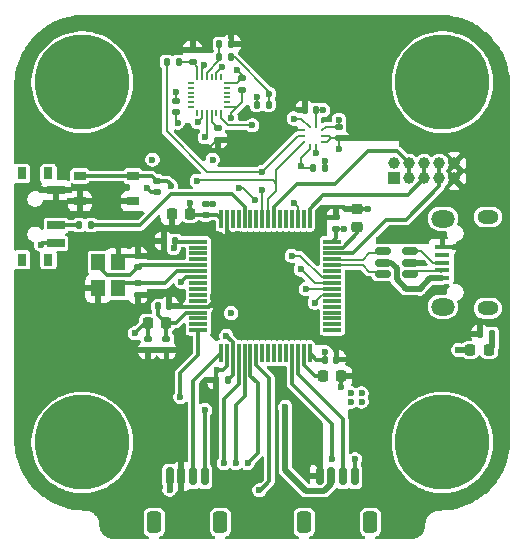
<source format=gbr>
%TF.GenerationSoftware,KiCad,Pcbnew,9.0.1*%
%TF.CreationDate,2025-06-12T22:27:34-04:00*%
%TF.ProjectId,STM32_FlightController,53544d33-325f-4466-9c69-676874436f6e,rev?*%
%TF.SameCoordinates,Original*%
%TF.FileFunction,Copper,L1,Top*%
%TF.FilePolarity,Positive*%
%FSLAX46Y46*%
G04 Gerber Fmt 4.6, Leading zero omitted, Abs format (unit mm)*
G04 Created by KiCad (PCBNEW 9.0.1) date 2025-06-12 22:27:34*
%MOMM*%
%LPD*%
G01*
G04 APERTURE LIST*
G04 Aperture macros list*
%AMRoundRect*
0 Rectangle with rounded corners*
0 $1 Rounding radius*
0 $2 $3 $4 $5 $6 $7 $8 $9 X,Y pos of 4 corners*
0 Add a 4 corners polygon primitive as box body*
4,1,4,$2,$3,$4,$5,$6,$7,$8,$9,$2,$3,0*
0 Add four circle primitives for the rounded corners*
1,1,$1+$1,$2,$3*
1,1,$1+$1,$4,$5*
1,1,$1+$1,$6,$7*
1,1,$1+$1,$8,$9*
0 Add four rect primitives between the rounded corners*
20,1,$1+$1,$2,$3,$4,$5,0*
20,1,$1+$1,$4,$5,$6,$7,0*
20,1,$1+$1,$6,$7,$8,$9,0*
20,1,$1+$1,$8,$9,$2,$3,0*%
G04 Aperture macros list end*
%TA.AperFunction,SMDPad,CuDef*%
%ADD10RoundRect,0.135000X-0.185000X0.135000X-0.185000X-0.135000X0.185000X-0.135000X0.185000X0.135000X0*%
%TD*%
%TA.AperFunction,SMDPad,CuDef*%
%ADD11RoundRect,0.135000X-0.135000X-0.185000X0.135000X-0.185000X0.135000X0.185000X-0.135000X0.185000X0*%
%TD*%
%TA.AperFunction,SMDPad,CuDef*%
%ADD12RoundRect,0.150000X-0.150000X-0.625000X0.150000X-0.625000X0.150000X0.625000X-0.150000X0.625000X0*%
%TD*%
%TA.AperFunction,SMDPad,CuDef*%
%ADD13RoundRect,0.250000X-0.350000X-0.650000X0.350000X-0.650000X0.350000X0.650000X-0.350000X0.650000X0*%
%TD*%
%TA.AperFunction,SMDPad,CuDef*%
%ADD14R,1.300000X0.450000*%
%TD*%
%TA.AperFunction,HeatsinkPad*%
%ADD15O,1.800000X1.150000*%
%TD*%
%TA.AperFunction,HeatsinkPad*%
%ADD16O,2.000000X1.450000*%
%TD*%
%TA.AperFunction,SMDPad,CuDef*%
%ADD17RoundRect,0.140000X-0.140000X-0.170000X0.140000X-0.170000X0.140000X0.170000X-0.140000X0.170000X0*%
%TD*%
%TA.AperFunction,SMDPad,CuDef*%
%ADD18RoundRect,0.135000X0.135000X0.185000X-0.135000X0.185000X-0.135000X-0.185000X0.135000X-0.185000X0*%
%TD*%
%TA.AperFunction,SMDPad,CuDef*%
%ADD19R,0.800000X1.000000*%
%TD*%
%TA.AperFunction,SMDPad,CuDef*%
%ADD20R,1.500000X0.700000*%
%TD*%
%TA.AperFunction,SMDPad,CuDef*%
%ADD21RoundRect,0.140000X0.170000X-0.140000X0.170000X0.140000X-0.170000X0.140000X-0.170000X-0.140000X0*%
%TD*%
%TA.AperFunction,SMDPad,CuDef*%
%ADD22RoundRect,0.050000X-0.225000X-0.050000X0.225000X-0.050000X0.225000X0.050000X-0.225000X0.050000X0*%
%TD*%
%TA.AperFunction,SMDPad,CuDef*%
%ADD23RoundRect,0.050000X0.050000X-0.225000X0.050000X0.225000X-0.050000X0.225000X-0.050000X-0.225000X0*%
%TD*%
%TA.AperFunction,SMDPad,CuDef*%
%ADD24RoundRect,0.218750X0.218750X0.256250X-0.218750X0.256250X-0.218750X-0.256250X0.218750X-0.256250X0*%
%TD*%
%TA.AperFunction,SMDPad,CuDef*%
%ADD25RoundRect,0.140000X-0.170000X0.140000X-0.170000X-0.140000X0.170000X-0.140000X0.170000X0.140000X0*%
%TD*%
%TA.AperFunction,SMDPad,CuDef*%
%ADD26RoundRect,0.225000X0.250000X-0.225000X0.250000X0.225000X-0.250000X0.225000X-0.250000X-0.225000X0*%
%TD*%
%TA.AperFunction,SMDPad,CuDef*%
%ADD27RoundRect,0.140000X0.140000X0.170000X-0.140000X0.170000X-0.140000X-0.170000X0.140000X-0.170000X0*%
%TD*%
%TA.AperFunction,SMDPad,CuDef*%
%ADD28R,0.250000X0.275000*%
%TD*%
%TA.AperFunction,SMDPad,CuDef*%
%ADD29R,0.275000X0.250000*%
%TD*%
%TA.AperFunction,SMDPad,CuDef*%
%ADD30RoundRect,0.075000X-0.700000X-0.075000X0.700000X-0.075000X0.700000X0.075000X-0.700000X0.075000X0*%
%TD*%
%TA.AperFunction,SMDPad,CuDef*%
%ADD31RoundRect,0.075000X-0.075000X-0.700000X0.075000X-0.700000X0.075000X0.700000X-0.075000X0.700000X0*%
%TD*%
%TA.AperFunction,SMDPad,CuDef*%
%ADD32RoundRect,0.225000X0.225000X0.250000X-0.225000X0.250000X-0.225000X-0.250000X0.225000X-0.250000X0*%
%TD*%
%TA.AperFunction,SMDPad,CuDef*%
%ADD33R,0.990600X0.711200*%
%TD*%
%TA.AperFunction,ComponentPad*%
%ADD34C,8.000000*%
%TD*%
%TA.AperFunction,SMDPad,CuDef*%
%ADD35R,1.200000X1.400000*%
%TD*%
%TA.AperFunction,SMDPad,CuDef*%
%ADD36RoundRect,0.225000X-0.225000X-0.250000X0.225000X-0.250000X0.225000X0.250000X-0.225000X0.250000X0*%
%TD*%
%TA.AperFunction,SMDPad,CuDef*%
%ADD37RoundRect,0.150000X0.512500X0.150000X-0.512500X0.150000X-0.512500X-0.150000X0.512500X-0.150000X0*%
%TD*%
%TA.AperFunction,ComponentPad*%
%ADD38R,1.000000X1.000000*%
%TD*%
%TA.AperFunction,ComponentPad*%
%ADD39C,1.000000*%
%TD*%
%TA.AperFunction,ViaPad*%
%ADD40C,0.600000*%
%TD*%
%TA.AperFunction,Conductor*%
%ADD41C,0.200000*%
%TD*%
%TA.AperFunction,Conductor*%
%ADD42C,0.300000*%
%TD*%
%TA.AperFunction,Conductor*%
%ADD43C,0.500000*%
%TD*%
%TA.AperFunction,Conductor*%
%ADD44C,0.160000*%
%TD*%
G04 APERTURE END LIST*
D10*
%TO.P,R1,1*%
%TO.N,GND*%
X29862500Y-17477500D03*
%TO.P,R1,2*%
%TO.N,/IMU_MOSI*%
X29862500Y-18497500D03*
%TD*%
D11*
%TO.P,R10,1*%
%TO.N,/SW_BOOT0*%
X20252500Y-32287500D03*
%TO.P,R10,2*%
%TO.N,/BOOT0*%
X21272500Y-32287500D03*
%TD*%
D12*
%TO.P,J4,1,Pin_1*%
%TO.N,GND*%
X40612500Y-53587500D03*
%TO.P,J4,2,Pin_2*%
%TO.N,V_MAIN*%
X41612500Y-53587500D03*
%TO.P,J4,3,Pin_3*%
%TO.N,/ELRS_TX*%
X42612500Y-53587500D03*
%TO.P,J4,4,Pin_4*%
%TO.N,/ELRS_RX*%
X43612500Y-53587500D03*
D13*
%TO.P,J4,MP*%
%TO.N,N/C*%
X39312500Y-57462500D03*
X44912500Y-57462500D03*
%TD*%
D14*
%TO.P,J1,1,VBUS*%
%TO.N,VBUS*%
X51007500Y-36787500D03*
%TO.P,J1,2,D-*%
%TO.N,Net-(J1-D-)*%
X51007500Y-36137500D03*
%TO.P,J1,3,D+*%
%TO.N,Net-(J1-D+)*%
X51007500Y-35487500D03*
%TO.P,J1,4,ID*%
%TO.N,unconnected-(J1-ID-Pad4)*%
X51007500Y-34837500D03*
%TO.P,J1,5,GND*%
%TO.N,GND*%
X51007500Y-34187500D03*
D15*
%TO.P,J1,6,Shield*%
%TO.N,unconnected-(J1-Shield-Pad6)_2*%
X54857500Y-39362500D03*
D16*
%TO.N,unconnected-(J1-Shield-Pad6)*%
X51057500Y-39212500D03*
%TO.N,unconnected-(J1-Shield-Pad6)_3*%
X51057500Y-31762500D03*
D15*
%TO.N,unconnected-(J1-Shield-Pad6)_1*%
X54857500Y-31612500D03*
%TD*%
D17*
%TO.P,C4,1*%
%TO.N,+3V3*%
X41082500Y-43687500D03*
%TO.P,C4,2*%
%TO.N,GND*%
X42042500Y-43687500D03*
%TD*%
D18*
%TO.P,R9,1*%
%TO.N,/PWR_LED_K*%
X55232500Y-41537500D03*
%TO.P,R9,2*%
%TO.N,GND*%
X54212500Y-41537500D03*
%TD*%
D19*
%TO.P,SW2,*%
%TO.N,*%
X17642500Y-27937500D03*
X15432500Y-27937500D03*
X17642500Y-35237500D03*
X15432500Y-35237500D03*
D20*
%TO.P,SW2,1,A*%
%TO.N,GND*%
X18292500Y-29337500D03*
%TO.P,SW2,2,B*%
%TO.N,/SW_BOOT0*%
X18292500Y-32337500D03*
%TO.P,SW2,3,C*%
%TO.N,+3V3*%
X18292500Y-33837500D03*
%TD*%
D21*
%TO.P,C10,1*%
%TO.N,+1V8*%
X28462500Y-22767500D03*
%TO.P,C10,2*%
%TO.N,GND*%
X28462500Y-21807500D03*
%TD*%
D17*
%TO.P,C8,1*%
%TO.N,+3.3VA*%
X26940000Y-39187500D03*
%TO.P,C8,2*%
%TO.N,GND*%
X27900000Y-39187500D03*
%TD*%
D22*
%TO.P,U2,1,NC*%
%TO.N,unconnected-(U2-NC-Pad1)*%
X29762500Y-20287500D03*
%TO.P,U2,2,NC*%
%TO.N,unconnected-(U2-NC-Pad2)*%
X29762500Y-20687500D03*
%TO.P,U2,3,NC*%
%TO.N,unconnected-(U2-NC-Pad3)*%
X29762500Y-21087500D03*
%TO.P,U2,4,NC*%
%TO.N,unconnected-(U2-NC-Pad4)*%
X29762500Y-21487500D03*
%TO.P,U2,5,NC*%
%TO.N,unconnected-(U2-NC-Pad5)*%
X29762500Y-21887500D03*
%TO.P,U2,6,NC*%
%TO.N,unconnected-(U2-NC-Pad6)*%
X29762500Y-22287500D03*
D23*
%TO.P,U2,7,AUX_CL*%
%TO.N,unconnected-(U2-AUX_CL-Pad7)*%
X30262500Y-22787500D03*
%TO.P,U2,8,VDDIO*%
%TO.N,+1V8*%
X30662500Y-22787500D03*
%TO.P,U2,9,SDO/AD0*%
%TO.N,/IMU_MISO*%
X31062500Y-22787500D03*
%TO.P,U2,10,REGOUT*%
%TO.N,Net-(U2-REGOUT)*%
X31462500Y-22787500D03*
%TO.P,U2,11,FSYNC*%
%TO.N,unconnected-(U2-FSYNC-Pad11)*%
X31862500Y-22787500D03*
%TO.P,U2,12,INT1*%
%TO.N,/IMU_INT*%
X32262500Y-22787500D03*
D22*
%TO.P,U2,13,VDD*%
%TO.N,+1V8*%
X32762500Y-22287500D03*
%TO.P,U2,14,NC*%
%TO.N,unconnected-(U2-NC-Pad14)*%
X32762500Y-21887500D03*
%TO.P,U2,15,NC*%
%TO.N,unconnected-(U2-NC-Pad15)*%
X32762500Y-21487500D03*
%TO.P,U2,16,NC*%
%TO.N,unconnected-(U2-NC-Pad16)*%
X32762500Y-21087500D03*
%TO.P,U2,17,NC*%
%TO.N,unconnected-(U2-NC-Pad17)*%
X32762500Y-20687500D03*
%TO.P,U2,18,GND*%
%TO.N,GND*%
X32762500Y-20287500D03*
D23*
%TO.P,U2,19,RESV*%
%TO.N,unconnected-(U2-RESV-Pad19)*%
X32262500Y-19787500D03*
%TO.P,U2,20,GND*%
%TO.N,GND*%
X31862500Y-19787500D03*
%TO.P,U2,21,AUX_DA*%
%TO.N,unconnected-(U2-AUX_DA-Pad21)*%
X31462500Y-19787500D03*
%TO.P,U2,22,~{CS}*%
%TO.N,/IMU_CS*%
X31062500Y-19787500D03*
%TO.P,U2,23,SCL/SCLK*%
%TO.N,/IMU_SCK*%
X30662500Y-19787500D03*
%TO.P,U2,24,SDA/SDI*%
%TO.N,/IMU_MOSI*%
X30262500Y-19787500D03*
%TD*%
D24*
%TO.P,FB1,1*%
%TO.N,+3.3VA*%
X27650000Y-40587500D03*
%TO.P,FB1,2*%
%TO.N,+3V3*%
X26075000Y-40587500D03*
%TD*%
D25*
%TO.P,C7,1*%
%TO.N,+3.3VA*%
X27650000Y-41912500D03*
%TO.P,C7,2*%
%TO.N,GND*%
X27650000Y-42872500D03*
%TD*%
D26*
%TO.P,C14,1*%
%TO.N,Net-(U3-VCAP_2)*%
X43762500Y-32462500D03*
%TO.P,C14,2*%
%TO.N,GND*%
X43762500Y-30912500D03*
%TD*%
D25*
%TO.P,C23,1*%
%TO.N,/NRST*%
X26812500Y-28557500D03*
%TO.P,C23,2*%
%TO.N,GND*%
X26812500Y-29517500D03*
%TD*%
D27*
%TO.P,C15,1*%
%TO.N,+3V3*%
X40312500Y-22562500D03*
%TO.P,C15,2*%
%TO.N,GND*%
X39352500Y-22562500D03*
%TD*%
D11*
%TO.P,R8,1*%
%TO.N,/CS2*%
X40042500Y-27512500D03*
%TO.P,R8,2*%
%TO.N,+3V3*%
X41062500Y-27512500D03*
%TD*%
D12*
%TO.P,J3,1,Pin_1*%
%TO.N,+3V3*%
X27912500Y-53587500D03*
%TO.P,J3,2,Pin_2*%
%TO.N,GND*%
X28912500Y-53587500D03*
%TO.P,J3,3,Pin_3*%
%TO.N,/GPS_TX*%
X29912500Y-53587500D03*
%TO.P,J3,4,Pin_4*%
%TO.N,/GPS_RX*%
X30912500Y-53587500D03*
D13*
%TO.P,J3,MP*%
%TO.N,N/C*%
X26612500Y-57462500D03*
X32212500Y-57462500D03*
%TD*%
D21*
%TO.P,C11,1*%
%TO.N,+1V8*%
X34062500Y-20847500D03*
%TO.P,C11,2*%
%TO.N,GND*%
X34062500Y-19887500D03*
%TD*%
D28*
%TO.P,U7,1,VDDIO*%
%TO.N,+3V3*%
X40312500Y-24025000D03*
%TO.P,U7,2,SCK/SCL*%
%TO.N,/SCK*%
X39812500Y-24025000D03*
D29*
%TO.P,U7,3,VSS/GND*%
%TO.N,GND*%
X39300000Y-24287500D03*
%TO.P,U7,4,SDI/SDO/SDA*%
%TO.N,/MOSI*%
X39300000Y-24787500D03*
%TO.P,U7,5,SDO/DNC/SA0*%
%TO.N,/MISO*%
X39300000Y-25287500D03*
D28*
%TO.P,U7,6,~{CS}*%
%TO.N,/CS2*%
X39812500Y-25550000D03*
%TO.P,U7,7,INT/DNC*%
%TO.N,/INT2*%
X40312500Y-25550000D03*
D29*
%TO.P,U7,8,VSS/GND*%
%TO.N,GND*%
X40825000Y-25287500D03*
%TO.P,U7,9,VSS/GND*%
X40825000Y-24787500D03*
%TO.P,U7,10,VDD*%
%TO.N,+3V3*%
X40825000Y-24287500D03*
%TD*%
D18*
%TO.P,R2,1*%
%TO.N,/IMU_MOSI*%
X28672500Y-18487500D03*
%TO.P,R2,2*%
%TO.N,/MOSI*%
X27652500Y-18487500D03*
%TD*%
D30*
%TO.P,U3,1,VBAT*%
%TO.N,+3V3*%
X30337500Y-33712500D03*
%TO.P,U3,2,PC13*%
%TO.N,unconnected-(U3-PC13-Pad2)*%
X30337500Y-34212500D03*
%TO.P,U3,3,PC14*%
%TO.N,unconnected-(U3-PC14-Pad3)*%
X30337500Y-34712500D03*
%TO.P,U3,4,PC15*%
%TO.N,unconnected-(U3-PC15-Pad4)*%
X30337500Y-35212500D03*
%TO.P,U3,5,PH0*%
%TO.N,/HSE_IN*%
X30337500Y-35712500D03*
%TO.P,U3,6,PH1*%
%TO.N,/HSE_OUT*%
X30337500Y-36212500D03*
%TO.P,U3,7,NRST*%
%TO.N,/NRST*%
X30337500Y-36712500D03*
%TO.P,U3,8,PC0*%
%TO.N,unconnected-(U3-PC0-Pad8)*%
X30337500Y-37212500D03*
%TO.P,U3,9,PC1*%
%TO.N,unconnected-(U3-PC1-Pad9)*%
X30337500Y-37712500D03*
%TO.P,U3,10,PC2*%
%TO.N,unconnected-(U3-PC2-Pad10)*%
X30337500Y-38212500D03*
%TO.P,U3,11,PC3*%
%TO.N,unconnected-(U3-PC3-Pad11)*%
X30337500Y-38712500D03*
%TO.P,U3,12,VSSA*%
%TO.N,GND*%
X30337500Y-39212500D03*
%TO.P,U3,13,VDDA*%
%TO.N,+3.3VA*%
X30337500Y-39712500D03*
%TO.P,U3,14,PA0*%
%TO.N,unconnected-(U3-PA0-Pad14)*%
X30337500Y-40212500D03*
%TO.P,U3,15,PA1*%
%TO.N,unconnected-(U3-PA1-Pad15)*%
X30337500Y-40712500D03*
%TO.P,U3,16,PA2*%
%TO.N,/GPS_RX*%
X30337500Y-41212500D03*
D31*
%TO.P,U3,17,PA3*%
%TO.N,/GPS_TX*%
X32262500Y-43137500D03*
%TO.P,U3,18,VSS*%
%TO.N,GND*%
X32762500Y-43137500D03*
%TO.P,U3,19,VDD*%
%TO.N,+3V3*%
X33262500Y-43137500D03*
%TO.P,U3,20,PA4*%
%TO.N,/S4*%
X33762500Y-43137500D03*
%TO.P,U3,21,PA5*%
%TO.N,/S3*%
X34262500Y-43137500D03*
%TO.P,U3,22,PA6*%
%TO.N,/S2*%
X34762500Y-43137500D03*
%TO.P,U3,23,PA7*%
%TO.N,/S1*%
X35262500Y-43137500D03*
%TO.P,U3,24,PC4*%
%TO.N,unconnected-(U3-PC4-Pad24)*%
X35762500Y-43137500D03*
%TO.P,U3,25,PC5*%
%TO.N,unconnected-(U3-PC5-Pad25)*%
X36262500Y-43137500D03*
%TO.P,U3,26,PB0*%
%TO.N,unconnected-(U3-PB0-Pad26)*%
X36762500Y-43137500D03*
%TO.P,U3,27,PB1*%
%TO.N,unconnected-(U3-PB1-Pad27)*%
X37262500Y-43137500D03*
%TO.P,U3,28,PB2*%
%TO.N,unconnected-(U3-PB2-Pad28)*%
X37762500Y-43137500D03*
%TO.P,U3,29,PB10*%
%TO.N,/ELRS_RX*%
X38262500Y-43137500D03*
%TO.P,U3,30,PB11*%
%TO.N,/ELRS_TX*%
X38762500Y-43137500D03*
%TO.P,U3,31,VCAP_1*%
%TO.N,Net-(U3-VCAP_1)*%
X39262500Y-43137500D03*
%TO.P,U3,32,VDD*%
%TO.N,+3V3*%
X39762500Y-43137500D03*
D30*
%TO.P,U3,33,PB12*%
%TO.N,unconnected-(U3-PB12-Pad33)*%
X41687500Y-41212500D03*
%TO.P,U3,34,PB13*%
%TO.N,unconnected-(U3-PB13-Pad34)*%
X41687500Y-40712500D03*
%TO.P,U3,35,PB14*%
%TO.N,unconnected-(U3-PB14-Pad35)*%
X41687500Y-40212500D03*
%TO.P,U3,36,PB15*%
%TO.N,unconnected-(U3-PB15-Pad36)*%
X41687500Y-39712500D03*
%TO.P,U3,37,PC6*%
%TO.N,unconnected-(U3-PC6-Pad37)*%
X41687500Y-39212500D03*
%TO.P,U3,38,PC7*%
%TO.N,unconnected-(U3-PC7-Pad38)*%
X41687500Y-38712500D03*
%TO.P,U3,39,PC8*%
%TO.N,/INT2*%
X41687500Y-38212500D03*
%TO.P,U3,40,PC9*%
%TO.N,/INT1*%
X41687500Y-37712500D03*
%TO.P,U3,41,PA8*%
%TO.N,/CS2*%
X41687500Y-37212500D03*
%TO.P,U3,42,PA9*%
%TO.N,/CS1*%
X41687500Y-36712500D03*
%TO.P,U3,43,PA10*%
%TO.N,unconnected-(U3-PA10-Pad43)*%
X41687500Y-36212500D03*
%TO.P,U3,44,PA11*%
%TO.N,/USB_D-*%
X41687500Y-35712500D03*
%TO.P,U3,45,PA12*%
%TO.N,/USB_D+*%
X41687500Y-35212500D03*
%TO.P,U3,46,PA13*%
%TO.N,/SWDIO*%
X41687500Y-34712500D03*
%TO.P,U3,47,VCAP_2*%
%TO.N,Net-(U3-VCAP_2)*%
X41687500Y-34212500D03*
%TO.P,U3,48,VDD*%
%TO.N,+3V3*%
X41687500Y-33712500D03*
D31*
%TO.P,U3,49,PA14*%
%TO.N,/SWCLK*%
X39762500Y-31787500D03*
%TO.P,U3,50,PA15*%
%TO.N,unconnected-(U3-PA15-Pad50)*%
X39262500Y-31787500D03*
%TO.P,U3,51,PC10*%
%TO.N,/SCK*%
X38762500Y-31787500D03*
%TO.P,U3,52,PC11*%
%TO.N,unconnected-(U3-PC11-Pad52)*%
X38262500Y-31787500D03*
%TO.P,U3,53,PC12*%
%TO.N,unconnected-(U3-PC12-Pad53)*%
X37762500Y-31787500D03*
%TO.P,U3,54,PD2*%
%TO.N,unconnected-(U3-PD2-Pad54)*%
X37262500Y-31787500D03*
%TO.P,U3,55,PB3*%
%TO.N,/SWO*%
X36762500Y-31787500D03*
%TO.P,U3,56,PB4*%
%TO.N,/MISO*%
X36262500Y-31787500D03*
%TO.P,U3,57,PB5*%
%TO.N,/MOSI*%
X35762500Y-31787500D03*
%TO.P,U3,58,PB6*%
%TO.N,unconnected-(U3-PB6-Pad58)*%
X35262500Y-31787500D03*
%TO.P,U3,59,PB7*%
%TO.N,unconnected-(U3-PB7-Pad59)*%
X34762500Y-31787500D03*
%TO.P,U3,60,BOOT0*%
%TO.N,/BOOT0*%
X34262500Y-31787500D03*
%TO.P,U3,61,PB8*%
%TO.N,unconnected-(U3-PB8-Pad61)*%
X33762500Y-31787500D03*
%TO.P,U3,62,PB9*%
%TO.N,unconnected-(U3-PB9-Pad62)*%
X33262500Y-31787500D03*
%TO.P,U3,63,VSS*%
%TO.N,GND*%
X32762500Y-31787500D03*
%TO.P,U3,64,VDD*%
%TO.N,+3V3*%
X32262500Y-31787500D03*
%TD*%
D21*
%TO.P,C2,1*%
%TO.N,+3V3*%
X30962500Y-31442500D03*
%TO.P,C2,2*%
%TO.N,GND*%
X30962500Y-30482500D03*
%TD*%
D25*
%TO.P,C12,1*%
%TO.N,Net-(U2-REGOUT)*%
X31987500Y-24107500D03*
%TO.P,C12,2*%
%TO.N,GND*%
X31987500Y-25067500D03*
%TD*%
D32*
%TO.P,C1,1*%
%TO.N,+3V3*%
X29637500Y-31362500D03*
%TO.P,C1,2*%
%TO.N,GND*%
X28087500Y-31362500D03*
%TD*%
D27*
%TO.P,C5,1*%
%TO.N,+3V3*%
X32817500Y-45437500D03*
%TO.P,C5,2*%
%TO.N,GND*%
X31857500Y-45437500D03*
%TD*%
D24*
%TO.P,D2,1,K*%
%TO.N,/PWR_LED_K*%
X54950000Y-42887500D03*
%TO.P,D2,2,A*%
%TO.N,+3V3*%
X53375000Y-42887500D03*
%TD*%
D27*
%TO.P,C9,1*%
%TO.N,+3V3*%
X28412500Y-33662500D03*
%TO.P,C9,2*%
%TO.N,GND*%
X27452500Y-33662500D03*
%TD*%
D11*
%TO.P,R7,1*%
%TO.N,/IMU_CS*%
X32132500Y-18087500D03*
%TO.P,R7,2*%
%TO.N,/CS1*%
X33152500Y-18087500D03*
%TD*%
D21*
%TO.P,C3,1*%
%TO.N,+3V3*%
X42012500Y-32622500D03*
%TO.P,C3,2*%
%TO.N,GND*%
X42012500Y-31662500D03*
%TD*%
D33*
%TO.P,SW1,1,1*%
%TO.N,/NRST*%
X20312499Y-28137501D03*
%TO.P,SW1,2,2*%
X24812501Y-28137501D03*
%TO.P,SW1,3,3*%
%TO.N,GND*%
X20312499Y-30287499D03*
%TO.P,SW1,4,4*%
X24812501Y-30287499D03*
%TD*%
D34*
%TO.P,H1,1,1*%
%TO.N,unconnected-(H1-Pad1)*%
X20512500Y-20212500D03*
%TD*%
D25*
%TO.P,C6,1*%
%TO.N,+3V3*%
X26062500Y-41912500D03*
%TO.P,C6,2*%
%TO.N,GND*%
X26062500Y-42872500D03*
%TD*%
%TO.P,C22,1*%
%TO.N,/HSE_OUT*%
X25212500Y-37252500D03*
%TO.P,C22,2*%
%TO.N,GND*%
X25212500Y-38212500D03*
%TD*%
D34*
%TO.P,H3,1,1*%
%TO.N,unconnected-(H3-Pad1)*%
X20512500Y-50712500D03*
%TD*%
D21*
%TO.P,C21,1*%
%TO.N,/HSE_IN*%
X25212500Y-35892500D03*
%TO.P,C21,2*%
%TO.N,GND*%
X25212500Y-34932500D03*
%TD*%
D35*
%TO.P,Y1,1,1*%
%TO.N,/HSE_IN*%
X21887500Y-35462500D03*
%TO.P,Y1,2,2*%
%TO.N,GND*%
X21887500Y-37662500D03*
%TO.P,Y1,3,3*%
%TO.N,/HSE_OUT*%
X23587500Y-37662500D03*
%TO.P,Y1,4,4*%
%TO.N,GND*%
X23587500Y-35462500D03*
%TD*%
D18*
%TO.P,R6,1*%
%TO.N,GND*%
X33152500Y-16987500D03*
%TO.P,R6,2*%
%TO.N,/IMU_CS*%
X32132500Y-16987500D03*
%TD*%
D34*
%TO.P,H4,1,1*%
%TO.N,unconnected-(H4-Pad1)*%
X51012500Y-50712500D03*
%TD*%
D36*
%TO.P,C13,1*%
%TO.N,Net-(U3-VCAP_1)*%
X40887500Y-45112500D03*
%TO.P,C13,2*%
%TO.N,GND*%
X42437500Y-45112500D03*
%TD*%
D18*
%TO.P,R5,1*%
%TO.N,/CS1*%
X36322500Y-22112500D03*
%TO.P,R5,2*%
%TO.N,+3V3*%
X35302500Y-22112500D03*
%TD*%
D34*
%TO.P,H2,1,1*%
%TO.N,unconnected-(H2-Pad1)*%
X51012500Y-20212500D03*
%TD*%
D37*
%TO.P,U4,1,I/O1*%
%TO.N,Net-(J1-D-)*%
X48262500Y-36437500D03*
%TO.P,U4,2,GND*%
%TO.N,GND*%
X48262500Y-35487500D03*
%TO.P,U4,3,I/O2*%
%TO.N,Net-(J1-D+)*%
X48262500Y-34537500D03*
%TO.P,U4,4,I/O2*%
%TO.N,/USB_D+*%
X45987500Y-34537500D03*
%TO.P,U4,5,VBUS*%
%TO.N,VBUS*%
X45987500Y-35487500D03*
%TO.P,U4,6,I/O1*%
%TO.N,/USB_D-*%
X45987500Y-36437500D03*
%TD*%
D25*
%TO.P,C16,1*%
%TO.N,+3V3*%
X42262500Y-23982500D03*
%TO.P,C16,2*%
%TO.N,GND*%
X42262500Y-24942500D03*
%TD*%
D38*
%TO.P,J5,1,Pin_1*%
%TO.N,+3V3*%
X46937500Y-28357500D03*
D39*
%TO.P,J5,2,Pin_2*%
X46937500Y-27087500D03*
%TO.P,J5,3,Pin_3*%
%TO.N,/SWO*%
X48207500Y-28357500D03*
%TO.P,J5,4,Pin_4*%
X48207500Y-27087500D03*
%TO.P,J5,5,Pin_5*%
%TO.N,/SWCLK*%
X49477500Y-28357500D03*
%TO.P,J5,6,Pin_6*%
X49477500Y-27087500D03*
%TO.P,J5,7,Pin_7*%
%TO.N,/SWDIO*%
X50747500Y-28357500D03*
%TO.P,J5,8,Pin_8*%
X50747500Y-27087500D03*
%TO.P,J5,9,Pin_9*%
%TO.N,GND*%
X52017500Y-28357500D03*
%TO.P,J5,10,Pin_10*%
X52017500Y-27087500D03*
%TD*%
D40*
%TO.N,GND*%
X38562500Y-24175000D03*
X42450000Y-46050000D03*
X44700000Y-30912500D03*
X43012500Y-18962500D03*
X38887500Y-48900000D03*
X40237500Y-48900000D03*
X32374329Y-18949201D03*
X41000000Y-31650000D03*
X50012500Y-41962500D03*
X17012500Y-38962500D03*
X38142500Y-46692500D03*
X35987500Y-25812500D03*
X40237500Y-49575000D03*
X37512500Y-54712500D03*
X20012500Y-25962500D03*
X33687500Y-33062500D03*
X23587500Y-34112500D03*
X28850000Y-17500000D03*
X45012500Y-20962500D03*
X48012500Y-39962500D03*
X25012500Y-43962500D03*
X27012500Y-47962500D03*
X28912500Y-54712500D03*
X22612500Y-30287499D03*
X28092500Y-32222500D03*
X27452500Y-33002500D03*
X50012500Y-43962500D03*
X24012500Y-25962500D03*
X25012500Y-47962500D03*
X39562500Y-48900000D03*
X43012500Y-20962500D03*
X54212500Y-40787500D03*
X31212500Y-25812500D03*
X48012500Y-41962500D03*
X27012500Y-49962500D03*
X31912500Y-44562500D03*
X21012500Y-42962500D03*
X48012500Y-45962500D03*
X23012500Y-42962500D03*
X25012500Y-45962500D03*
X25962500Y-29162500D03*
X17012500Y-40962500D03*
X52162500Y-34187500D03*
X26012500Y-38212500D03*
X26462500Y-25812500D03*
X19012500Y-38962500D03*
X31600163Y-38406155D03*
X17012500Y-42962500D03*
X27012500Y-45962500D03*
X33655735Y-19169265D03*
X17012500Y-29237500D03*
X28462500Y-21012500D03*
X43012500Y-16962500D03*
X19012500Y-42962500D03*
X45012500Y-22962500D03*
X19012500Y-40962500D03*
X22012500Y-25962500D03*
X33152500Y-16312500D03*
X45012500Y-16962500D03*
X39562500Y-49575000D03*
X28390000Y-42885000D03*
X21012500Y-40962500D03*
X49359735Y-35515265D03*
X42042500Y-42800000D03*
X45012500Y-18962500D03*
X29562500Y-32737500D03*
X20737500Y-37662500D03*
X38887500Y-49550000D03*
X40112500Y-52362500D03*
X42262500Y-25900000D03*
X31600000Y-30500000D03*
X48012500Y-43962500D03*
%TO.N,+3V3*%
X35312500Y-21462500D03*
X29612500Y-30462500D03*
X26462500Y-26762500D03*
X52362500Y-42887500D03*
X32712500Y-41687500D03*
X41062500Y-43062500D03*
X27912500Y-54712500D03*
X31556793Y-26768207D03*
X28262500Y-34262500D03*
X17012500Y-33962500D03*
X41062500Y-26862500D03*
X33125000Y-39750000D03*
X42262500Y-23387500D03*
X43262500Y-46562500D03*
X44162500Y-46562500D03*
X42652500Y-32622500D03*
X40912500Y-22562500D03*
X44162500Y-47262500D03*
X24987500Y-41462500D03*
X43262500Y-47262500D03*
%TO.N,/NRST*%
X28012500Y-28962500D03*
X28912500Y-37112500D03*
%TO.N,V_MAIN*%
X37712500Y-47712500D03*
%TO.N,VBUS*%
X49087500Y-37687500D03*
%TO.N,+1V8*%
X30287500Y-23612500D03*
X28600999Y-23624001D03*
X33112500Y-23237500D03*
%TO.N,/IMU_MISO*%
X30887500Y-24862500D03*
%TO.N,/MISO*%
X30211500Y-28562500D03*
%TO.N,/IMU_INT*%
X34912500Y-23862500D03*
%TO.N,/INT1*%
X35142500Y-30187500D03*
X33787500Y-29187500D03*
X39462500Y-37712500D03*
%TO.N,/MOSI*%
X35762500Y-27812500D03*
X35762500Y-29312500D03*
%TO.N,/IMU_SCK*%
X30863235Y-18763235D03*
%TO.N,/SCK*%
X38412500Y-23287500D03*
X38412500Y-30412500D03*
%TO.N,/CS1*%
X38262500Y-34912500D03*
X36337500Y-21187500D03*
%TO.N,/S1*%
X35512500Y-54752500D03*
%TO.N,/S2*%
X34512500Y-52462500D03*
%TO.N,/S3*%
X33512500Y-52462500D03*
%TO.N,/S4*%
X32512500Y-52462500D03*
%TO.N,/CS2*%
X39012500Y-36062500D03*
X39012500Y-27337500D03*
%TO.N,/INT2*%
X40312500Y-26212500D03*
X40212500Y-38862500D03*
%TO.N,/GPS_RX*%
X30912500Y-47962500D03*
X28812500Y-46862500D03*
%TO.N,/ELRS_RX*%
X43612500Y-52137500D03*
X41637500Y-52137500D03*
%TD*%
D41*
%TO.N,GND*%
X38675000Y-24287500D02*
X38562500Y-24175000D01*
X39300000Y-24287500D02*
X38675000Y-24287500D01*
D42*
X42437500Y-46037500D02*
X42450000Y-46050000D01*
X42437500Y-45112500D02*
X42437500Y-46037500D01*
X41012500Y-31662500D02*
X42012500Y-31662500D01*
X41000000Y-31650000D02*
X41012500Y-31662500D01*
X44700000Y-30912500D02*
X43762500Y-30912500D01*
X26812500Y-29517500D02*
X26317500Y-29517500D01*
X30962500Y-30482500D02*
X31582500Y-30482500D01*
X30337500Y-39212500D02*
X28000000Y-39212500D01*
X33687500Y-33062500D02*
X33062500Y-33062500D01*
X26012500Y-38212500D02*
X25212500Y-38212500D01*
D41*
X41242500Y-25287500D02*
X40825000Y-25287500D01*
D42*
X28092500Y-31367500D02*
X28087500Y-31362500D01*
X27662500Y-42885000D02*
X27650000Y-42872500D01*
X20312499Y-30287499D02*
X24812501Y-30287499D01*
X31582500Y-30482500D02*
X31600000Y-30500000D01*
X52162500Y-34187500D02*
X51007500Y-34187500D01*
D41*
X41587500Y-24942500D02*
X41432500Y-24787500D01*
D42*
X40112500Y-52362500D02*
X40612500Y-52862500D01*
D43*
X28912500Y-53587500D02*
X28912500Y-54712500D01*
D41*
X33152500Y-16312500D02*
X33152500Y-16987500D01*
D42*
X31217034Y-39212500D02*
X30337500Y-39212500D01*
D41*
X41432500Y-24787500D02*
X40825000Y-24787500D01*
D42*
X31857500Y-44617500D02*
X31857500Y-45437500D01*
X28092500Y-32222500D02*
X28092500Y-31367500D01*
X31912500Y-44562500D02*
X32412500Y-44562500D01*
X40612500Y-52862500D02*
X40612500Y-53587500D01*
X20737500Y-37662500D02*
X21887500Y-37662500D01*
D41*
X32762500Y-20287500D02*
X33662500Y-20287500D01*
X34062500Y-19887500D02*
X34062500Y-19576030D01*
D42*
X32762500Y-32762500D02*
X32762500Y-31787500D01*
D41*
X32325799Y-18949201D02*
X31862500Y-19412500D01*
X42262500Y-24942500D02*
X42262500Y-25900000D01*
D42*
X31857500Y-45437500D02*
X31857500Y-45389240D01*
X49359735Y-35515265D02*
X49189025Y-35515265D01*
X17112500Y-29337500D02*
X18292500Y-29337500D01*
D41*
X34062500Y-19576030D02*
X33655735Y-19169265D01*
X31212500Y-25812500D02*
X31762500Y-25262500D01*
X31762500Y-25262500D02*
X31762500Y-25067500D01*
D42*
X32412500Y-44562500D02*
X32762500Y-44212500D01*
X28390000Y-42885000D02*
X27662500Y-42885000D01*
X22612500Y-30287499D02*
X24812501Y-30287499D01*
X31912500Y-44562500D02*
X31857500Y-44617500D01*
X26317500Y-29517500D02*
X25962500Y-29162500D01*
X27452500Y-33002500D02*
X27452500Y-33662500D01*
D41*
X31862500Y-19412500D02*
X31862500Y-19787500D01*
X41587500Y-24942500D02*
X41242500Y-25287500D01*
X33662500Y-20287500D02*
X34062500Y-19887500D01*
D42*
X49161260Y-35487500D02*
X48262500Y-35487500D01*
X42042500Y-42800000D02*
X42042500Y-43687500D01*
X32762500Y-44212500D02*
X32762500Y-43137500D01*
X17012500Y-29237500D02*
X17112500Y-29337500D01*
X31600163Y-38829371D02*
X31600163Y-38406155D01*
D41*
X32374329Y-18949201D02*
X32325799Y-18949201D01*
X42262500Y-24942500D02*
X41587500Y-24942500D01*
D42*
X25212500Y-34932500D02*
X24117500Y-34932500D01*
X31217034Y-39212500D02*
X31600163Y-38829371D01*
X28000000Y-39212500D02*
X27900000Y-39112500D01*
X33062500Y-33062500D02*
X32762500Y-32762500D01*
X24117500Y-34932500D02*
X23587500Y-35462500D01*
D41*
X28462500Y-21807500D02*
X28462500Y-21012500D01*
D42*
X23587500Y-34112500D02*
X23587500Y-35462500D01*
D43*
X54212500Y-40787500D02*
X54212500Y-41537500D01*
D42*
X49189025Y-35515265D02*
X49161260Y-35487500D01*
%TO.N,/HSE_IN*%
X22636500Y-36513500D02*
X24591500Y-36513500D01*
X25392500Y-35712500D02*
X25212500Y-35892500D01*
X30337500Y-35712500D02*
X25392500Y-35712500D01*
X21887500Y-35764500D02*
X22636500Y-36513500D01*
X24591500Y-36513500D02*
X25212500Y-35892500D01*
X21887500Y-35462500D02*
X21887500Y-35764500D01*
%TO.N,+3V3*%
X28462500Y-33712500D02*
X28412500Y-33662500D01*
D41*
X40312500Y-24025000D02*
X40312500Y-22562500D01*
D42*
X30957500Y-31437500D02*
X29712500Y-31437500D01*
D41*
X40312500Y-22562500D02*
X40912500Y-22562500D01*
D42*
X29637500Y-30487500D02*
X29612500Y-30462500D01*
X40312500Y-43687500D02*
X39762500Y-43137500D01*
X17012500Y-33962500D02*
X17137500Y-33837500D01*
D41*
X42262500Y-23982500D02*
X42262500Y-23387500D01*
D43*
X52362500Y-42887500D02*
X53375000Y-42887500D01*
D42*
X41082500Y-43687500D02*
X40512500Y-43687500D01*
X33262500Y-43137500D02*
X33262500Y-42237500D01*
X25862500Y-40587500D02*
X26075000Y-40587500D01*
X29712500Y-31437500D02*
X29637500Y-31362500D01*
X33262500Y-44992500D02*
X32817500Y-45437500D01*
X17137500Y-33837500D02*
X18292500Y-33837500D01*
D41*
X35302500Y-22112500D02*
X35302500Y-21472500D01*
D42*
X31917500Y-31442500D02*
X32262500Y-31787500D01*
X30337500Y-33712500D02*
X28462500Y-33712500D01*
D41*
X35302500Y-21472500D02*
X35312500Y-21462500D01*
D42*
X42012500Y-33387500D02*
X41687500Y-33712500D01*
D41*
X41062500Y-27512500D02*
X41062500Y-26862500D01*
X42012500Y-32622500D02*
X42652500Y-32622500D01*
D42*
X26062500Y-40600000D02*
X26075000Y-40587500D01*
X30962500Y-31442500D02*
X31917500Y-31442500D01*
X30882500Y-31362500D02*
X30962500Y-31442500D01*
X30962500Y-31442500D02*
X30957500Y-31437500D01*
X33262500Y-42237500D02*
X32712500Y-41687500D01*
D41*
X41062500Y-43062500D02*
X41062500Y-43667500D01*
D42*
X40512500Y-43687500D02*
X40312500Y-43687500D01*
D41*
X42262500Y-23982500D02*
X41130000Y-23982500D01*
D42*
X33262500Y-43137500D02*
X33262500Y-44992500D01*
X28262500Y-34262500D02*
X28412500Y-34112500D01*
D41*
X41287500Y-33712500D02*
X41687500Y-33712500D01*
D42*
X28412500Y-34112500D02*
X28412500Y-33662500D01*
X24987500Y-41462500D02*
X25862500Y-40587500D01*
X42012500Y-32622500D02*
X42012500Y-33387500D01*
X29637500Y-31362500D02*
X29637500Y-30487500D01*
D41*
X41130000Y-23982500D02*
X40825000Y-24287500D01*
D43*
X27912500Y-53587500D02*
X27912500Y-54712500D01*
D42*
X26062500Y-41912500D02*
X26062500Y-40600000D01*
D41*
X41062500Y-43667500D02*
X41082500Y-43687500D01*
D42*
%TO.N,+3.3VA*%
X26940000Y-39877500D02*
X26940000Y-39187500D01*
X29337500Y-39712500D02*
X28462500Y-40587500D01*
X28462500Y-40587500D02*
X27650000Y-40587500D01*
X27650000Y-41912500D02*
X27650000Y-40587500D01*
X30337500Y-39712500D02*
X29337500Y-39712500D01*
X27650000Y-40587500D02*
X26940000Y-39877500D01*
%TO.N,/HSE_OUT*%
X28562500Y-36212500D02*
X27522500Y-37252500D01*
X23997500Y-37252500D02*
X25212500Y-37252500D01*
X27522500Y-37252500D02*
X25212500Y-37252500D01*
X30337500Y-36212500D02*
X28562500Y-36212500D01*
X23587500Y-37662500D02*
X23997500Y-37252500D01*
%TO.N,/NRST*%
X28012500Y-28962500D02*
X28012500Y-28862500D01*
X26817500Y-28562500D02*
X26812500Y-28557500D01*
X27712500Y-28562500D02*
X26817500Y-28562500D01*
X24812501Y-28137501D02*
X26392501Y-28137501D01*
X29312500Y-36712500D02*
X30337500Y-36712500D01*
X28912500Y-37112500D02*
X29312500Y-36712500D01*
X20312499Y-28137501D02*
X24812501Y-28137501D01*
X26392501Y-28137501D02*
X26812500Y-28557500D01*
X28012500Y-28862500D02*
X27712500Y-28562500D01*
D43*
%TO.N,V_MAIN*%
X41612500Y-54216600D02*
X41015600Y-54813500D01*
X37712500Y-53062500D02*
X37712500Y-47712500D01*
X41612500Y-53587500D02*
X41612500Y-54216600D01*
X41015600Y-54813500D02*
X39463500Y-54813500D01*
X39463500Y-54813500D02*
X37712500Y-53062500D01*
%TO.N,VBUS*%
X49087500Y-37687500D02*
X47929100Y-37687500D01*
X49087500Y-37687500D02*
X49961500Y-36813500D01*
X47137500Y-35975001D02*
X46649999Y-35487500D01*
X46649999Y-35487500D02*
X45987500Y-35487500D01*
X49961500Y-36813500D02*
X51007500Y-36813500D01*
X47137500Y-36895900D02*
X47137500Y-35975001D01*
X47929100Y-37687500D02*
X47137500Y-36895900D01*
%TO.N,/PWR_LED_K*%
X55232500Y-41537500D02*
X55232500Y-42605000D01*
X55232500Y-42605000D02*
X54950000Y-42887500D01*
D42*
%TO.N,/SW_BOOT0*%
X18292500Y-32337500D02*
X20202500Y-32337500D01*
X20202500Y-32337500D02*
X20252500Y-32287500D01*
%TO.N,/BOOT0*%
X21272500Y-32287500D02*
X21323500Y-32338500D01*
X34262500Y-30787500D02*
X34262500Y-31787500D01*
X33162500Y-29687500D02*
X34262500Y-30787500D01*
X21323500Y-32338500D02*
X25416163Y-32338500D01*
X25416163Y-32338500D02*
X28067163Y-29687500D01*
X28067163Y-29687500D02*
X33162500Y-29687500D01*
D44*
%TO.N,/USB_D+*%
X44268749Y-35262500D02*
X44818749Y-34712500D01*
X44818749Y-34712500D02*
X45712500Y-34712500D01*
D41*
X41687500Y-35212500D02*
X41737500Y-35262500D01*
D44*
X41737500Y-35262500D02*
X44268749Y-35262500D01*
%TO.N,/USB_D-*%
X44793749Y-36237500D02*
X45737500Y-36237500D01*
X44268749Y-35712500D02*
X44793749Y-36237500D01*
X41687500Y-35712500D02*
X44268749Y-35712500D01*
%TO.N,Net-(J1-D-)*%
X48262500Y-36437500D02*
X48537500Y-36162500D01*
D41*
X50982500Y-36162500D02*
X51007500Y-36137500D01*
D42*
X50933500Y-36211500D02*
X51007500Y-36137500D01*
D44*
X48537500Y-36162500D02*
X50982500Y-36162500D01*
D42*
X48262500Y-36437500D02*
X48287500Y-36412500D01*
D44*
%TO.N,Net-(J1-D+)*%
X48262500Y-34537500D02*
X49230500Y-34537500D01*
X50180500Y-35487500D02*
X51007500Y-35487500D01*
X49230500Y-34537500D02*
X50180500Y-35487500D01*
D42*
%TO.N,/SWO*%
X36762500Y-30787500D02*
X36762500Y-31787500D01*
X48207500Y-28357500D02*
X48207500Y-27087500D01*
X38737500Y-28812500D02*
X36762500Y-30787500D01*
X47182500Y-26062500D02*
X44687500Y-26062500D01*
X48207500Y-27087500D02*
X47182500Y-26062500D01*
X41937500Y-28812500D02*
X38737500Y-28812500D01*
X36762500Y-30880676D02*
X36762500Y-31787500D01*
D41*
X48207500Y-28357500D02*
X48207500Y-28689500D01*
D42*
X44687500Y-26062500D02*
X41937500Y-28812500D01*
D41*
%TO.N,+1V8*%
X33112500Y-23237500D02*
X33112500Y-22837500D01*
X28462500Y-22767500D02*
X28462500Y-23477500D01*
X32762500Y-22287500D02*
X33662500Y-22287500D01*
X30662500Y-22787500D02*
X30662500Y-23237500D01*
X34062500Y-21887500D02*
X34062500Y-20847500D01*
X33662500Y-22287500D02*
X34062500Y-21887500D01*
X30662500Y-23237500D02*
X30287500Y-23612500D01*
X28462500Y-22767500D02*
X28382500Y-22767500D01*
X33112500Y-22837500D02*
X34062500Y-21887500D01*
D42*
%TO.N,/SWDIO*%
X50747500Y-28357500D02*
X50747500Y-27087500D01*
X46267500Y-31857500D02*
X47912500Y-31857500D01*
X43412500Y-34712500D02*
X46267500Y-31857500D01*
X47912500Y-31857500D02*
X50747500Y-29022500D01*
X50747500Y-29022500D02*
X50747500Y-28357500D01*
X41687500Y-34712500D02*
X43412500Y-34712500D01*
%TO.N,/SWCLK*%
X48087500Y-29747500D02*
X40927500Y-29747500D01*
X49477500Y-27087500D02*
X49477500Y-28357500D01*
X39762500Y-30912500D02*
X39762500Y-31787500D01*
X40927500Y-29747500D02*
X39762500Y-30912500D01*
X49477500Y-28357500D02*
X48087500Y-29747500D01*
D41*
%TO.N,/IMU_MISO*%
X31062500Y-24687500D02*
X30887500Y-24862500D01*
X31062500Y-22787500D02*
X31062500Y-24687500D01*
%TO.N,/MISO*%
X30261500Y-28512500D02*
X36637500Y-28512500D01*
X30211500Y-28562500D02*
X30261500Y-28512500D01*
X36937500Y-28812500D02*
X36937500Y-27637500D01*
X36637500Y-28512500D02*
X36937500Y-28812500D01*
X36937500Y-28812500D02*
X36937500Y-29462500D01*
X36937500Y-27637500D02*
X39287500Y-25287500D01*
X36937500Y-29462500D02*
X36262500Y-30137500D01*
X36262500Y-30137500D02*
X36262500Y-31787500D01*
X39287500Y-25287500D02*
X39300000Y-25287500D01*
%TO.N,/IMU_INT*%
X32262500Y-23237443D02*
X32262500Y-22787500D01*
X34912500Y-23862500D02*
X32887557Y-23862500D01*
X32887557Y-23862500D02*
X32262500Y-23237443D01*
%TO.N,/INT1*%
X39462500Y-37712500D02*
X41687500Y-37712500D01*
X35142500Y-30187500D02*
X34142500Y-29187500D01*
X34142500Y-29187500D02*
X33787500Y-29187500D01*
%TO.N,/IMU_MOSI*%
X30262500Y-19787500D02*
X30262500Y-18897500D01*
X29862500Y-18497500D02*
X28682500Y-18497500D01*
X30262500Y-18897500D02*
X29862500Y-18497500D01*
X28682500Y-18497500D02*
X28672500Y-18487500D01*
%TO.N,/MOSI*%
X39300000Y-24787500D02*
X38762500Y-24787500D01*
X38762500Y-24787500D02*
X35762500Y-27787500D01*
X35762500Y-29312500D02*
X35762500Y-31787500D01*
X31112500Y-27787500D02*
X35762500Y-27787500D01*
X35762500Y-27787500D02*
X35762500Y-27812500D01*
X27652500Y-24327500D02*
X31112500Y-27787500D01*
X27652500Y-18487500D02*
X27652500Y-24327500D01*
%TO.N,/IMU_SCK*%
X30863235Y-18763235D02*
X30838979Y-18787491D01*
X30838979Y-18911021D02*
X30662500Y-19087500D01*
X30838979Y-18787491D02*
X30838979Y-18911021D01*
X30662500Y-19087500D02*
X30662500Y-19787500D01*
%TO.N,/SCK*%
X39075000Y-23287500D02*
X39812500Y-24025000D01*
X38412500Y-23287500D02*
X39075000Y-23287500D01*
X38412500Y-30412500D02*
X38762500Y-30762500D01*
X38762500Y-30762500D02*
X38762500Y-31787500D01*
%TO.N,/IMU_CS*%
X32132500Y-18342500D02*
X32132500Y-18087500D01*
X32132500Y-18087500D02*
X32132500Y-16987500D01*
X31062500Y-19412500D02*
X32132500Y-18342500D01*
X31062500Y-19787500D02*
X31062500Y-19412500D01*
%TO.N,/CS1*%
X36337500Y-21002501D02*
X33422499Y-18087500D01*
X36337500Y-22097500D02*
X36322500Y-22112500D01*
X33422499Y-18087500D02*
X33152500Y-18087500D01*
X38262500Y-34912500D02*
X38987500Y-34912500D01*
X36337500Y-21187500D02*
X36337500Y-21002501D01*
X38987500Y-34912500D02*
X40787500Y-36712500D01*
X40787500Y-36712500D02*
X41687500Y-36712500D01*
X36337500Y-21187500D02*
X36337500Y-22097500D01*
D42*
%TO.N,/S1*%
X35262500Y-44162500D02*
X35262500Y-43137500D01*
X35512500Y-54752500D02*
X35622500Y-54752500D01*
X36362500Y-54012500D02*
X36362500Y-45262500D01*
X36362500Y-45262500D02*
X35262500Y-44162500D01*
X35622500Y-54752500D02*
X36362500Y-54012500D01*
%TO.N,/S2*%
X35362500Y-45712500D02*
X34762500Y-45112500D01*
X34512500Y-52462500D02*
X35362500Y-51612500D01*
X35362500Y-51612500D02*
X35362500Y-45712500D01*
X34762500Y-45112500D02*
X34762500Y-43137500D01*
%TO.N,/S3*%
X33512500Y-52462500D02*
X33512500Y-47512500D01*
X34262500Y-46762500D02*
X34262500Y-43137500D01*
X33512500Y-47512500D02*
X34262500Y-46762500D01*
%TO.N,/S4*%
X32512500Y-47037500D02*
X33762500Y-45787500D01*
X33762500Y-45787500D02*
X33762500Y-43137500D01*
X32512500Y-52462500D02*
X32512500Y-47037500D01*
D41*
%TO.N,/CS2*%
X39012500Y-27337500D02*
X39012500Y-26662500D01*
X39012500Y-26662500D02*
X39812500Y-25862500D01*
X39012500Y-27337500D02*
X39187500Y-27512500D01*
X39012500Y-36062500D02*
X39162500Y-36212500D01*
X39212500Y-36212500D02*
X40212500Y-37212500D01*
X40212500Y-37212500D02*
X41687500Y-37212500D01*
X39187500Y-27512500D02*
X40042500Y-27512500D01*
X39162500Y-36212500D02*
X39212500Y-36212500D01*
X39812500Y-25862500D02*
X39812500Y-25550000D01*
%TO.N,/INT2*%
X40212500Y-38787500D02*
X40787500Y-38212500D01*
X40787500Y-38212500D02*
X41687500Y-38212500D01*
X40312500Y-26212500D02*
X40312500Y-25550000D01*
X40212500Y-38862500D02*
X40212500Y-38787500D01*
D42*
%TO.N,/GPS_TX*%
X29912500Y-53587500D02*
X29912500Y-45487500D01*
X29912500Y-45487500D02*
X32262500Y-43137500D01*
%TO.N,/GPS_RX*%
X30337500Y-43337500D02*
X30337500Y-41212500D01*
X28812500Y-44862500D02*
X30337500Y-43337500D01*
X28812500Y-46862500D02*
X28812500Y-44862500D01*
X30912500Y-53587500D02*
X30912500Y-47962500D01*
%TO.N,/ELRS_TX*%
X38762500Y-44912500D02*
X38762500Y-43137500D01*
X42612500Y-53587500D02*
X42612500Y-48762500D01*
X42612500Y-48762500D02*
X38762500Y-44912500D01*
%TO.N,/ELRS_RX*%
X41637500Y-49137500D02*
X38262500Y-45762500D01*
X43612500Y-52137500D02*
X43612500Y-53587500D01*
X41637500Y-52137500D02*
X41637500Y-49137500D01*
X38262500Y-45762500D02*
X38262500Y-43137500D01*
D41*
%TO.N,Net-(U2-REGOUT)*%
X31462500Y-22787500D02*
X31462500Y-23582500D01*
X31462500Y-23582500D02*
X31987500Y-24107500D01*
D42*
%TO.N,Net-(U3-VCAP_1)*%
X40237500Y-45112500D02*
X40887500Y-45112500D01*
X39262500Y-43137500D02*
X39262500Y-44137500D01*
X39262500Y-44137500D02*
X40237500Y-45112500D01*
%TO.N,Net-(U3-VCAP_2)*%
X41687500Y-34212500D02*
X42567034Y-34212500D01*
X43762500Y-32462500D02*
X43762500Y-33017034D01*
X43762500Y-33017034D02*
X42567034Y-34212500D01*
%TD*%
%TA.AperFunction,Conductor*%
%TO.N,GND*%
G36*
X49408069Y-35257185D02*
G01*
X49428711Y-35273819D01*
X49725211Y-35570319D01*
X49735823Y-35589755D01*
X49750324Y-35606489D01*
X49752240Y-35619820D01*
X49758696Y-35631642D01*
X49757116Y-35653728D01*
X49760268Y-35675647D01*
X49754672Y-35687898D01*
X49753712Y-35701334D01*
X49740441Y-35719060D01*
X49731243Y-35739203D01*
X49719911Y-35746485D01*
X49711840Y-35757267D01*
X49691094Y-35765004D01*
X49672465Y-35776977D01*
X49650546Y-35780128D01*
X49646376Y-35781684D01*
X49637530Y-35782000D01*
X49517670Y-35782000D01*
X49450631Y-35762315D01*
X49426615Y-35742172D01*
X49422296Y-35737500D01*
X48386500Y-35737500D01*
X48319461Y-35717815D01*
X48273706Y-35665011D01*
X48262500Y-35613500D01*
X48262500Y-35361500D01*
X48282185Y-35294461D01*
X48334989Y-35248706D01*
X48386500Y-35237500D01*
X49341030Y-35237500D01*
X49408069Y-35257185D01*
G37*
%TD.AperFunction*%
%TA.AperFunction,Conductor*%
G36*
X50764942Y-14488095D02*
G01*
X51184237Y-14504569D01*
X51189520Y-14504892D01*
X51287932Y-14513046D01*
X51292186Y-14513473D01*
X51659348Y-14556930D01*
X51665052Y-14557743D01*
X51757957Y-14573247D01*
X51761694Y-14573931D01*
X52129554Y-14647103D01*
X52135691Y-14648489D01*
X52218792Y-14669533D01*
X52221999Y-14670391D01*
X52302980Y-14693229D01*
X52591695Y-14774655D01*
X52598240Y-14776699D01*
X52666507Y-14800136D01*
X52668967Y-14801011D01*
X53042710Y-14938893D01*
X53049579Y-14941665D01*
X53095497Y-14961807D01*
X53097580Y-14962743D01*
X53252110Y-15033982D01*
X53479513Y-15138816D01*
X53486609Y-15142367D01*
X53490747Y-15144606D01*
X53498696Y-15148907D01*
X53500086Y-15149673D01*
X53892983Y-15369707D01*
X53901267Y-15374782D01*
X54284867Y-15631096D01*
X54292743Y-15636819D01*
X54655039Y-15922429D01*
X54662437Y-15928747D01*
X55001215Y-16241911D01*
X55008088Y-16248784D01*
X55232062Y-16491077D01*
X55321247Y-16587556D01*
X55327570Y-16594960D01*
X55613180Y-16957256D01*
X55618903Y-16965132D01*
X55875204Y-17348714D01*
X55880291Y-17357016D01*
X56100289Y-17749850D01*
X56101156Y-17751425D01*
X56107628Y-17763385D01*
X56111182Y-17770485D01*
X56287246Y-18152398D01*
X56288191Y-18154501D01*
X56308333Y-18200419D01*
X56311114Y-18207311D01*
X56448961Y-18580960D01*
X56449907Y-18583617D01*
X56473286Y-18651719D01*
X56475349Y-18658323D01*
X56579607Y-19027999D01*
X56580467Y-19031215D01*
X56601495Y-19114247D01*
X56602907Y-19120498D01*
X56676064Y-19488288D01*
X56676756Y-19492068D01*
X56692247Y-19584895D01*
X56693079Y-19590732D01*
X56736518Y-19957750D01*
X56736953Y-19962083D01*
X56745103Y-20060432D01*
X56745431Y-20065805D01*
X56761904Y-20485056D01*
X56762000Y-20489924D01*
X56762000Y-50485075D01*
X56761904Y-50489943D01*
X56745431Y-50909193D01*
X56745103Y-50914566D01*
X56736953Y-51012915D01*
X56736518Y-51017248D01*
X56693079Y-51384266D01*
X56692247Y-51390103D01*
X56676756Y-51482930D01*
X56676064Y-51486710D01*
X56602907Y-51854500D01*
X56601495Y-51860751D01*
X56580467Y-51943783D01*
X56579607Y-51946999D01*
X56475349Y-52316675D01*
X56473286Y-52323279D01*
X56449907Y-52391381D01*
X56448961Y-52394038D01*
X56311114Y-52767687D01*
X56308333Y-52774579D01*
X56288191Y-52820497D01*
X56287246Y-52822600D01*
X56111182Y-53204513D01*
X56107628Y-53211613D01*
X56101156Y-53223573D01*
X56100290Y-53225148D01*
X55880292Y-53617983D01*
X55875204Y-53626285D01*
X55618903Y-54009867D01*
X55613180Y-54017743D01*
X55327570Y-54380039D01*
X55321247Y-54387443D01*
X55008094Y-54726209D01*
X55001209Y-54733094D01*
X54662443Y-55046247D01*
X54655039Y-55052570D01*
X54292743Y-55338180D01*
X54284867Y-55343903D01*
X53901285Y-55600204D01*
X53892983Y-55605292D01*
X53500148Y-55825290D01*
X53498573Y-55826156D01*
X53486613Y-55832628D01*
X53479513Y-55836182D01*
X53097600Y-56012246D01*
X53095497Y-56013191D01*
X53049579Y-56033333D01*
X53042687Y-56036114D01*
X52669038Y-56173961D01*
X52666381Y-56174907D01*
X52598279Y-56198286D01*
X52591675Y-56200349D01*
X52221999Y-56304607D01*
X52218783Y-56305467D01*
X52135751Y-56326495D01*
X52129500Y-56327907D01*
X51761710Y-56401064D01*
X51757930Y-56401756D01*
X51665103Y-56417247D01*
X51659266Y-56418079D01*
X51292248Y-56461518D01*
X51287915Y-56461953D01*
X51189566Y-56470103D01*
X51184193Y-56470431D01*
X50764943Y-56486904D01*
X50760075Y-56487000D01*
X50668014Y-56487000D01*
X50481381Y-56516560D01*
X50457067Y-56524460D01*
X50457061Y-56524462D01*
X50452338Y-56525996D01*
X50451324Y-56526175D01*
X50447475Y-56527575D01*
X50445409Y-56528247D01*
X50301671Y-56574951D01*
X50269311Y-56591438D01*
X50269310Y-56591437D01*
X50262543Y-56594884D01*
X50254389Y-56597853D01*
X50236871Y-56607967D01*
X50233957Y-56609452D01*
X50133307Y-56660736D01*
X50133295Y-56660743D01*
X50091473Y-56691126D01*
X50091474Y-56691127D01*
X50086207Y-56694953D01*
X50072894Y-56702640D01*
X50055247Y-56717447D01*
X50051731Y-56720002D01*
X50051723Y-56720008D01*
X49980426Y-56771810D01*
X49980420Y-56771815D01*
X49928093Y-56824141D01*
X49912351Y-56837351D01*
X49899141Y-56853093D01*
X49846815Y-56905420D01*
X49846810Y-56905426D01*
X49795008Y-56976723D01*
X49792448Y-56980246D01*
X49777640Y-56997894D01*
X49769954Y-57011206D01*
X49766129Y-57016471D01*
X49735743Y-57058295D01*
X49735736Y-57058307D01*
X49684452Y-57158957D01*
X49682967Y-57161870D01*
X49672853Y-57179389D01*
X49669884Y-57187546D01*
X49666440Y-57194305D01*
X49666438Y-57194311D01*
X49649951Y-57226671D01*
X49603249Y-57370399D01*
X49603250Y-57370400D01*
X49602576Y-57372474D01*
X49601175Y-57376324D01*
X49600996Y-57377338D01*
X49599462Y-57382061D01*
X49599460Y-57382067D01*
X49591560Y-57406381D01*
X49562000Y-57593013D01*
X49562000Y-57682623D01*
X49561618Y-57692353D01*
X49549007Y-57852570D01*
X49547506Y-57864370D01*
X49541773Y-57896887D01*
X49540230Y-57904304D01*
X49507105Y-58042280D01*
X49503052Y-58055745D01*
X49494985Y-58077908D01*
X49493025Y-58082949D01*
X49434994Y-58223049D01*
X49426160Y-58240386D01*
X49338015Y-58384225D01*
X49326579Y-58399966D01*
X49217013Y-58528253D01*
X49203253Y-58542013D01*
X49074966Y-58651579D01*
X49059225Y-58663015D01*
X48915386Y-58751160D01*
X48898049Y-58759994D01*
X48757949Y-58818025D01*
X48752908Y-58819985D01*
X48730745Y-58828052D01*
X48717280Y-58832105D01*
X48579304Y-58865230D01*
X48571887Y-58866773D01*
X48539370Y-58872506D01*
X48527570Y-58874007D01*
X48367353Y-58886618D01*
X48357623Y-58887000D01*
X45451552Y-58887000D01*
X45384513Y-58867315D01*
X45338758Y-58814511D01*
X45328814Y-58745353D01*
X45357839Y-58681797D01*
X45406060Y-58647646D01*
X45534842Y-58596861D01*
X45655422Y-58505422D01*
X45746861Y-58384842D01*
X45802377Y-58244064D01*
X45813000Y-58155602D01*
X45813000Y-56769398D01*
X45802377Y-56680936D01*
X45746861Y-56540158D01*
X45746860Y-56540157D01*
X45746860Y-56540156D01*
X45655422Y-56419577D01*
X45534843Y-56328139D01*
X45394061Y-56272622D01*
X45348426Y-56267142D01*
X45305602Y-56262000D01*
X44519398Y-56262000D01*
X44480353Y-56266688D01*
X44430938Y-56272622D01*
X44290156Y-56328139D01*
X44169577Y-56419577D01*
X44078139Y-56540156D01*
X44022622Y-56680938D01*
X44017932Y-56720001D01*
X44012000Y-56769398D01*
X44012000Y-58155602D01*
X44017626Y-58202454D01*
X44022622Y-58244061D01*
X44078139Y-58384843D01*
X44169577Y-58505422D01*
X44290156Y-58596860D01*
X44290157Y-58596860D01*
X44290158Y-58596861D01*
X44418939Y-58647646D01*
X44474082Y-58690551D01*
X44497275Y-58756459D01*
X44481155Y-58824444D01*
X44430838Y-58872920D01*
X44373448Y-58887000D01*
X39851552Y-58887000D01*
X39784513Y-58867315D01*
X39738758Y-58814511D01*
X39728814Y-58745353D01*
X39757839Y-58681797D01*
X39806060Y-58647646D01*
X39934842Y-58596861D01*
X40055422Y-58505422D01*
X40146861Y-58384842D01*
X40202377Y-58244064D01*
X40213000Y-58155602D01*
X40213000Y-56769398D01*
X40202377Y-56680936D01*
X40146861Y-56540158D01*
X40146860Y-56540157D01*
X40146860Y-56540156D01*
X40055422Y-56419577D01*
X39934843Y-56328139D01*
X39794061Y-56272622D01*
X39748426Y-56267142D01*
X39705602Y-56262000D01*
X38919398Y-56262000D01*
X38880353Y-56266688D01*
X38830938Y-56272622D01*
X38690156Y-56328139D01*
X38569577Y-56419577D01*
X38478139Y-56540156D01*
X38422622Y-56680938D01*
X38417932Y-56720001D01*
X38412000Y-56769398D01*
X38412000Y-58155602D01*
X38417626Y-58202454D01*
X38422622Y-58244061D01*
X38478139Y-58384843D01*
X38569577Y-58505422D01*
X38690156Y-58596860D01*
X38690157Y-58596860D01*
X38690158Y-58596861D01*
X38818939Y-58647646D01*
X38874082Y-58690551D01*
X38897275Y-58756459D01*
X38881155Y-58824444D01*
X38830838Y-58872920D01*
X38773448Y-58887000D01*
X32751552Y-58887000D01*
X32684513Y-58867315D01*
X32638758Y-58814511D01*
X32628814Y-58745353D01*
X32657839Y-58681797D01*
X32706060Y-58647646D01*
X32834842Y-58596861D01*
X32955422Y-58505422D01*
X33046861Y-58384842D01*
X33102377Y-58244064D01*
X33113000Y-58155602D01*
X33113000Y-56769398D01*
X33102377Y-56680936D01*
X33046861Y-56540158D01*
X33046860Y-56540157D01*
X33046860Y-56540156D01*
X32955422Y-56419577D01*
X32834843Y-56328139D01*
X32694061Y-56272622D01*
X32648426Y-56267142D01*
X32605602Y-56262000D01*
X31819398Y-56262000D01*
X31780353Y-56266688D01*
X31730938Y-56272622D01*
X31590156Y-56328139D01*
X31469577Y-56419577D01*
X31378139Y-56540156D01*
X31322622Y-56680938D01*
X31317932Y-56720001D01*
X31312000Y-56769398D01*
X31312000Y-58155602D01*
X31317626Y-58202454D01*
X31322622Y-58244061D01*
X31378139Y-58384843D01*
X31469577Y-58505422D01*
X31590156Y-58596860D01*
X31590157Y-58596860D01*
X31590158Y-58596861D01*
X31718939Y-58647646D01*
X31774082Y-58690551D01*
X31797275Y-58756459D01*
X31781155Y-58824444D01*
X31730838Y-58872920D01*
X31673448Y-58887000D01*
X27151552Y-58887000D01*
X27084513Y-58867315D01*
X27038758Y-58814511D01*
X27028814Y-58745353D01*
X27057839Y-58681797D01*
X27106060Y-58647646D01*
X27234842Y-58596861D01*
X27355422Y-58505422D01*
X27446861Y-58384842D01*
X27502377Y-58244064D01*
X27513000Y-58155602D01*
X27513000Y-56769398D01*
X27502377Y-56680936D01*
X27446861Y-56540158D01*
X27446860Y-56540157D01*
X27446860Y-56540156D01*
X27355422Y-56419577D01*
X27234843Y-56328139D01*
X27094061Y-56272622D01*
X27048426Y-56267142D01*
X27005602Y-56262000D01*
X26219398Y-56262000D01*
X26180353Y-56266688D01*
X26130938Y-56272622D01*
X25990156Y-56328139D01*
X25869577Y-56419577D01*
X25778139Y-56540156D01*
X25722622Y-56680938D01*
X25717932Y-56720001D01*
X25712000Y-56769398D01*
X25712000Y-58155602D01*
X25717626Y-58202454D01*
X25722622Y-58244061D01*
X25778139Y-58384843D01*
X25869577Y-58505422D01*
X25990156Y-58596860D01*
X25990157Y-58596860D01*
X25990158Y-58596861D01*
X26118939Y-58647646D01*
X26174082Y-58690551D01*
X26197275Y-58756459D01*
X26181155Y-58824444D01*
X26130838Y-58872920D01*
X26073448Y-58887000D01*
X23167377Y-58887000D01*
X23157647Y-58886618D01*
X22997428Y-58874007D01*
X22985628Y-58872506D01*
X22962395Y-58868409D01*
X22953105Y-58866771D01*
X22945694Y-58865230D01*
X22807718Y-58832105D01*
X22794253Y-58828052D01*
X22772090Y-58819985D01*
X22767049Y-58818025D01*
X22626949Y-58759994D01*
X22609612Y-58751160D01*
X22465774Y-58663016D01*
X22450033Y-58651580D01*
X22393375Y-58603190D01*
X22321746Y-58542013D01*
X22307986Y-58528253D01*
X22257869Y-58469573D01*
X22198416Y-58399961D01*
X22186987Y-58384230D01*
X22098833Y-58240376D01*
X22090007Y-58223056D01*
X22031966Y-58082931D01*
X22030013Y-58077908D01*
X22021946Y-58055745D01*
X22017898Y-58042298D01*
X21984761Y-57904274D01*
X21983235Y-57896938D01*
X21977489Y-57864350D01*
X21975991Y-57852568D01*
X21963382Y-57692353D01*
X21963000Y-57682624D01*
X21963000Y-57593013D01*
X21946876Y-57491217D01*
X21933440Y-57406382D01*
X21924004Y-57377342D01*
X21923825Y-57376324D01*
X21922418Y-57372461D01*
X21900379Y-57304633D01*
X21875049Y-57226672D01*
X21858565Y-57194320D01*
X21858160Y-57193527D01*
X21855120Y-57187560D01*
X21852147Y-57179389D01*
X21842019Y-57161847D01*
X21789260Y-57058301D01*
X21789258Y-57058298D01*
X21789257Y-57058296D01*
X21758872Y-57016476D01*
X21758872Y-57016475D01*
X21755053Y-57011218D01*
X21747360Y-56997894D01*
X21732539Y-56980231D01*
X21730002Y-56976739D01*
X21729992Y-56976726D01*
X21729990Y-56976723D01*
X21678190Y-56905427D01*
X21625868Y-56853105D01*
X21612649Y-56837351D01*
X21596894Y-56824131D01*
X21544572Y-56771809D01*
X21473266Y-56720001D01*
X21473266Y-56720002D01*
X21469772Y-56717463D01*
X21452106Y-56702640D01*
X21438775Y-56694943D01*
X21391699Y-56660740D01*
X21391691Y-56660736D01*
X21291033Y-56609448D01*
X21291033Y-56609447D01*
X21288131Y-56607968D01*
X21270611Y-56597853D01*
X21262450Y-56594882D01*
X21255690Y-56591438D01*
X21255684Y-56591436D01*
X21223340Y-56574957D01*
X21223332Y-56574953D01*
X21079612Y-56528255D01*
X21079612Y-56528254D01*
X21077525Y-56527576D01*
X21073676Y-56526175D01*
X21072663Y-56525996D01*
X21067947Y-56524464D01*
X21067936Y-56524461D01*
X21043619Y-56516560D01*
X20856986Y-56487000D01*
X20856981Y-56487000D01*
X20764925Y-56487000D01*
X20760057Y-56486904D01*
X20340805Y-56470431D01*
X20335432Y-56470103D01*
X20237083Y-56461953D01*
X20232750Y-56461518D01*
X19952573Y-56428357D01*
X19865723Y-56418077D01*
X19859895Y-56417247D01*
X19767068Y-56401756D01*
X19763288Y-56401064D01*
X19395498Y-56327907D01*
X19389251Y-56326496D01*
X19382161Y-56324700D01*
X19306215Y-56305467D01*
X19302999Y-56304607D01*
X18933323Y-56200349D01*
X18926719Y-56198286D01*
X18907904Y-56191827D01*
X18858593Y-56174898D01*
X18855960Y-56173961D01*
X18482311Y-56036114D01*
X18475419Y-56033333D01*
X18429501Y-56013191D01*
X18427398Y-56012246D01*
X18045485Y-55836182D01*
X18038385Y-55832628D01*
X18026425Y-55826156D01*
X18024850Y-55825289D01*
X17632016Y-55605291D01*
X17623714Y-55600204D01*
X17240132Y-55343903D01*
X17232256Y-55338180D01*
X16869960Y-55052570D01*
X16862556Y-55046247D01*
X16826589Y-55012999D01*
X16523784Y-54733088D01*
X16516911Y-54726215D01*
X16203747Y-54387437D01*
X16197429Y-54380039D01*
X15911819Y-54017743D01*
X15906096Y-54009867D01*
X15823450Y-53886179D01*
X15649782Y-53626267D01*
X15644707Y-53617983D01*
X15424673Y-53225086D01*
X15423907Y-53223696D01*
X15417367Y-53211609D01*
X15413816Y-53204513D01*
X15254998Y-52860010D01*
X15237743Y-52822580D01*
X15236807Y-52820497D01*
X15216665Y-52774579D01*
X15213893Y-52767710D01*
X15076011Y-52393967D01*
X15075136Y-52391507D01*
X15051699Y-52323240D01*
X15049655Y-52316695D01*
X14957693Y-51990619D01*
X14945391Y-51946999D01*
X14944531Y-51943783D01*
X14923489Y-51860691D01*
X14922103Y-51854554D01*
X14848931Y-51486694D01*
X14848242Y-51482930D01*
X14832743Y-51390052D01*
X14831930Y-51384348D01*
X14788473Y-51017187D01*
X14788045Y-51012915D01*
X14779892Y-50914520D01*
X14779569Y-50909237D01*
X14764463Y-50524732D01*
X16212000Y-50524732D01*
X16212000Y-50900267D01*
X16244729Y-51274365D01*
X16309938Y-51644179D01*
X16309941Y-51644192D01*
X16407130Y-52006910D01*
X16535568Y-52359793D01*
X16694271Y-52700133D01*
X16694279Y-52700148D01*
X16786576Y-52860010D01*
X16882040Y-53025358D01*
X16882044Y-53025364D01*
X16882051Y-53025375D01*
X17097434Y-53332974D01*
X17154108Y-53400515D01*
X17338818Y-53620644D01*
X17604356Y-53886182D01*
X17723968Y-53986548D01*
X17892025Y-54127565D01*
X18199624Y-54342948D01*
X18199631Y-54342952D01*
X18199642Y-54342960D01*
X18438242Y-54480716D01*
X18524851Y-54530720D01*
X18524866Y-54530728D01*
X18865206Y-54689431D01*
X19128979Y-54785436D01*
X19218083Y-54817867D01*
X19218084Y-54817867D01*
X19218089Y-54817869D01*
X19327480Y-54847180D01*
X19580815Y-54915061D01*
X19950637Y-54980271D01*
X20324734Y-55012999D01*
X20324735Y-55013000D01*
X20324736Y-55013000D01*
X20700265Y-55013000D01*
X20700265Y-55012999D01*
X21074363Y-54980271D01*
X21444185Y-54915061D01*
X21806917Y-54817867D01*
X22159798Y-54689429D01*
X22500142Y-54530724D01*
X22825358Y-54342960D01*
X23132973Y-54127566D01*
X23420644Y-53886182D01*
X23686182Y-53620644D01*
X23927566Y-53332973D01*
X24142960Y-53025358D01*
X24210584Y-52908230D01*
X27312000Y-52908230D01*
X27312000Y-54266769D01*
X27314853Y-54297197D01*
X27351629Y-54402297D01*
X27355190Y-54472075D01*
X27354362Y-54475344D01*
X27316863Y-54615293D01*
X27312000Y-54633443D01*
X27312000Y-54791557D01*
X27352923Y-54944282D01*
X27352923Y-54944283D01*
X27352926Y-54944290D01*
X27431975Y-55081209D01*
X27431979Y-55081214D01*
X27431980Y-55081216D01*
X27543784Y-55193020D01*
X27543786Y-55193021D01*
X27543790Y-55193024D01*
X27680709Y-55272073D01*
X27680716Y-55272077D01*
X27833443Y-55313000D01*
X27833445Y-55313000D01*
X27991555Y-55313000D01*
X27991557Y-55313000D01*
X28144284Y-55272077D01*
X28281216Y-55193020D01*
X28393020Y-55081216D01*
X28472077Y-54944284D01*
X28473929Y-54937370D01*
X28510293Y-54877710D01*
X28573139Y-54847180D01*
X28628300Y-54850387D01*
X28660009Y-54859599D01*
X28660011Y-54859600D01*
X28662498Y-54859795D01*
X28662500Y-54859795D01*
X28662500Y-52315203D01*
X28660003Y-52315400D01*
X28502306Y-52361216D01*
X28502303Y-52361217D01*
X28360949Y-52444813D01*
X28360943Y-52444817D01*
X28308748Y-52497012D01*
X28247424Y-52530496D01*
X28180115Y-52526371D01*
X28147201Y-52514854D01*
X28147194Y-52514853D01*
X28116770Y-52512000D01*
X28116766Y-52512000D01*
X27708234Y-52512000D01*
X27708230Y-52512000D01*
X27677800Y-52514853D01*
X27677798Y-52514853D01*
X27549619Y-52559706D01*
X27549617Y-52559707D01*
X27440350Y-52640350D01*
X27359707Y-52749617D01*
X27359706Y-52749619D01*
X27314853Y-52877798D01*
X27314853Y-52877800D01*
X27312000Y-52908230D01*
X24210584Y-52908230D01*
X24330724Y-52700142D01*
X24489429Y-52359798D01*
X24505125Y-52316675D01*
X24541565Y-52216555D01*
X24617867Y-52006917D01*
X24715061Y-51644185D01*
X24780271Y-51274363D01*
X24813000Y-50900264D01*
X24813000Y-50524736D01*
X24780271Y-50150637D01*
X24715061Y-49780815D01*
X24617867Y-49418083D01*
X24494157Y-49078191D01*
X24489431Y-49065206D01*
X24330728Y-48724866D01*
X24330720Y-48724851D01*
X24150343Y-48412430D01*
X24142960Y-48399642D01*
X24142952Y-48399631D01*
X24142948Y-48399624D01*
X23927565Y-48092025D01*
X23705387Y-47827244D01*
X23686182Y-47804356D01*
X23420644Y-47538818D01*
X23330286Y-47462999D01*
X23132974Y-47297434D01*
X22825375Y-47082051D01*
X22825364Y-47082044D01*
X22825358Y-47082040D01*
X22728733Y-47026253D01*
X22500148Y-46894279D01*
X22500133Y-46894271D01*
X22159793Y-46735568D01*
X21806910Y-46607130D01*
X21444192Y-46509941D01*
X21444195Y-46509941D01*
X21444185Y-46509939D01*
X21320087Y-46488057D01*
X21074365Y-46444729D01*
X20700267Y-46412000D01*
X20700264Y-46412000D01*
X20324736Y-46412000D01*
X20324732Y-46412000D01*
X19950634Y-46444729D01*
X19580820Y-46509938D01*
X19580817Y-46509938D01*
X19580815Y-46509939D01*
X19580810Y-46509940D01*
X19580807Y-46509941D01*
X19218089Y-46607130D01*
X18865206Y-46735568D01*
X18524866Y-46894271D01*
X18524851Y-46894279D01*
X18199650Y-47082035D01*
X18199624Y-47082051D01*
X17892025Y-47297434D01*
X17604353Y-47538820D01*
X17338820Y-47804353D01*
X17097434Y-48092025D01*
X16882051Y-48399624D01*
X16882035Y-48399650D01*
X16694279Y-48724851D01*
X16694271Y-48724866D01*
X16535568Y-49065206D01*
X16407130Y-49418089D01*
X16309941Y-49780807D01*
X16309938Y-49780820D01*
X16244729Y-50150634D01*
X16212000Y-50524732D01*
X14764463Y-50524732D01*
X14763096Y-50489943D01*
X14763000Y-50485075D01*
X14763000Y-43122500D01*
X25257996Y-43122500D01*
X25300468Y-43268695D01*
X25382778Y-43407874D01*
X25382785Y-43407883D01*
X25497116Y-43522214D01*
X25497125Y-43522221D01*
X25636304Y-43604531D01*
X25791589Y-43649645D01*
X25812500Y-43651289D01*
X26312500Y-43651289D01*
X26333410Y-43649645D01*
X26488695Y-43604531D01*
X26627874Y-43522221D01*
X26627883Y-43522214D01*
X26742214Y-43407883D01*
X26742218Y-43407877D01*
X26749517Y-43395537D01*
X26800586Y-43347853D01*
X26869328Y-43335349D01*
X26933917Y-43361994D01*
X26962983Y-43395537D01*
X26970281Y-43407877D01*
X26970285Y-43407883D01*
X27084616Y-43522214D01*
X27084625Y-43522221D01*
X27223804Y-43604531D01*
X27379089Y-43649645D01*
X27400000Y-43651289D01*
X27900000Y-43651289D01*
X27920910Y-43649645D01*
X28076195Y-43604531D01*
X28215374Y-43522221D01*
X28215383Y-43522214D01*
X28329714Y-43407883D01*
X28329721Y-43407874D01*
X28412031Y-43268695D01*
X28454504Y-43122500D01*
X27900000Y-43122500D01*
X27900000Y-43651289D01*
X27400000Y-43651289D01*
X27400000Y-43122500D01*
X26312500Y-43122500D01*
X26312500Y-43651289D01*
X25812500Y-43651289D01*
X25812500Y-43122500D01*
X25257996Y-43122500D01*
X14763000Y-43122500D01*
X14763000Y-38410344D01*
X20787500Y-38410344D01*
X20793901Y-38469872D01*
X20793903Y-38469879D01*
X20844145Y-38604586D01*
X20844149Y-38604593D01*
X20930309Y-38719687D01*
X20930312Y-38719690D01*
X21045406Y-38805850D01*
X21045413Y-38805854D01*
X21180120Y-38856096D01*
X21180127Y-38856098D01*
X21239655Y-38862499D01*
X21239672Y-38862500D01*
X21637500Y-38862500D01*
X21637500Y-37912500D01*
X20787500Y-37912500D01*
X20787500Y-38410344D01*
X14763000Y-38410344D01*
X14763000Y-36914655D01*
X20787500Y-36914655D01*
X20787500Y-37412500D01*
X21763500Y-37412500D01*
X21830539Y-37432185D01*
X21876294Y-37484989D01*
X21887500Y-37536500D01*
X21887500Y-37662500D01*
X22013500Y-37662500D01*
X22080539Y-37682185D01*
X22126294Y-37734989D01*
X22137500Y-37786500D01*
X22137500Y-38862500D01*
X22535328Y-38862500D01*
X22535344Y-38862499D01*
X22594872Y-38856098D01*
X22594879Y-38856096D01*
X22729586Y-38805854D01*
X22729588Y-38805852D01*
X22844686Y-38719690D01*
X22844687Y-38719690D01*
X22849924Y-38712694D01*
X22905855Y-38670819D01*
X22949189Y-38662999D01*
X24232364Y-38662999D01*
X24232379Y-38662997D01*
X24232382Y-38662997D01*
X24257487Y-38660086D01*
X24257487Y-38660085D01*
X24257491Y-38660085D01*
X24333858Y-38626365D01*
X24403133Y-38617294D01*
X24466318Y-38647117D01*
X24490674Y-38676679D01*
X24532778Y-38747874D01*
X24532785Y-38747883D01*
X24647116Y-38862214D01*
X24647125Y-38862221D01*
X24786304Y-38944531D01*
X24941589Y-38989645D01*
X24962500Y-38991289D01*
X25462500Y-38991289D01*
X25483410Y-38989645D01*
X25638695Y-38944531D01*
X25777874Y-38862221D01*
X25777883Y-38862214D01*
X25892214Y-38747883D01*
X25892221Y-38747874D01*
X25974531Y-38608695D01*
X26017004Y-38462500D01*
X25462500Y-38462500D01*
X25462500Y-38991289D01*
X24962500Y-38991289D01*
X24962500Y-38336500D01*
X24982185Y-38269461D01*
X25034989Y-38223706D01*
X25086500Y-38212500D01*
X25212500Y-38212500D01*
X25212500Y-38086500D01*
X25232185Y-38019461D01*
X25284989Y-37973706D01*
X25336500Y-37962500D01*
X26017004Y-37962500D01*
X25987689Y-37861594D01*
X25987889Y-37791725D01*
X26025832Y-37733055D01*
X26089470Y-37704212D01*
X26106766Y-37703000D01*
X27581808Y-37703000D01*
X27581809Y-37703000D01*
X27672173Y-37678786D01*
X27696387Y-37672299D01*
X27799114Y-37612989D01*
X28140807Y-37271295D01*
X28202128Y-37237812D01*
X28271819Y-37242796D01*
X28327753Y-37284667D01*
X28348260Y-37326883D01*
X28352921Y-37344279D01*
X28352926Y-37344290D01*
X28431975Y-37481209D01*
X28431979Y-37481214D01*
X28431980Y-37481216D01*
X28543784Y-37593020D01*
X28543786Y-37593021D01*
X28543790Y-37593024D01*
X28578373Y-37612990D01*
X28680716Y-37672077D01*
X28833443Y-37713000D01*
X28833445Y-37713000D01*
X28991554Y-37713000D01*
X28991557Y-37713000D01*
X29105910Y-37682359D01*
X29175756Y-37684022D01*
X29233618Y-37723184D01*
X29260013Y-37780025D01*
X29262000Y-37790990D01*
X29262000Y-37823136D01*
X29272634Y-37896125D01*
X29286006Y-37923480D01*
X29289071Y-37940391D01*
X29287113Y-37958733D01*
X29290217Y-37976916D01*
X29282290Y-38003911D01*
X29281655Y-38009866D01*
X29279902Y-38012043D01*
X29278460Y-38016956D01*
X29272634Y-38028875D01*
X29262000Y-38101864D01*
X29262000Y-38323136D01*
X29272634Y-38396125D01*
X29278128Y-38407364D01*
X29278460Y-38408042D01*
X29290217Y-38476916D01*
X29289455Y-38482375D01*
X29286515Y-38500480D01*
X29272634Y-38528875D01*
X29262000Y-38601864D01*
X29262000Y-38651450D01*
X29260397Y-38661322D01*
X29249453Y-38684176D01*
X29242315Y-38708486D01*
X29232299Y-38720916D01*
X29232353Y-38720958D01*
X29230989Y-38722734D01*
X29230221Y-38724340D01*
X29229341Y-38724883D01*
X29135236Y-38847521D01*
X29077301Y-38987391D01*
X29077300Y-38987396D01*
X29067411Y-39062499D01*
X29067412Y-39062500D01*
X29099558Y-39062500D01*
X29129776Y-39071373D01*
X29160470Y-39078492D01*
X29163049Y-39081143D01*
X29166597Y-39082185D01*
X29187217Y-39105981D01*
X29209194Y-39128569D01*
X29209930Y-39132194D01*
X29212352Y-39134989D01*
X29216833Y-39166156D01*
X29223109Y-39197039D01*
X29221769Y-39200485D01*
X29222296Y-39204147D01*
X29209207Y-39232806D01*
X29197798Y-39262163D01*
X29194470Y-39265075D01*
X29193271Y-39267703D01*
X29172502Y-39286776D01*
X29164790Y-39292385D01*
X29163613Y-39292701D01*
X29060886Y-39352011D01*
X29002337Y-39410559D01*
X28994479Y-39416276D01*
X28970363Y-39424896D01*
X28947893Y-39437166D01*
X28930938Y-39438988D01*
X28928686Y-39439794D01*
X28927027Y-39439409D01*
X28921535Y-39440000D01*
X28735344Y-39440000D01*
X28726830Y-39437500D01*
X28024000Y-39437500D01*
X27956961Y-39417815D01*
X27911206Y-39365011D01*
X27900000Y-39313500D01*
X27900000Y-39187500D01*
X27774000Y-39187500D01*
X27706961Y-39167815D01*
X27661206Y-39115011D01*
X27650000Y-39063500D01*
X27650000Y-38382994D01*
X28150000Y-38382994D01*
X28150000Y-38937500D01*
X28678790Y-38937500D01*
X28677145Y-38916589D01*
X28632031Y-38761304D01*
X28549721Y-38622125D01*
X28549714Y-38622116D01*
X28435383Y-38507785D01*
X28435374Y-38507778D01*
X28296193Y-38425467D01*
X28296190Y-38425465D01*
X28150001Y-38382993D01*
X28150000Y-38382994D01*
X27650000Y-38382994D01*
X27649998Y-38382993D01*
X27503809Y-38425465D01*
X27503806Y-38425467D01*
X27364625Y-38507778D01*
X27364619Y-38507783D01*
X27314060Y-38558341D01*
X27252736Y-38591825D01*
X27185426Y-38587700D01*
X27162822Y-38579790D01*
X27162814Y-38579789D01*
X27133070Y-38577000D01*
X27133066Y-38577000D01*
X26746934Y-38577000D01*
X26746930Y-38577000D01*
X26717185Y-38579789D01*
X26717173Y-38579791D01*
X26591844Y-38623647D01*
X26485001Y-38702501D01*
X26406147Y-38809344D01*
X26362291Y-38934673D01*
X26362289Y-38934685D01*
X26359500Y-38964429D01*
X26359500Y-39410570D01*
X26362289Y-39440314D01*
X26362291Y-39440326D01*
X26406147Y-39565655D01*
X26442292Y-39614630D01*
X26466263Y-39680259D01*
X26450948Y-39748430D01*
X26401207Y-39797498D01*
X26338108Y-39811385D01*
X26338108Y-39812000D01*
X26335314Y-39812000D01*
X26335119Y-39812043D01*
X26334403Y-39812000D01*
X26334402Y-39812000D01*
X25815598Y-39812000D01*
X25732156Y-39822020D01*
X25732155Y-39822020D01*
X25599365Y-39874386D01*
X25485632Y-39960632D01*
X25399386Y-40074365D01*
X25347020Y-40207155D01*
X25347020Y-40207156D01*
X25337000Y-40290597D01*
X25337000Y-40424535D01*
X25317315Y-40491574D01*
X25300681Y-40512216D01*
X24987097Y-40825799D01*
X24925774Y-40859284D01*
X24915607Y-40861056D01*
X24908449Y-40861998D01*
X24755716Y-40902923D01*
X24755709Y-40902926D01*
X24618790Y-40981975D01*
X24618782Y-40981981D01*
X24506981Y-41093782D01*
X24506975Y-41093790D01*
X24427926Y-41230709D01*
X24427923Y-41230716D01*
X24387000Y-41383443D01*
X24387000Y-41541557D01*
X24426688Y-41689673D01*
X24427923Y-41694283D01*
X24427926Y-41694290D01*
X24506975Y-41831209D01*
X24506979Y-41831214D01*
X24506980Y-41831216D01*
X24618784Y-41943020D01*
X24618786Y-41943021D01*
X24618790Y-41943024D01*
X24755709Y-42022073D01*
X24755716Y-42022077D01*
X24908443Y-42063000D01*
X24908445Y-42063000D01*
X25066555Y-42063000D01*
X25066557Y-42063000D01*
X25219284Y-42022077D01*
X25266002Y-41995104D01*
X25333899Y-41978632D01*
X25399926Y-42001484D01*
X25443117Y-42056405D01*
X25449970Y-42080147D01*
X25452000Y-42091227D01*
X25452000Y-42105566D01*
X25454790Y-42135319D01*
X25465887Y-42167032D01*
X25467628Y-42176535D01*
X25464952Y-42202065D01*
X25466261Y-42227705D01*
X25461344Y-42236494D01*
X25460346Y-42246025D01*
X25446004Y-42263920D01*
X25433341Y-42286560D01*
X25382783Y-42337119D01*
X25382778Y-42337125D01*
X25300468Y-42476304D01*
X25257996Y-42622500D01*
X28454504Y-42622500D01*
X28412031Y-42476304D01*
X28329721Y-42337125D01*
X28329714Y-42337116D01*
X28279159Y-42286561D01*
X28245674Y-42225238D01*
X28249799Y-42157926D01*
X28257710Y-42135319D01*
X28257770Y-42134684D01*
X28260500Y-42105570D01*
X28260500Y-41719429D01*
X28258142Y-41694290D01*
X28257710Y-41689681D01*
X28257708Y-41689677D01*
X28257708Y-41689673D01*
X28213852Y-41564344D01*
X28213852Y-41564343D01*
X28134999Y-41457501D01*
X28134997Y-41457500D01*
X28130081Y-41450838D01*
X28106110Y-41385209D01*
X28121425Y-41317039D01*
X28154924Y-41278401D01*
X28239367Y-41214367D01*
X28325615Y-41100632D01*
X28325616Y-41100628D01*
X28328773Y-41096466D01*
X28329372Y-41094465D01*
X28353002Y-41074185D01*
X28375297Y-41052438D01*
X28380183Y-41050858D01*
X28382393Y-41048962D01*
X28393309Y-41046614D01*
X28416304Y-41039180D01*
X28424797Y-41038000D01*
X28521809Y-41038000D01*
X28618842Y-41012000D01*
X28636387Y-41007299D01*
X28739114Y-40947989D01*
X29050319Y-40636782D01*
X29063287Y-40629701D01*
X29073200Y-40618743D01*
X29093335Y-40613294D01*
X29111642Y-40603298D01*
X29126379Y-40604351D01*
X29140644Y-40600492D01*
X29160528Y-40606794D01*
X29181333Y-40608282D01*
X29193162Y-40617137D01*
X29207249Y-40621602D01*
X29220568Y-40637652D01*
X29237267Y-40650153D01*
X29243204Y-40664930D01*
X29251867Y-40675370D01*
X29256587Y-40698242D01*
X29261086Y-40709438D01*
X29262000Y-40716925D01*
X29262000Y-40823136D01*
X29272634Y-40896125D01*
X29287617Y-40926774D01*
X29290144Y-40947474D01*
X29287705Y-40962200D01*
X29290217Y-40976916D01*
X29278864Y-41015579D01*
X29278728Y-41016405D01*
X29278571Y-41016577D01*
X29278460Y-41016956D01*
X29272634Y-41028875D01*
X29262000Y-41101864D01*
X29262000Y-41323136D01*
X29272634Y-41396125D01*
X29272634Y-41396126D01*
X29272635Y-41396128D01*
X29327672Y-41508710D01*
X29416289Y-41597327D01*
X29524072Y-41650018D01*
X29528875Y-41652366D01*
X29601864Y-41663000D01*
X29763000Y-41663000D01*
X29830039Y-41682685D01*
X29875794Y-41735489D01*
X29887000Y-41787000D01*
X29887000Y-43099534D01*
X29867315Y-43166573D01*
X29850681Y-43187215D01*
X28452013Y-44585883D01*
X28452009Y-44585889D01*
X28392701Y-44688612D01*
X28392700Y-44688617D01*
X28362000Y-44803191D01*
X28362000Y-46412569D01*
X28342315Y-46479608D01*
X28336375Y-46488057D01*
X28331975Y-46493790D01*
X28252926Y-46630709D01*
X28252923Y-46630716D01*
X28212000Y-46783443D01*
X28212000Y-46941557D01*
X28249643Y-47082040D01*
X28252923Y-47094283D01*
X28252926Y-47094290D01*
X28331975Y-47231209D01*
X28331979Y-47231214D01*
X28331980Y-47231216D01*
X28443784Y-47343020D01*
X28443786Y-47343021D01*
X28443790Y-47343024D01*
X28547540Y-47402923D01*
X28580716Y-47422077D01*
X28733443Y-47463000D01*
X28733445Y-47463000D01*
X28891555Y-47463000D01*
X28891557Y-47463000D01*
X29044284Y-47422077D01*
X29181216Y-47343020D01*
X29250319Y-47273917D01*
X29311642Y-47240432D01*
X29381334Y-47245416D01*
X29437267Y-47287288D01*
X29461684Y-47352752D01*
X29462000Y-47361598D01*
X29462000Y-52236536D01*
X29442315Y-52303575D01*
X29389511Y-52349330D01*
X29320353Y-52359274D01*
X29303405Y-52355612D01*
X29164994Y-52315400D01*
X29164997Y-52315400D01*
X29162500Y-52315203D01*
X29162500Y-54859795D01*
X29162501Y-54859795D01*
X29164986Y-54859600D01*
X29322698Y-54813781D01*
X29464050Y-54730186D01*
X29464058Y-54730180D01*
X29516248Y-54677990D01*
X29577571Y-54644504D01*
X29644885Y-54648629D01*
X29677798Y-54660145D01*
X29677800Y-54660146D01*
X29708230Y-54663000D01*
X29708234Y-54663000D01*
X30116770Y-54663000D01*
X30147199Y-54660146D01*
X30147201Y-54660146D01*
X30223512Y-54633443D01*
X30275382Y-54615293D01*
X30338868Y-54568438D01*
X30404495Y-54544468D01*
X30472665Y-54559783D01*
X30486124Y-54568432D01*
X30549618Y-54615293D01*
X30592345Y-54630244D01*
X30677799Y-54660146D01*
X30708230Y-54663000D01*
X30708234Y-54663000D01*
X31116770Y-54663000D01*
X31147199Y-54660146D01*
X31147201Y-54660146D01*
X31223512Y-54633443D01*
X31275382Y-54615293D01*
X31384650Y-54534650D01*
X31465293Y-54425382D01*
X31494138Y-54342948D01*
X31510146Y-54297201D01*
X31510146Y-54297199D01*
X31513000Y-54266769D01*
X31513000Y-52908230D01*
X31510146Y-52877800D01*
X31510146Y-52877798D01*
X31474027Y-52774579D01*
X31465293Y-52749618D01*
X31406383Y-52669798D01*
X31387229Y-52643844D01*
X31363259Y-52578215D01*
X31363000Y-52570211D01*
X31363000Y-48412430D01*
X31382685Y-48345391D01*
X31388628Y-48336938D01*
X31393012Y-48331223D01*
X31393020Y-48331216D01*
X31472077Y-48194284D01*
X31513000Y-48041557D01*
X31513000Y-47883443D01*
X31472077Y-47730716D01*
X31470168Y-47727410D01*
X31393024Y-47593790D01*
X31393018Y-47593782D01*
X31281217Y-47481981D01*
X31281209Y-47481975D01*
X31144290Y-47402926D01*
X31144286Y-47402924D01*
X31144284Y-47402923D01*
X30991557Y-47362000D01*
X30833443Y-47362000D01*
X30680716Y-47402923D01*
X30680715Y-47402923D01*
X30548999Y-47478969D01*
X30481099Y-47495441D01*
X30415072Y-47472588D01*
X30371882Y-47417666D01*
X30363000Y-47371581D01*
X30363000Y-45725465D01*
X30371644Y-45696024D01*
X30373499Y-45687500D01*
X31078710Y-45687500D01*
X31080354Y-45708410D01*
X31125468Y-45863695D01*
X31207778Y-46002874D01*
X31207785Y-46002883D01*
X31322116Y-46117214D01*
X31322125Y-46117221D01*
X31461304Y-46199531D01*
X31607500Y-46242004D01*
X31607500Y-45687500D01*
X31078710Y-45687500D01*
X30373499Y-45687500D01*
X30378168Y-45666038D01*
X30381922Y-45661022D01*
X30382685Y-45658426D01*
X30399319Y-45637784D01*
X30481631Y-45555472D01*
X30674603Y-45362500D01*
X30877465Y-45159637D01*
X30938786Y-45126154D01*
X31008477Y-45131138D01*
X31056201Y-45163150D01*
X31078709Y-45187500D01*
X31733500Y-45187500D01*
X31800539Y-45207185D01*
X31846294Y-45259989D01*
X31857500Y-45311500D01*
X31857500Y-45437500D01*
X31983500Y-45437500D01*
X31992185Y-45440050D01*
X32001147Y-45438762D01*
X32025187Y-45449740D01*
X32050539Y-45457185D01*
X32056466Y-45464025D01*
X32064703Y-45467787D01*
X32078992Y-45490021D01*
X32096294Y-45509989D01*
X32098581Y-45520503D01*
X32102477Y-45526565D01*
X32107500Y-45561500D01*
X32107500Y-45596138D01*
X32087815Y-45663177D01*
X32071181Y-45683819D01*
X32065000Y-45690000D01*
X32065000Y-46950669D01*
X32062448Y-46970051D01*
X32063061Y-46970132D01*
X32062000Y-46978192D01*
X32062000Y-52012569D01*
X32042315Y-52079608D01*
X32036375Y-52088057D01*
X32031975Y-52093790D01*
X31952926Y-52230709D01*
X31952923Y-52230716D01*
X31912000Y-52383443D01*
X31912000Y-52541557D01*
X31948583Y-52678085D01*
X31952923Y-52694283D01*
X31952926Y-52694290D01*
X32031975Y-52831209D01*
X32031979Y-52831214D01*
X32031980Y-52831216D01*
X32143784Y-52943020D01*
X32143786Y-52943021D01*
X32143790Y-52943024D01*
X32245259Y-53001606D01*
X32280716Y-53022077D01*
X32433443Y-53063000D01*
X32433445Y-53063000D01*
X32591555Y-53063000D01*
X32591557Y-53063000D01*
X32744284Y-53022077D01*
X32881216Y-52943020D01*
X32924819Y-52899417D01*
X32986142Y-52865932D01*
X33055834Y-52870916D01*
X33100181Y-52899417D01*
X33143784Y-52943020D01*
X33143786Y-52943021D01*
X33143790Y-52943024D01*
X33245259Y-53001606D01*
X33280716Y-53022077D01*
X33433443Y-53063000D01*
X33433445Y-53063000D01*
X33591555Y-53063000D01*
X33591557Y-53063000D01*
X33744284Y-53022077D01*
X33881216Y-52943020D01*
X33924819Y-52899417D01*
X33986142Y-52865932D01*
X34055834Y-52870916D01*
X34100181Y-52899417D01*
X34143784Y-52943020D01*
X34143786Y-52943021D01*
X34143790Y-52943024D01*
X34245259Y-53001606D01*
X34280716Y-53022077D01*
X34433443Y-53063000D01*
X34433445Y-53063000D01*
X34591555Y-53063000D01*
X34591557Y-53063000D01*
X34744284Y-53022077D01*
X34881216Y-52943020D01*
X34993020Y-52831216D01*
X35072077Y-52694284D01*
X35113000Y-52541557D01*
X35113000Y-52541544D01*
X35113941Y-52534401D01*
X35142207Y-52470503D01*
X35149188Y-52462914D01*
X35700319Y-51911784D01*
X35761642Y-51878299D01*
X35831334Y-51883283D01*
X35887267Y-51925155D01*
X35911684Y-51990619D01*
X35912000Y-51999465D01*
X35912000Y-53774535D01*
X35892315Y-53841574D01*
X35875681Y-53862216D01*
X35622216Y-54115681D01*
X35560893Y-54149166D01*
X35534535Y-54152000D01*
X35433443Y-54152000D01*
X35280716Y-54192923D01*
X35280709Y-54192926D01*
X35143790Y-54271975D01*
X35143782Y-54271981D01*
X35031981Y-54383782D01*
X35031975Y-54383790D01*
X34952926Y-54520709D01*
X34952923Y-54520716D01*
X34912000Y-54673443D01*
X34912000Y-54831557D01*
X34951848Y-54980270D01*
X34952923Y-54984283D01*
X34952926Y-54984290D01*
X35031975Y-55121209D01*
X35031979Y-55121214D01*
X35031980Y-55121216D01*
X35143784Y-55233020D01*
X35143786Y-55233021D01*
X35143790Y-55233024D01*
X35211433Y-55272077D01*
X35280716Y-55312077D01*
X35433443Y-55353000D01*
X35433445Y-55353000D01*
X35591555Y-55353000D01*
X35591557Y-55353000D01*
X35744284Y-55312077D01*
X35881216Y-55233020D01*
X35993020Y-55121216D01*
X36072077Y-54984284D01*
X36079676Y-54955919D01*
X36111769Y-54900332D01*
X36722989Y-54289114D01*
X36782299Y-54186387D01*
X36791513Y-54152000D01*
X36791607Y-54151652D01*
X36798060Y-54127565D01*
X36813000Y-54071809D01*
X36813000Y-45203191D01*
X36782299Y-45088614D01*
X36782299Y-45088613D01*
X36722989Y-44985886D01*
X36161784Y-44424681D01*
X36128299Y-44363358D01*
X36133283Y-44293666D01*
X36175155Y-44237733D01*
X36240619Y-44213316D01*
X36249465Y-44213000D01*
X36373130Y-44213000D01*
X36373136Y-44213000D01*
X36446125Y-44202366D01*
X36458039Y-44196541D01*
X36526908Y-44184781D01*
X36566958Y-44196540D01*
X36578875Y-44202366D01*
X36651864Y-44213000D01*
X36651870Y-44213000D01*
X36873130Y-44213000D01*
X36873136Y-44213000D01*
X36946125Y-44202366D01*
X36958039Y-44196541D01*
X37026908Y-44184781D01*
X37066958Y-44196540D01*
X37078875Y-44202366D01*
X37151864Y-44213000D01*
X37151870Y-44213000D01*
X37373130Y-44213000D01*
X37373136Y-44213000D01*
X37446125Y-44202366D01*
X37458039Y-44196541D01*
X37526908Y-44184781D01*
X37532756Y-44185607D01*
X37550657Y-44188571D01*
X37578875Y-44202366D01*
X37651864Y-44213000D01*
X37698194Y-44213000D01*
X37708256Y-44214666D01*
X37730907Y-44225599D01*
X37755039Y-44232685D01*
X37761833Y-44240526D01*
X37771179Y-44245037D01*
X37784324Y-44266482D01*
X37800794Y-44285489D01*
X37803444Y-44297674D01*
X37807694Y-44304606D01*
X37807449Y-44316082D01*
X37812000Y-44337000D01*
X37812000Y-45821811D01*
X37821509Y-45857296D01*
X37821509Y-45857299D01*
X37821510Y-45857299D01*
X37842701Y-45936388D01*
X37857489Y-45962000D01*
X37902011Y-46039114D01*
X37902013Y-46039116D01*
X40838681Y-48975784D01*
X40872166Y-49037107D01*
X40875000Y-49063465D01*
X40875000Y-52249399D01*
X40862500Y-52291968D01*
X40862500Y-53463500D01*
X40842815Y-53530539D01*
X40790011Y-53576294D01*
X40738500Y-53587500D01*
X40612500Y-53587500D01*
X40612500Y-53713500D01*
X40592815Y-53780539D01*
X40540011Y-53826294D01*
X40488500Y-53837500D01*
X39812500Y-53837500D01*
X39812500Y-54084613D01*
X39792815Y-54151652D01*
X39740011Y-54197407D01*
X39670853Y-54207351D01*
X39607297Y-54178326D01*
X39600819Y-54172294D01*
X38325375Y-52896850D01*
X39812500Y-52896850D01*
X39812500Y-53337500D01*
X40362500Y-53337500D01*
X40362500Y-52315203D01*
X40360003Y-52315400D01*
X40202306Y-52361216D01*
X40202303Y-52361217D01*
X40060947Y-52444814D01*
X40060938Y-52444821D01*
X39944821Y-52560938D01*
X39944814Y-52560947D01*
X39861217Y-52702303D01*
X39861216Y-52702306D01*
X39815400Y-52860004D01*
X39815399Y-52860010D01*
X39812500Y-52896850D01*
X38325375Y-52896850D01*
X38299319Y-52870794D01*
X38265834Y-52809471D01*
X38263000Y-52783113D01*
X38263000Y-47990862D01*
X38270667Y-47952322D01*
X38269973Y-47952136D01*
X38278641Y-47919787D01*
X38313000Y-47791557D01*
X38313000Y-47633443D01*
X38272077Y-47480716D01*
X38238222Y-47422077D01*
X38193024Y-47343790D01*
X38193018Y-47343782D01*
X38081217Y-47231981D01*
X38081209Y-47231975D01*
X37944290Y-47152926D01*
X37944286Y-47152924D01*
X37944284Y-47152923D01*
X37791557Y-47112000D01*
X37633443Y-47112000D01*
X37480716Y-47152923D01*
X37480709Y-47152926D01*
X37343790Y-47231975D01*
X37343782Y-47231981D01*
X37231981Y-47343782D01*
X37231975Y-47343790D01*
X37152926Y-47480709D01*
X37152923Y-47480716D01*
X37112000Y-47633443D01*
X37112000Y-47791557D01*
X37131143Y-47862999D01*
X37155027Y-47952136D01*
X37154332Y-47952322D01*
X37162000Y-47990862D01*
X37162000Y-52990026D01*
X37162000Y-53134974D01*
X37199516Y-53274985D01*
X37271990Y-53400515D01*
X39125485Y-55254010D01*
X39226061Y-55312077D01*
X39251015Y-55326484D01*
X39391025Y-55364000D01*
X39391026Y-55364000D01*
X39391028Y-55364000D01*
X41088072Y-55364000D01*
X41088074Y-55364000D01*
X41088075Y-55364000D01*
X41228085Y-55326484D01*
X41253039Y-55312077D01*
X41353615Y-55254010D01*
X42026130Y-54581493D01*
X42087451Y-54548010D01*
X42157142Y-54552994D01*
X42187442Y-54569406D01*
X42249613Y-54615290D01*
X42249615Y-54615291D01*
X42249618Y-54615293D01*
X42292345Y-54630244D01*
X42377799Y-54660146D01*
X42408230Y-54663000D01*
X42408234Y-54663000D01*
X42816770Y-54663000D01*
X42847199Y-54660146D01*
X42847201Y-54660146D01*
X42923512Y-54633443D01*
X42975382Y-54615293D01*
X43038868Y-54568438D01*
X43104495Y-54544468D01*
X43172665Y-54559783D01*
X43186124Y-54568432D01*
X43249618Y-54615293D01*
X43292345Y-54630244D01*
X43377799Y-54660146D01*
X43408230Y-54663000D01*
X43408234Y-54663000D01*
X43816770Y-54663000D01*
X43847199Y-54660146D01*
X43847201Y-54660146D01*
X43923512Y-54633443D01*
X43975382Y-54615293D01*
X44084650Y-54534650D01*
X44165293Y-54425382D01*
X44194138Y-54342948D01*
X44210146Y-54297201D01*
X44210146Y-54297199D01*
X44213000Y-54266769D01*
X44213000Y-52908230D01*
X44210146Y-52877800D01*
X44210146Y-52877798D01*
X44174027Y-52774579D01*
X44165293Y-52749618D01*
X44112500Y-52678085D01*
X44093707Y-52652621D01*
X44069737Y-52586992D01*
X44085053Y-52518821D01*
X44090809Y-52510046D01*
X44157785Y-52394038D01*
X44172077Y-52369284D01*
X44213000Y-52216557D01*
X44213000Y-52058443D01*
X44172077Y-51905716D01*
X44172073Y-51905709D01*
X44093024Y-51768790D01*
X44093018Y-51768782D01*
X43981217Y-51656981D01*
X43981209Y-51656975D01*
X43844290Y-51577926D01*
X43844286Y-51577924D01*
X43844284Y-51577923D01*
X43691557Y-51537000D01*
X43533443Y-51537000D01*
X43380716Y-51577923D01*
X43380715Y-51577923D01*
X43248999Y-51653969D01*
X43181099Y-51670441D01*
X43115072Y-51647588D01*
X43071882Y-51592666D01*
X43063000Y-51546581D01*
X43063000Y-50524732D01*
X46712000Y-50524732D01*
X46712000Y-50900267D01*
X46744729Y-51274365D01*
X46809938Y-51644179D01*
X46809941Y-51644192D01*
X46907130Y-52006910D01*
X47035568Y-52359793D01*
X47194271Y-52700133D01*
X47194279Y-52700148D01*
X47286576Y-52860010D01*
X47382040Y-53025358D01*
X47382044Y-53025364D01*
X47382051Y-53025375D01*
X47597434Y-53332974D01*
X47654108Y-53400515D01*
X47838818Y-53620644D01*
X48104356Y-53886182D01*
X48223968Y-53986548D01*
X48392025Y-54127565D01*
X48699624Y-54342948D01*
X48699631Y-54342952D01*
X48699642Y-54342960D01*
X48938242Y-54480716D01*
X49024851Y-54530720D01*
X49024866Y-54530728D01*
X49365206Y-54689431D01*
X49628979Y-54785436D01*
X49718083Y-54817867D01*
X49718084Y-54817867D01*
X49718089Y-54817869D01*
X49827480Y-54847180D01*
X50080815Y-54915061D01*
X50450637Y-54980271D01*
X50824734Y-55012999D01*
X50824735Y-55013000D01*
X50824736Y-55013000D01*
X51200265Y-55013000D01*
X51200265Y-55012999D01*
X51574363Y-54980271D01*
X51944185Y-54915061D01*
X52306917Y-54817867D01*
X52659798Y-54689429D01*
X53000142Y-54530724D01*
X53325358Y-54342960D01*
X53632973Y-54127566D01*
X53920644Y-53886182D01*
X54186182Y-53620644D01*
X54427566Y-53332973D01*
X54642960Y-53025358D01*
X54830724Y-52700142D01*
X54989429Y-52359798D01*
X55005125Y-52316675D01*
X55041565Y-52216555D01*
X55117867Y-52006917D01*
X55215061Y-51644185D01*
X55280271Y-51274363D01*
X55313000Y-50900264D01*
X55313000Y-50524736D01*
X55280271Y-50150637D01*
X55215061Y-49780815D01*
X55117867Y-49418083D01*
X54994157Y-49078191D01*
X54989431Y-49065206D01*
X54830728Y-48724866D01*
X54830720Y-48724851D01*
X54650343Y-48412430D01*
X54642960Y-48399642D01*
X54642952Y-48399631D01*
X54642948Y-48399624D01*
X54427565Y-48092025D01*
X54205387Y-47827244D01*
X54186182Y-47804356D01*
X53920644Y-47538818D01*
X53830286Y-47462999D01*
X53632974Y-47297434D01*
X53325375Y-47082051D01*
X53325364Y-47082044D01*
X53325358Y-47082040D01*
X53228733Y-47026253D01*
X53000148Y-46894279D01*
X53000133Y-46894271D01*
X52659793Y-46735568D01*
X52306910Y-46607130D01*
X51944192Y-46509941D01*
X51944195Y-46509941D01*
X51944185Y-46509939D01*
X51820087Y-46488057D01*
X51574365Y-46444729D01*
X51200267Y-46412000D01*
X51200264Y-46412000D01*
X50824736Y-46412000D01*
X50824732Y-46412000D01*
X50450634Y-46444729D01*
X50080820Y-46509938D01*
X50080817Y-46509938D01*
X50080815Y-46509939D01*
X50080810Y-46509940D01*
X50080807Y-46509941D01*
X49718089Y-46607130D01*
X49365206Y-46735568D01*
X49024866Y-46894271D01*
X49024851Y-46894279D01*
X48699650Y-47082035D01*
X48699624Y-47082051D01*
X48392025Y-47297434D01*
X48104353Y-47538820D01*
X47838820Y-47804353D01*
X47597434Y-48092025D01*
X47382051Y-48399624D01*
X47382035Y-48399650D01*
X47194279Y-48724851D01*
X47194271Y-48724866D01*
X47035568Y-49065206D01*
X46907130Y-49418089D01*
X46809941Y-49780807D01*
X46809938Y-49780820D01*
X46744729Y-50150634D01*
X46712000Y-50524732D01*
X43063000Y-50524732D01*
X43063000Y-48703193D01*
X43062999Y-48703189D01*
X43054225Y-48670441D01*
X43050000Y-48638349D01*
X43050000Y-47986826D01*
X43069685Y-47919787D01*
X43122489Y-47874032D01*
X43175316Y-47866130D01*
X43175316Y-47863000D01*
X43341555Y-47863000D01*
X43341557Y-47863000D01*
X43494284Y-47822077D01*
X43549056Y-47790454D01*
X43631207Y-47743026D01*
X43631211Y-47743022D01*
X43631216Y-47743020D01*
X43631219Y-47743016D01*
X43637007Y-47738575D01*
X43702174Y-47713377D01*
X43770620Y-47727410D01*
X43787993Y-47738575D01*
X43793792Y-47743026D01*
X43930709Y-47822073D01*
X43930716Y-47822077D01*
X44083443Y-47863000D01*
X44083445Y-47863000D01*
X44241555Y-47863000D01*
X44241557Y-47863000D01*
X44394284Y-47822077D01*
X44531216Y-47743020D01*
X44643020Y-47631216D01*
X44722077Y-47494284D01*
X44763000Y-47341557D01*
X44763000Y-47183443D01*
X44722077Y-47030716D01*
X44689619Y-46974497D01*
X44673147Y-46906601D01*
X44689618Y-46850503D01*
X44722077Y-46794284D01*
X44763000Y-46641557D01*
X44763000Y-46483443D01*
X44722077Y-46330716D01*
X44670860Y-46242004D01*
X44643024Y-46193790D01*
X44643018Y-46193782D01*
X44531217Y-46081981D01*
X44531209Y-46081975D01*
X44394290Y-46002926D01*
X44394286Y-46002924D01*
X44394284Y-46002923D01*
X44241557Y-45962000D01*
X44083443Y-45962000D01*
X43930716Y-46002923D01*
X43930709Y-46002926D01*
X43793791Y-46081975D01*
X43787988Y-46086428D01*
X43722819Y-46111623D01*
X43654374Y-46097586D01*
X43637012Y-46086428D01*
X43631220Y-46081984D01*
X43631216Y-46081980D01*
X43631210Y-46081976D01*
X43631208Y-46081975D01*
X43494290Y-46002926D01*
X43494286Y-46002924D01*
X43494284Y-46002923D01*
X43341557Y-45962000D01*
X43341556Y-45962000D01*
X43333707Y-45959897D01*
X43334600Y-45956564D01*
X43285202Y-45934614D01*
X43246827Y-45876226D01*
X43246111Y-45806360D01*
X43259902Y-45774976D01*
X43324044Y-45670987D01*
X43324047Y-45670981D01*
X43377355Y-45510106D01*
X43387499Y-45410822D01*
X43387500Y-45410809D01*
X43387500Y-45362500D01*
X42561500Y-45362500D01*
X42494461Y-45342815D01*
X42448706Y-45290011D01*
X42437500Y-45238500D01*
X42437500Y-44986500D01*
X42457185Y-44919461D01*
X42509989Y-44873706D01*
X42561500Y-44862500D01*
X43387499Y-44862500D01*
X43387499Y-44814192D01*
X43387498Y-44814177D01*
X43377355Y-44714892D01*
X43324047Y-44554018D01*
X43324042Y-44554007D01*
X43235075Y-44409771D01*
X43235072Y-44409767D01*
X43115232Y-44289927D01*
X43115228Y-44289924D01*
X42970992Y-44200957D01*
X42970981Y-44200952D01*
X42882061Y-44171487D01*
X42824616Y-44131714D01*
X42797793Y-44067198D01*
X42801989Y-44019185D01*
X42819644Y-43958415D01*
X42819645Y-43958412D01*
X42821290Y-43937500D01*
X42166500Y-43937500D01*
X42099461Y-43917815D01*
X42053706Y-43865011D01*
X42042500Y-43813500D01*
X42042500Y-43687500D01*
X41916500Y-43687500D01*
X41849461Y-43667815D01*
X41803706Y-43615011D01*
X41792500Y-43563500D01*
X41792500Y-42916334D01*
X41699266Y-42891506D01*
X41697715Y-42890564D01*
X41695901Y-42890559D01*
X41684204Y-42882994D01*
X42292500Y-42882994D01*
X42292500Y-43437500D01*
X42821290Y-43437500D01*
X42819645Y-43416589D01*
X42774531Y-43261304D01*
X42692221Y-43122125D01*
X42692214Y-43122116D01*
X42577883Y-43007785D01*
X42577874Y-43007778D01*
X42438693Y-42925467D01*
X42438692Y-42925466D01*
X42417783Y-42919392D01*
X42417782Y-42919391D01*
X42292501Y-42882993D01*
X42292500Y-42882994D01*
X41684204Y-42882994D01*
X41667970Y-42872495D01*
X41639550Y-42855232D01*
X41638754Y-42853601D01*
X41637231Y-42852616D01*
X41623788Y-42833681D01*
X41622077Y-42830718D01*
X41622077Y-42830716D01*
X41609218Y-42808443D01*
X51762000Y-42808443D01*
X51762000Y-42966557D01*
X51784359Y-43050000D01*
X51802923Y-43119283D01*
X51802926Y-43119290D01*
X51881975Y-43256209D01*
X51881979Y-43256214D01*
X51881980Y-43256216D01*
X51993784Y-43368020D01*
X51993786Y-43368021D01*
X51993790Y-43368024D01*
X52130709Y-43447073D01*
X52130716Y-43447077D01*
X52283443Y-43488000D01*
X52283445Y-43488000D01*
X52441555Y-43488000D01*
X52441557Y-43488000D01*
X52594284Y-43447077D01*
X52594285Y-43447076D01*
X52602135Y-43444973D01*
X52602246Y-43445388D01*
X52605928Y-43443023D01*
X52640863Y-43438000D01*
X52666132Y-43438000D01*
X52733171Y-43457685D01*
X52764935Y-43487074D01*
X52785631Y-43514366D01*
X52899365Y-43600613D01*
X52899368Y-43600615D01*
X53032154Y-43652979D01*
X53115598Y-43663000D01*
X53634402Y-43663000D01*
X53717846Y-43652979D01*
X53850632Y-43600615D01*
X53964367Y-43514367D01*
X54050615Y-43400632D01*
X54050617Y-43400626D01*
X54054412Y-43393878D01*
X54104425Y-43345089D01*
X54172876Y-43331083D01*
X54238034Y-43356308D01*
X54270588Y-43393878D01*
X54274386Y-43400634D01*
X54360632Y-43514367D01*
X54474365Y-43600613D01*
X54474368Y-43600615D01*
X54607154Y-43652979D01*
X54690598Y-43663000D01*
X55209402Y-43663000D01*
X55292846Y-43652979D01*
X55425632Y-43600615D01*
X55539367Y-43514367D01*
X55625615Y-43400632D01*
X55677979Y-43267846D01*
X55688000Y-43184402D01*
X55688000Y-42950276D01*
X55691088Y-42937363D01*
X55690092Y-42927595D01*
X55699550Y-42901983D01*
X55701420Y-42894168D01*
X55702933Y-42891186D01*
X55745484Y-42817485D01*
X55747907Y-42808443D01*
X55783000Y-42677475D01*
X55783000Y-41874717D01*
X55789958Y-41833764D01*
X55800241Y-41804379D01*
X55803000Y-41774957D01*
X55802999Y-41300044D01*
X55800241Y-41270621D01*
X55756881Y-41146706D01*
X55703358Y-41074185D01*
X55678923Y-41041076D01*
X55591988Y-40976916D01*
X55573294Y-40963119D01*
X55573292Y-40963118D01*
X55449380Y-40919758D01*
X55419961Y-40917000D01*
X55045046Y-40917000D01*
X55015625Y-40919758D01*
X55015619Y-40919759D01*
X54938903Y-40946603D01*
X54869124Y-40950164D01*
X54810268Y-40917242D01*
X54739794Y-40846768D01*
X54739785Y-40846761D01*
X54601691Y-40765093D01*
X54601688Y-40765091D01*
X54462501Y-40724653D01*
X54462500Y-40724654D01*
X54462500Y-41413500D01*
X54442815Y-41480539D01*
X54390011Y-41526294D01*
X54338500Y-41537500D01*
X54212500Y-41537500D01*
X54212500Y-41663500D01*
X54192815Y-41730539D01*
X54140011Y-41776294D01*
X54088500Y-41787500D01*
X53442569Y-41787500D01*
X53445332Y-41822622D01*
X53445333Y-41822628D01*
X53483328Y-41953405D01*
X53483129Y-42023274D01*
X53445187Y-42081944D01*
X53381548Y-42110788D01*
X53364252Y-42112000D01*
X53115598Y-42112000D01*
X53032156Y-42122020D01*
X53032155Y-42122020D01*
X52899365Y-42174386D01*
X52785631Y-42260633D01*
X52764935Y-42287926D01*
X52761579Y-42290405D01*
X52759845Y-42294203D01*
X52733719Y-42310992D01*
X52708743Y-42329449D01*
X52703575Y-42330364D01*
X52701067Y-42331977D01*
X52666132Y-42337000D01*
X52640863Y-42337000D01*
X52602320Y-42329334D01*
X52602135Y-42330027D01*
X52594285Y-42327923D01*
X52594284Y-42327923D01*
X52441557Y-42287000D01*
X52283443Y-42287000D01*
X52130716Y-42327923D01*
X52130709Y-42327926D01*
X51993790Y-42406975D01*
X51993782Y-42406981D01*
X51881981Y-42518782D01*
X51881975Y-42518790D01*
X51802926Y-42655709D01*
X51802923Y-42655716D01*
X51762000Y-42808443D01*
X41609218Y-42808443D01*
X41543020Y-42693784D01*
X41431216Y-42581980D01*
X41431214Y-42581979D01*
X41431209Y-42581975D01*
X41294290Y-42502926D01*
X41294286Y-42502924D01*
X41294284Y-42502923D01*
X41141557Y-42462000D01*
X40983443Y-42462000D01*
X40857392Y-42495775D01*
X40825299Y-42500000D01*
X40334541Y-42500000D01*
X40267502Y-42480315D01*
X40221747Y-42427511D01*
X40211837Y-42393878D01*
X40202366Y-42328875D01*
X40202365Y-42328872D01*
X40147327Y-42216289D01*
X40058710Y-42127672D01*
X39946128Y-42072635D01*
X39946126Y-42072634D01*
X39946125Y-42072634D01*
X39873136Y-42062000D01*
X39651864Y-42062000D01*
X39589302Y-42071114D01*
X39578874Y-42072634D01*
X39571199Y-42076386D01*
X39566957Y-42078460D01*
X39498084Y-42090217D01*
X39458043Y-42078460D01*
X39446125Y-42072634D01*
X39373136Y-42062000D01*
X39151864Y-42062000D01*
X39089302Y-42071114D01*
X39078874Y-42072634D01*
X39071199Y-42076386D01*
X39066957Y-42078460D01*
X38998084Y-42090217D01*
X38958043Y-42078460D01*
X38946125Y-42072634D01*
X38873136Y-42062000D01*
X38651864Y-42062000D01*
X38589302Y-42071114D01*
X38578874Y-42072634D01*
X38571199Y-42076386D01*
X38566957Y-42078460D01*
X38498084Y-42090217D01*
X38458043Y-42078460D01*
X38446125Y-42072634D01*
X38373136Y-42062000D01*
X38151864Y-42062000D01*
X38089302Y-42071114D01*
X38078874Y-42072634D01*
X38071199Y-42076386D01*
X38066957Y-42078460D01*
X37998084Y-42090217D01*
X37958043Y-42078460D01*
X37946125Y-42072634D01*
X37873136Y-42062000D01*
X37651864Y-42062000D01*
X37589302Y-42071114D01*
X37578874Y-42072634D01*
X37571199Y-42076386D01*
X37566957Y-42078460D01*
X37498084Y-42090217D01*
X37458043Y-42078460D01*
X37446125Y-42072634D01*
X37373136Y-42062000D01*
X37151864Y-42062000D01*
X37089302Y-42071114D01*
X37078874Y-42072634D01*
X37071199Y-42076386D01*
X37066957Y-42078460D01*
X36998084Y-42090217D01*
X36958043Y-42078460D01*
X36946125Y-42072634D01*
X36873136Y-42062000D01*
X36651864Y-42062000D01*
X36589302Y-42071114D01*
X36578874Y-42072634D01*
X36571199Y-42076386D01*
X36566957Y-42078460D01*
X36498084Y-42090217D01*
X36458043Y-42078460D01*
X36446125Y-42072634D01*
X36373136Y-42062000D01*
X36151864Y-42062000D01*
X36089302Y-42071114D01*
X36078874Y-42072634D01*
X36071199Y-42076386D01*
X36066957Y-42078460D01*
X35998084Y-42090217D01*
X35958043Y-42078460D01*
X35946125Y-42072634D01*
X35873136Y-42062000D01*
X35651864Y-42062000D01*
X35589302Y-42071114D01*
X35578874Y-42072634D01*
X35571199Y-42076386D01*
X35566957Y-42078460D01*
X35498084Y-42090217D01*
X35458043Y-42078460D01*
X35446125Y-42072634D01*
X35373136Y-42062000D01*
X35151864Y-42062000D01*
X35089302Y-42071114D01*
X35078874Y-42072634D01*
X35071199Y-42076386D01*
X35066957Y-42078460D01*
X34998084Y-42090217D01*
X34958043Y-42078460D01*
X34946125Y-42072634D01*
X34873136Y-42062000D01*
X34651864Y-42062000D01*
X34589302Y-42071114D01*
X34578874Y-42072634D01*
X34571199Y-42076386D01*
X34566957Y-42078460D01*
X34498084Y-42090217D01*
X34458043Y-42078460D01*
X34446125Y-42072634D01*
X34373136Y-42062000D01*
X34151864Y-42062000D01*
X34089302Y-42071114D01*
X34078874Y-42072634D01*
X34071199Y-42076386D01*
X34066957Y-42078460D01*
X33998084Y-42090217D01*
X33958043Y-42078460D01*
X33946125Y-42072634D01*
X33873136Y-42062000D01*
X33873130Y-42062000D01*
X33752958Y-42062000D01*
X33741440Y-42058618D01*
X33729491Y-42059759D01*
X33708536Y-42048956D01*
X33685919Y-42042315D01*
X33676506Y-42032444D01*
X33667388Y-42027743D01*
X33645571Y-42000000D01*
X33629295Y-41971809D01*
X33629293Y-41971806D01*
X33622987Y-41960883D01*
X33349200Y-41687097D01*
X33315715Y-41625774D01*
X33313942Y-41615599D01*
X33313000Y-41608445D01*
X33313000Y-41608443D01*
X33272077Y-41455716D01*
X33247704Y-41413500D01*
X33193024Y-41318790D01*
X33193018Y-41318782D01*
X33081217Y-41206981D01*
X33081209Y-41206975D01*
X32944290Y-41127926D01*
X32944286Y-41127924D01*
X32944284Y-41127923D01*
X32791557Y-41087000D01*
X32633443Y-41087000D01*
X32480716Y-41127923D01*
X32480709Y-41127926D01*
X32343790Y-41206975D01*
X32343782Y-41206981D01*
X32231981Y-41318782D01*
X32231975Y-41318790D01*
X32152926Y-41455709D01*
X32152923Y-41455716D01*
X32112000Y-41608443D01*
X32112000Y-41766557D01*
X32140981Y-41874717D01*
X32154309Y-41924457D01*
X32152646Y-41994307D01*
X32113483Y-42052169D01*
X32089379Y-42067762D01*
X32079761Y-42072504D01*
X32078875Y-42072634D01*
X31966289Y-42127674D01*
X31964727Y-42129235D01*
X31953679Y-42134684D01*
X31928757Y-42139027D01*
X31904858Y-42147326D01*
X31894919Y-42144925D01*
X31884847Y-42146681D01*
X31861531Y-42136860D01*
X31836941Y-42130921D01*
X31824149Y-42121115D01*
X31820456Y-42119560D01*
X31818612Y-42116871D01*
X31811153Y-42111153D01*
X31363846Y-41663846D01*
X31330361Y-41602523D01*
X31335345Y-41532831D01*
X31343167Y-41518114D01*
X31342814Y-41517942D01*
X31393872Y-41413500D01*
X31402366Y-41396125D01*
X31413000Y-41323136D01*
X31413000Y-41101864D01*
X31402366Y-41028875D01*
X31396541Y-41016960D01*
X31384781Y-40948092D01*
X31396540Y-40908041D01*
X31402366Y-40896125D01*
X31413000Y-40823136D01*
X31413000Y-40601864D01*
X31402366Y-40528875D01*
X31396541Y-40516960D01*
X31384781Y-40448092D01*
X31396540Y-40408041D01*
X31402366Y-40396125D01*
X31413000Y-40323136D01*
X31413000Y-40101864D01*
X31402366Y-40028875D01*
X31396541Y-40016960D01*
X31384781Y-39948092D01*
X31385544Y-39942624D01*
X31388483Y-39924521D01*
X31402366Y-39896125D01*
X31413000Y-39823136D01*
X31413000Y-39773547D01*
X31414603Y-39763676D01*
X31425547Y-39740820D01*
X31432685Y-39716513D01*
X31442701Y-39704084D01*
X31442647Y-39704043D01*
X31444007Y-39702269D01*
X31444779Y-39700659D01*
X31445661Y-39700114D01*
X31468045Y-39670943D01*
X32524500Y-39670943D01*
X32524500Y-39829057D01*
X32559756Y-39960632D01*
X32565423Y-39981783D01*
X32565426Y-39981790D01*
X32644475Y-40118709D01*
X32644479Y-40118714D01*
X32644480Y-40118716D01*
X32756284Y-40230520D01*
X32756286Y-40230521D01*
X32756290Y-40230524D01*
X32860341Y-40290597D01*
X32893216Y-40309577D01*
X33045943Y-40350500D01*
X33045945Y-40350500D01*
X33204055Y-40350500D01*
X33204057Y-40350500D01*
X33356784Y-40309577D01*
X33493716Y-40230520D01*
X33605520Y-40118716D01*
X33684577Y-39981784D01*
X33725500Y-39829057D01*
X33725500Y-39670943D01*
X33684577Y-39518216D01*
X33676374Y-39504007D01*
X33605524Y-39381290D01*
X33605518Y-39381282D01*
X33493717Y-39269481D01*
X33493709Y-39269475D01*
X33356790Y-39190426D01*
X33356786Y-39190424D01*
X33356784Y-39190423D01*
X33204057Y-39149500D01*
X33045943Y-39149500D01*
X32893216Y-39190423D01*
X32893209Y-39190426D01*
X32756290Y-39269475D01*
X32756282Y-39269481D01*
X32644481Y-39381282D01*
X32644475Y-39381290D01*
X32565426Y-39518209D01*
X32565423Y-39518216D01*
X32524500Y-39670943D01*
X31468045Y-39670943D01*
X31532205Y-39587329D01*
X31532206Y-39587328D01*
X31539762Y-39577480D01*
X31539763Y-39577479D01*
X31597698Y-39437608D01*
X31597699Y-39437603D01*
X31607588Y-39362500D01*
X31344900Y-39362500D01*
X31277861Y-39342815D01*
X31276661Y-39342035D01*
X31266133Y-39335096D01*
X31258711Y-39327674D01*
X31243846Y-39320407D01*
X31237213Y-39316035D01*
X31219570Y-39295193D01*
X31199410Y-39276774D01*
X31197324Y-39268912D01*
X31192071Y-39262706D01*
X31188497Y-39235637D01*
X31181495Y-39209241D01*
X31183990Y-39201500D01*
X31182926Y-39193437D01*
X31194556Y-39168729D01*
X31202935Y-39142742D01*
X31209444Y-39137101D01*
X31212683Y-39130221D01*
X31229655Y-39119588D01*
X31250993Y-39101099D01*
X31258711Y-39097326D01*
X31258713Y-39097324D01*
X31267075Y-39091355D01*
X31268144Y-39092853D01*
X31318542Y-39065334D01*
X31344900Y-39062500D01*
X31607588Y-39062500D01*
X31607588Y-39062499D01*
X31597699Y-38987396D01*
X31597698Y-38987391D01*
X31539763Y-38847521D01*
X31442647Y-38720958D01*
X31444202Y-38719764D01*
X31415831Y-38667790D01*
X31414603Y-38661323D01*
X31413000Y-38651451D01*
X31413000Y-38601864D01*
X31402366Y-38528875D01*
X31388483Y-38500478D01*
X31385544Y-38482376D01*
X31387698Y-38465177D01*
X31384781Y-38448092D01*
X31393602Y-38418046D01*
X31394229Y-38413048D01*
X31395526Y-38411494D01*
X31396540Y-38408041D01*
X31402366Y-38396125D01*
X31413000Y-38323136D01*
X31413000Y-38101864D01*
X31402366Y-38028875D01*
X31396541Y-38016960D01*
X31384781Y-37948092D01*
X31396540Y-37908041D01*
X31402366Y-37896125D01*
X31413000Y-37823136D01*
X31413000Y-37601864D01*
X31402366Y-37528875D01*
X31396541Y-37516960D01*
X31384781Y-37448092D01*
X31396540Y-37408041D01*
X31402366Y-37396125D01*
X31413000Y-37323136D01*
X31413000Y-37101864D01*
X31402366Y-37028875D01*
X31396541Y-37016960D01*
X31384781Y-36948092D01*
X31396540Y-36908041D01*
X31402366Y-36896125D01*
X31413000Y-36823136D01*
X31413000Y-36601864D01*
X31402366Y-36528875D01*
X31396541Y-36516960D01*
X31384781Y-36448092D01*
X31396540Y-36408041D01*
X31402366Y-36396125D01*
X31413000Y-36323136D01*
X31413000Y-36101864D01*
X31402366Y-36028875D01*
X31396541Y-36016960D01*
X31384781Y-35948092D01*
X31396540Y-35908041D01*
X31402366Y-35896125D01*
X31413000Y-35823136D01*
X31413000Y-35601864D01*
X31402366Y-35528875D01*
X31396541Y-35516960D01*
X31384781Y-35448092D01*
X31396540Y-35408041D01*
X31402366Y-35396125D01*
X31413000Y-35323136D01*
X31413000Y-35101864D01*
X31402366Y-35028875D01*
X31396541Y-35016960D01*
X31384781Y-34948092D01*
X31396540Y-34908041D01*
X31402366Y-34896125D01*
X31413000Y-34823136D01*
X31413000Y-34601864D01*
X31402366Y-34528875D01*
X31396541Y-34516960D01*
X31384781Y-34448092D01*
X31396540Y-34408041D01*
X31402366Y-34396125D01*
X31413000Y-34323136D01*
X31413000Y-34101864D01*
X31402366Y-34028875D01*
X31396541Y-34016960D01*
X31384781Y-33948092D01*
X31396540Y-33908041D01*
X31402366Y-33896125D01*
X31413000Y-33823136D01*
X31413000Y-33601864D01*
X31402366Y-33528875D01*
X31389310Y-33502168D01*
X31347327Y-33416289D01*
X31258710Y-33327672D01*
X31146128Y-33272635D01*
X31146126Y-33272634D01*
X31146125Y-33272634D01*
X31073136Y-33262000D01*
X31073130Y-33262000D01*
X28992460Y-33262000D01*
X28925421Y-33242315D01*
X28892690Y-33211634D01*
X28887823Y-33205039D01*
X28867499Y-33177501D01*
X28760657Y-33098648D01*
X28760655Y-33098647D01*
X28635326Y-33054791D01*
X28635314Y-33054789D01*
X28605570Y-33052000D01*
X28605566Y-33052000D01*
X28219434Y-33052000D01*
X28219430Y-33052000D01*
X28189681Y-33054789D01*
X28189680Y-33054789D01*
X28167071Y-33062701D01*
X28097293Y-33066262D01*
X28038436Y-33033339D01*
X27987883Y-32982785D01*
X27987874Y-32982778D01*
X27848693Y-32900467D01*
X27848690Y-32900465D01*
X27702501Y-32857993D01*
X27702500Y-32857994D01*
X27702500Y-34015969D01*
X27698275Y-34048062D01*
X27666132Y-34168023D01*
X27662000Y-34183443D01*
X27662000Y-34341557D01*
X27702396Y-34492315D01*
X27702923Y-34494283D01*
X27702926Y-34494290D01*
X27781975Y-34631209D01*
X27781979Y-34631214D01*
X27781980Y-34631216D01*
X27893784Y-34743020D01*
X27893786Y-34743021D01*
X27893790Y-34743024D01*
X28007200Y-34808500D01*
X28030716Y-34822077D01*
X28183443Y-34863000D01*
X28183445Y-34863000D01*
X28341555Y-34863000D01*
X28341557Y-34863000D01*
X28494284Y-34822077D01*
X28631216Y-34743020D01*
X28743020Y-34631216D01*
X28822077Y-34494284D01*
X28863000Y-34341557D01*
X28863000Y-34287000D01*
X28865550Y-34278314D01*
X28864262Y-34269353D01*
X28875240Y-34245312D01*
X28882685Y-34219961D01*
X28889525Y-34214033D01*
X28893287Y-34205797D01*
X28915521Y-34191507D01*
X28935489Y-34174206D01*
X28946003Y-34171918D01*
X28952065Y-34168023D01*
X28987000Y-34163000D01*
X29138000Y-34163000D01*
X29205039Y-34182685D01*
X29250794Y-34235489D01*
X29262000Y-34287000D01*
X29262000Y-34323136D01*
X29270154Y-34379103D01*
X29272634Y-34396125D01*
X29278460Y-34408042D01*
X29290217Y-34476916D01*
X29278460Y-34516956D01*
X29272634Y-34528875D01*
X29262000Y-34601864D01*
X29262000Y-34823136D01*
X29270576Y-34882000D01*
X29272634Y-34896125D01*
X29278460Y-34908042D01*
X29290217Y-34976916D01*
X29289392Y-34982755D01*
X29286427Y-35000659D01*
X29272634Y-35028875D01*
X29262000Y-35101864D01*
X29262000Y-35148192D01*
X29260334Y-35158255D01*
X29249400Y-35180907D01*
X29242315Y-35205039D01*
X29234475Y-35211832D01*
X29229964Y-35221179D01*
X29208514Y-35234327D01*
X29189511Y-35250794D01*
X29177327Y-35253444D01*
X29170395Y-35257694D01*
X29158916Y-35257449D01*
X29138000Y-35262000D01*
X26138655Y-35262000D01*
X26071616Y-35242315D01*
X26039495Y-35212453D01*
X26017005Y-35182500D01*
X25336500Y-35182500D01*
X25269461Y-35162815D01*
X25223706Y-35110011D01*
X25212500Y-35058500D01*
X25212500Y-34932500D01*
X25086500Y-34932500D01*
X25019461Y-34912815D01*
X24973706Y-34860011D01*
X24962500Y-34808500D01*
X24962500Y-34682500D01*
X25462500Y-34682500D01*
X26017004Y-34682500D01*
X25974531Y-34536304D01*
X25892221Y-34397125D01*
X25892214Y-34397116D01*
X25777883Y-34282785D01*
X25777874Y-34282778D01*
X25638695Y-34200468D01*
X25638690Y-34200466D01*
X25483418Y-34155355D01*
X25483412Y-34155354D01*
X25462500Y-34153709D01*
X25462500Y-34682500D01*
X24962500Y-34682500D01*
X24962500Y-34153710D01*
X24962499Y-34153709D01*
X24941587Y-34155354D01*
X24941581Y-34155355D01*
X24786309Y-34200466D01*
X24786304Y-34200468D01*
X24647125Y-34282778D01*
X24647115Y-34282786D01*
X24609170Y-34320731D01*
X24547847Y-34354216D01*
X24478155Y-34349230D01*
X24447179Y-34332316D01*
X24429588Y-34319147D01*
X24294876Y-34268902D01*
X24294872Y-34268901D01*
X24235344Y-34262500D01*
X23837500Y-34262500D01*
X23837500Y-35338500D01*
X23817815Y-35405539D01*
X23765011Y-35451294D01*
X23713500Y-35462500D01*
X23461500Y-35462500D01*
X23394461Y-35442815D01*
X23348706Y-35390011D01*
X23337500Y-35338500D01*
X23337500Y-34262500D01*
X22939655Y-34262500D01*
X22880127Y-34268901D01*
X22880120Y-34268903D01*
X22745413Y-34319145D01*
X22745406Y-34319149D01*
X22630312Y-34405309D01*
X22630310Y-34405311D01*
X22625068Y-34412314D01*
X22569133Y-34454183D01*
X22525804Y-34462000D01*
X21242643Y-34462000D01*
X21242617Y-34462002D01*
X21217512Y-34464913D01*
X21217508Y-34464915D01*
X21114735Y-34510293D01*
X21035294Y-34589734D01*
X20989915Y-34692506D01*
X20989915Y-34692508D01*
X20987000Y-34717631D01*
X20987000Y-36207356D01*
X20987002Y-36207382D01*
X20989913Y-36232487D01*
X20989915Y-36232491D01*
X21035293Y-36335264D01*
X21043595Y-36343566D01*
X21077080Y-36404889D01*
X21072096Y-36474581D01*
X21030226Y-36530513D01*
X20930309Y-36605312D01*
X20844149Y-36720406D01*
X20844145Y-36720413D01*
X20793903Y-36855120D01*
X20793901Y-36855127D01*
X20787500Y-36914655D01*
X14763000Y-36914655D01*
X14763000Y-36137294D01*
X14782685Y-36070255D01*
X14835489Y-36024500D01*
X14904647Y-36014556D01*
X14937086Y-36023859D01*
X14962509Y-36035085D01*
X14987635Y-36038000D01*
X15877364Y-36037999D01*
X15877379Y-36037997D01*
X15877382Y-36037997D01*
X15902487Y-36035086D01*
X15902488Y-36035085D01*
X15902491Y-36035085D01*
X16005265Y-35989706D01*
X16084706Y-35910265D01*
X16130085Y-35807491D01*
X16133000Y-35782365D01*
X16132999Y-34692636D01*
X16131010Y-34675482D01*
X16130086Y-34667512D01*
X16130085Y-34667510D01*
X16130085Y-34667509D01*
X16084706Y-34564735D01*
X16005265Y-34485294D01*
X15959111Y-34464915D01*
X15902492Y-34439915D01*
X15877365Y-34437000D01*
X14987643Y-34437000D01*
X14987617Y-34437002D01*
X14962512Y-34439913D01*
X14962508Y-34439915D01*
X14937086Y-34451140D01*
X14867808Y-34460212D01*
X14804623Y-34430388D01*
X14767592Y-34371139D01*
X14763000Y-34337706D01*
X14763000Y-33151571D01*
X15881999Y-33151571D01*
X15906997Y-33277238D01*
X15906999Y-33277244D01*
X15956033Y-33395624D01*
X15956038Y-33395633D01*
X16027223Y-33502168D01*
X16027226Y-33502172D01*
X16117827Y-33592773D01*
X16117831Y-33592776D01*
X16224366Y-33663961D01*
X16224379Y-33663968D01*
X16345721Y-33714229D01*
X16400125Y-33758070D01*
X16422190Y-33824364D01*
X16418045Y-33860879D01*
X16412000Y-33883440D01*
X16412000Y-33883443D01*
X16412000Y-34041557D01*
X16451106Y-34187500D01*
X16452923Y-34194283D01*
X16452926Y-34194290D01*
X16531975Y-34331209D01*
X16531979Y-34331214D01*
X16531980Y-34331216D01*
X16643784Y-34443020D01*
X16643786Y-34443021D01*
X16643790Y-34443024D01*
X16771860Y-34516964D01*
X16780716Y-34522077D01*
X16852910Y-34541421D01*
X16912569Y-34577785D01*
X16943098Y-34640631D01*
X16943989Y-34675482D01*
X16942000Y-34692621D01*
X16942000Y-35782356D01*
X16942002Y-35782382D01*
X16944913Y-35807487D01*
X16944915Y-35807491D01*
X16990293Y-35910264D01*
X16990294Y-35910265D01*
X17069735Y-35989706D01*
X17172509Y-36035085D01*
X17197635Y-36038000D01*
X18087364Y-36037999D01*
X18087379Y-36037997D01*
X18087382Y-36037997D01*
X18112487Y-36035086D01*
X18112488Y-36035085D01*
X18112491Y-36035085D01*
X18215265Y-35989706D01*
X18294706Y-35910265D01*
X18340085Y-35807491D01*
X18343000Y-35782365D01*
X18342999Y-34692636D01*
X18341010Y-34675482D01*
X18340086Y-34667512D01*
X18340085Y-34667511D01*
X18340085Y-34667509D01*
X18337690Y-34662086D01*
X18328618Y-34592810D01*
X18358440Y-34529624D01*
X18417688Y-34492592D01*
X18451124Y-34487999D01*
X19087356Y-34487999D01*
X19087364Y-34487999D01*
X19087379Y-34487997D01*
X19087382Y-34487997D01*
X19112487Y-34485086D01*
X19112488Y-34485085D01*
X19112491Y-34485085D01*
X19215265Y-34439706D01*
X19294706Y-34360265D01*
X19340085Y-34257491D01*
X19343000Y-34232365D01*
X19342999Y-33912500D01*
X26673710Y-33912500D01*
X26675354Y-33933410D01*
X26720468Y-34088695D01*
X26802778Y-34227874D01*
X26802785Y-34227883D01*
X26917116Y-34342214D01*
X26917125Y-34342221D01*
X27056304Y-34424531D01*
X27202500Y-34467004D01*
X27202500Y-33912500D01*
X26673710Y-33912500D01*
X19342999Y-33912500D01*
X19342999Y-33824364D01*
X19342999Y-33456842D01*
X19342999Y-33442643D01*
X19342999Y-33442636D01*
X19342003Y-33434045D01*
X19340086Y-33417512D01*
X19340085Y-33417510D01*
X19340085Y-33417509D01*
X19337873Y-33412499D01*
X26673709Y-33412499D01*
X26673710Y-33412500D01*
X27202500Y-33412500D01*
X27202500Y-32857994D01*
X27202498Y-32857993D01*
X27056309Y-32900465D01*
X27056306Y-32900467D01*
X26917125Y-32982778D01*
X26917116Y-32982785D01*
X26802785Y-33097116D01*
X26802778Y-33097125D01*
X26720468Y-33236304D01*
X26720466Y-33236309D01*
X26675355Y-33391581D01*
X26675354Y-33391587D01*
X26673709Y-33412499D01*
X19337873Y-33412499D01*
X19294706Y-33314735D01*
X19215265Y-33235294D01*
X19187422Y-33223000D01*
X19137446Y-33200933D01*
X19084070Y-33155847D01*
X19063543Y-33089060D01*
X19082382Y-33021778D01*
X19134605Y-32975362D01*
X19137351Y-32974107D01*
X19215265Y-32939706D01*
X19294706Y-32860265D01*
X19294707Y-32860260D01*
X19301199Y-32850786D01*
X19302578Y-32851731D01*
X19339064Y-32808537D01*
X19405850Y-32788010D01*
X19407412Y-32788000D01*
X19770798Y-32788000D01*
X19837837Y-32807685D01*
X19844423Y-32812223D01*
X19911706Y-32861881D01*
X19953011Y-32876334D01*
X20035619Y-32905241D01*
X20043296Y-32905960D01*
X20065043Y-32908000D01*
X20439956Y-32907999D01*
X20469379Y-32905241D01*
X20593294Y-32861881D01*
X20688867Y-32791344D01*
X20754495Y-32767374D01*
X20822665Y-32782689D01*
X20836129Y-32791342D01*
X20931706Y-32861881D01*
X20973011Y-32876334D01*
X21055619Y-32905241D01*
X21063296Y-32905960D01*
X21085043Y-32908000D01*
X21459956Y-32907999D01*
X21489379Y-32905241D01*
X21613294Y-32861881D01*
X21679214Y-32813229D01*
X21744842Y-32789259D01*
X21752847Y-32789000D01*
X25475471Y-32789000D01*
X25475472Y-32789000D01*
X25565836Y-32764786D01*
X25590050Y-32758299D01*
X25692777Y-32698989D01*
X26925823Y-31465942D01*
X26987142Y-31432460D01*
X27056833Y-31437444D01*
X27112767Y-31479315D01*
X27137184Y-31544780D01*
X27137500Y-31553625D01*
X27137500Y-31660806D01*
X27137501Y-31660823D01*
X27147644Y-31760107D01*
X27200952Y-31920981D01*
X27200957Y-31920992D01*
X27289924Y-32065228D01*
X27289927Y-32065232D01*
X27409767Y-32185072D01*
X27409771Y-32185075D01*
X27554007Y-32274042D01*
X27554018Y-32274047D01*
X27714893Y-32327355D01*
X27814183Y-32337499D01*
X27837500Y-32337498D01*
X27837500Y-31486500D01*
X27857185Y-31419461D01*
X27909989Y-31373706D01*
X27961500Y-31362500D01*
X28213500Y-31362500D01*
X28280539Y-31382185D01*
X28326294Y-31434989D01*
X28337500Y-31486500D01*
X28337500Y-32337499D01*
X28360808Y-32337499D01*
X28360822Y-32337498D01*
X28460107Y-32327355D01*
X28620981Y-32274047D01*
X28620992Y-32274042D01*
X28765228Y-32185075D01*
X28765232Y-32185072D01*
X28885073Y-32065231D01*
X28894581Y-32049817D01*
X28946529Y-32003092D01*
X29015491Y-31991869D01*
X29075044Y-32016108D01*
X29152525Y-32074864D01*
X29286910Y-32127859D01*
X29371356Y-32138000D01*
X29371362Y-32138000D01*
X29903638Y-32138000D01*
X29903644Y-32138000D01*
X29988090Y-32127859D01*
X30122475Y-32074864D01*
X30237578Y-31987578D01*
X30246091Y-31976352D01*
X30275878Y-31937074D01*
X30279233Y-31934594D01*
X30280968Y-31930797D01*
X30307098Y-31914004D01*
X30332071Y-31895551D01*
X30337236Y-31894635D01*
X30339746Y-31893023D01*
X30374681Y-31888000D01*
X30423826Y-31888000D01*
X30490865Y-31907685D01*
X30497459Y-31912229D01*
X30507989Y-31920000D01*
X30584343Y-31976352D01*
X30616422Y-31987577D01*
X30709673Y-32020208D01*
X30709677Y-32020208D01*
X30709681Y-32020210D01*
X30724557Y-32021605D01*
X30739430Y-32023000D01*
X30739434Y-32023000D01*
X31185570Y-32023000D01*
X31198789Y-32021760D01*
X31215319Y-32020210D01*
X31215323Y-32020208D01*
X31215326Y-32020208D01*
X31275627Y-31999107D01*
X31340657Y-31976352D01*
X31420764Y-31917229D01*
X31441178Y-31909773D01*
X31459463Y-31898023D01*
X31482365Y-31894730D01*
X31486393Y-31893259D01*
X31494398Y-31893000D01*
X31679535Y-31893000D01*
X31746574Y-31912685D01*
X31767216Y-31929319D01*
X31775681Y-31937784D01*
X31788219Y-31960746D01*
X31792329Y-31965489D01*
X31792872Y-31969267D01*
X31809166Y-31999107D01*
X31812000Y-32025465D01*
X31812000Y-32523136D01*
X31822634Y-32596125D01*
X31822634Y-32596126D01*
X31822635Y-32596128D01*
X31877672Y-32708710D01*
X31966289Y-32797327D01*
X32066962Y-32846542D01*
X32078875Y-32852366D01*
X32151864Y-32863000D01*
X32151870Y-32863000D01*
X32191448Y-32863000D01*
X32258487Y-32882685D01*
X32270916Y-32892701D01*
X32270958Y-32892647D01*
X32397521Y-32989763D01*
X32537396Y-33047700D01*
X32537401Y-33047701D01*
X32612498Y-33057587D01*
X32612500Y-33057586D01*
X32612500Y-32794899D01*
X32632185Y-32727860D01*
X32632966Y-32726659D01*
X32639903Y-32716133D01*
X32647326Y-32708711D01*
X32654591Y-32693848D01*
X32658966Y-32687212D01*
X32679807Y-32669570D01*
X32698226Y-32649410D01*
X32706087Y-32647324D01*
X32712295Y-32642070D01*
X32739366Y-32638496D01*
X32765759Y-32631495D01*
X32773499Y-32633990D01*
X32781564Y-32632926D01*
X32806271Y-32644556D01*
X32832258Y-32652935D01*
X32837898Y-32659444D01*
X32844780Y-32662684D01*
X32855412Y-32679656D01*
X32873901Y-32700993D01*
X32877675Y-32708713D01*
X32883645Y-32717075D01*
X32882146Y-32718145D01*
X32909664Y-32768530D01*
X32912500Y-32794899D01*
X32912500Y-33057586D01*
X32912501Y-33057587D01*
X32987598Y-33047701D01*
X32987603Y-33047700D01*
X33127478Y-32989763D01*
X33254042Y-32892647D01*
X33255237Y-32894204D01*
X33307194Y-32865834D01*
X33313676Y-32864603D01*
X33323547Y-32863000D01*
X33373136Y-32863000D01*
X33446125Y-32852366D01*
X33474521Y-32838483D01*
X33492624Y-32835544D01*
X33509822Y-32837698D01*
X33526908Y-32834781D01*
X33556953Y-32843602D01*
X33561952Y-32844229D01*
X33563505Y-32845526D01*
X33566958Y-32846540D01*
X33578875Y-32852366D01*
X33651864Y-32863000D01*
X33651870Y-32863000D01*
X33873130Y-32863000D01*
X33873136Y-32863000D01*
X33946125Y-32852366D01*
X33958039Y-32846541D01*
X34026908Y-32834781D01*
X34066958Y-32846540D01*
X34078875Y-32852366D01*
X34151864Y-32863000D01*
X34151870Y-32863000D01*
X34373130Y-32863000D01*
X34373136Y-32863000D01*
X34446125Y-32852366D01*
X34458039Y-32846541D01*
X34526908Y-32834781D01*
X34566958Y-32846540D01*
X34578875Y-32852366D01*
X34651864Y-32863000D01*
X34651870Y-32863000D01*
X34873130Y-32863000D01*
X34873136Y-32863000D01*
X34946125Y-32852366D01*
X34958039Y-32846541D01*
X35026908Y-32834781D01*
X35066958Y-32846540D01*
X35078875Y-32852366D01*
X35151864Y-32863000D01*
X35151870Y-32863000D01*
X35373130Y-32863000D01*
X35373136Y-32863000D01*
X35446125Y-32852366D01*
X35458039Y-32846541D01*
X35526908Y-32834781D01*
X35566958Y-32846540D01*
X35578875Y-32852366D01*
X35651864Y-32863000D01*
X35651870Y-32863000D01*
X35873130Y-32863000D01*
X35873136Y-32863000D01*
X35946125Y-32852366D01*
X35958039Y-32846541D01*
X36026908Y-32834781D01*
X36066958Y-32846540D01*
X36078875Y-32852366D01*
X36151864Y-32863000D01*
X36151870Y-32863000D01*
X36373130Y-32863000D01*
X36373136Y-32863000D01*
X36446125Y-32852366D01*
X36458039Y-32846541D01*
X36526908Y-32834781D01*
X36566958Y-32846540D01*
X36578875Y-32852366D01*
X36651864Y-32863000D01*
X36651870Y-32863000D01*
X36873130Y-32863000D01*
X36873136Y-32863000D01*
X36946125Y-32852366D01*
X36958039Y-32846541D01*
X37026908Y-32834781D01*
X37066958Y-32846540D01*
X37078875Y-32852366D01*
X37151864Y-32863000D01*
X37151870Y-32863000D01*
X37373130Y-32863000D01*
X37373136Y-32863000D01*
X37446125Y-32852366D01*
X37458039Y-32846541D01*
X37526908Y-32834781D01*
X37566958Y-32846540D01*
X37578875Y-32852366D01*
X37651864Y-32863000D01*
X37651870Y-32863000D01*
X37873130Y-32863000D01*
X37873136Y-32863000D01*
X37946125Y-32852366D01*
X37958039Y-32846541D01*
X38026908Y-32834781D01*
X38066958Y-32846540D01*
X38078875Y-32852366D01*
X38151864Y-32863000D01*
X38151870Y-32863000D01*
X38373130Y-32863000D01*
X38373136Y-32863000D01*
X38446125Y-32852366D01*
X38458039Y-32846541D01*
X38526908Y-32834781D01*
X38566958Y-32846540D01*
X38578875Y-32852366D01*
X38651864Y-32863000D01*
X38651870Y-32863000D01*
X38873130Y-32863000D01*
X38873136Y-32863000D01*
X38946125Y-32852366D01*
X38958039Y-32846541D01*
X39026908Y-32834781D01*
X39066958Y-32846540D01*
X39078875Y-32852366D01*
X39151864Y-32863000D01*
X39151870Y-32863000D01*
X39373130Y-32863000D01*
X39373136Y-32863000D01*
X39446125Y-32852366D01*
X39458039Y-32846541D01*
X39526908Y-32834781D01*
X39566958Y-32846540D01*
X39578875Y-32852366D01*
X39651864Y-32863000D01*
X39651870Y-32863000D01*
X39873130Y-32863000D01*
X39873136Y-32863000D01*
X39946125Y-32852366D01*
X40003618Y-32824259D01*
X40058710Y-32797327D01*
X40147327Y-32708710D01*
X40174593Y-32652935D01*
X40202366Y-32596125D01*
X40213000Y-32523136D01*
X40213000Y-31412500D01*
X41207996Y-31412500D01*
X41762500Y-31412500D01*
X41762500Y-30883710D01*
X41762499Y-30883709D01*
X41741587Y-30885354D01*
X41741581Y-30885355D01*
X41586309Y-30930466D01*
X41586304Y-30930468D01*
X41447125Y-31012778D01*
X41447116Y-31012785D01*
X41332785Y-31127116D01*
X41332778Y-31127125D01*
X41250468Y-31266304D01*
X41207996Y-31412500D01*
X40213000Y-31412500D01*
X40213000Y-31150465D01*
X40232685Y-31083426D01*
X40249319Y-31062784D01*
X40675785Y-30636319D01*
X40737108Y-30602834D01*
X40763466Y-30600000D01*
X42673638Y-30600000D01*
X42740677Y-30619685D01*
X42761319Y-30636319D01*
X42787500Y-30662500D01*
X43638500Y-30662500D01*
X43705539Y-30682185D01*
X43751294Y-30734989D01*
X43762500Y-30786500D01*
X43762500Y-31038500D01*
X43742815Y-31105539D01*
X43690011Y-31151294D01*
X43638500Y-31162500D01*
X42769389Y-31162500D01*
X42702350Y-31142815D01*
X42666253Y-31101156D01*
X42577879Y-31012782D01*
X42577874Y-31012778D01*
X42438695Y-30930468D01*
X42438690Y-30930466D01*
X42283418Y-30885355D01*
X42283412Y-30885354D01*
X42262500Y-30883709D01*
X42262500Y-31538500D01*
X42242815Y-31605539D01*
X42190011Y-31651294D01*
X42138500Y-31662500D01*
X42012500Y-31662500D01*
X42012500Y-31788500D01*
X41992815Y-31855539D01*
X41940011Y-31901294D01*
X41888500Y-31912500D01*
X41207995Y-31912500D01*
X41206743Y-31914166D01*
X41210000Y-31937049D01*
X41210000Y-33138000D01*
X41190315Y-33205039D01*
X41137511Y-33250794D01*
X41086000Y-33262000D01*
X40951864Y-33262000D01*
X40878875Y-33272634D01*
X40878873Y-33272634D01*
X40878871Y-33272635D01*
X40766289Y-33327672D01*
X40677672Y-33416289D01*
X40622635Y-33528871D01*
X40622634Y-33528873D01*
X40622634Y-33528875D01*
X40612000Y-33601864D01*
X40612000Y-33823136D01*
X40618028Y-33864511D01*
X40622634Y-33896125D01*
X40628460Y-33908042D01*
X40640217Y-33976916D01*
X40628460Y-34016956D01*
X40622634Y-34028875D01*
X40612000Y-34101864D01*
X40612000Y-34323136D01*
X40620154Y-34379103D01*
X40622634Y-34396125D01*
X40628460Y-34408042D01*
X40640217Y-34476916D01*
X40628460Y-34516956D01*
X40622634Y-34528875D01*
X40612000Y-34601864D01*
X40612000Y-34823136D01*
X40620576Y-34882000D01*
X40622634Y-34896125D01*
X40628460Y-34908042D01*
X40640217Y-34976916D01*
X40628460Y-35016956D01*
X40622634Y-35028875D01*
X40612000Y-35101864D01*
X40612000Y-35323136D01*
X40621743Y-35390011D01*
X40622634Y-35396125D01*
X40628460Y-35408042D01*
X40640217Y-35476916D01*
X40639874Y-35479596D01*
X40637146Y-35499188D01*
X40622634Y-35528875D01*
X40612000Y-35601864D01*
X40612000Y-35679835D01*
X40610816Y-35688341D01*
X40599834Y-35712674D01*
X40592315Y-35738284D01*
X40585685Y-35744028D01*
X40582076Y-35752027D01*
X40559681Y-35766561D01*
X40539511Y-35784039D01*
X40530827Y-35785287D01*
X40523468Y-35790064D01*
X40496774Y-35790183D01*
X40470353Y-35793983D01*
X40462372Y-35790338D01*
X40453599Y-35790378D01*
X40431078Y-35776046D01*
X40406797Y-35764958D01*
X40400319Y-35758926D01*
X39233415Y-34592022D01*
X39233413Y-34592020D01*
X39183149Y-34563000D01*
X39142089Y-34539293D01*
X39091157Y-34525646D01*
X39040227Y-34512000D01*
X39040226Y-34512000D01*
X38762598Y-34512000D01*
X38695559Y-34492315D01*
X38674917Y-34475681D01*
X38631217Y-34431981D01*
X38631209Y-34431975D01*
X38494290Y-34352926D01*
X38494286Y-34352924D01*
X38494284Y-34352923D01*
X38341557Y-34312000D01*
X38183443Y-34312000D01*
X38030716Y-34352923D01*
X38030709Y-34352926D01*
X37893790Y-34431975D01*
X37893782Y-34431981D01*
X37781981Y-34543782D01*
X37781975Y-34543790D01*
X37702926Y-34680709D01*
X37702923Y-34680716D01*
X37662000Y-34833443D01*
X37662000Y-34991557D01*
X37702301Y-35141960D01*
X37702923Y-35144283D01*
X37702926Y-35144290D01*
X37781975Y-35281209D01*
X37781979Y-35281214D01*
X37781980Y-35281216D01*
X37893784Y-35393020D01*
X37893786Y-35393021D01*
X37893790Y-35393024D01*
X37970828Y-35437501D01*
X38030716Y-35472077D01*
X38183443Y-35513000D01*
X38183445Y-35513000D01*
X38341554Y-35513000D01*
X38341557Y-35513000D01*
X38403046Y-35496524D01*
X38472893Y-35498187D01*
X38530756Y-35537349D01*
X38558260Y-35601577D01*
X38546674Y-35670480D01*
X38533516Y-35691781D01*
X38531978Y-35693784D01*
X38452926Y-35830709D01*
X38452923Y-35830716D01*
X38412000Y-35983443D01*
X38412000Y-36141557D01*
X38428310Y-36202424D01*
X38452923Y-36294283D01*
X38452926Y-36294290D01*
X38531975Y-36431209D01*
X38531979Y-36431214D01*
X38531980Y-36431216D01*
X38643784Y-36543020D01*
X38643786Y-36543021D01*
X38643790Y-36543024D01*
X38745714Y-36601869D01*
X38780716Y-36622077D01*
X38933443Y-36663000D01*
X38933445Y-36663000D01*
X39045245Y-36663000D01*
X39112284Y-36682685D01*
X39132926Y-36699319D01*
X39307596Y-36873989D01*
X39359470Y-36925862D01*
X39392955Y-36987185D01*
X39387971Y-37056876D01*
X39346100Y-37112810D01*
X39303883Y-37133318D01*
X39230714Y-37152923D01*
X39230709Y-37152926D01*
X39093790Y-37231975D01*
X39093782Y-37231981D01*
X38981981Y-37343782D01*
X38981975Y-37343790D01*
X38902926Y-37480709D01*
X38902923Y-37480716D01*
X38862000Y-37633443D01*
X38862000Y-37791557D01*
X38896225Y-37919284D01*
X38902923Y-37944283D01*
X38902926Y-37944290D01*
X38981975Y-38081209D01*
X38981979Y-38081214D01*
X38981980Y-38081216D01*
X39093784Y-38193020D01*
X39093786Y-38193021D01*
X39093790Y-38193024D01*
X39187414Y-38247077D01*
X39230716Y-38272077D01*
X39383443Y-38313000D01*
X39383445Y-38313000D01*
X39541554Y-38313000D01*
X39541557Y-38313000D01*
X39603046Y-38296524D01*
X39672893Y-38298187D01*
X39730756Y-38337349D01*
X39758260Y-38401577D01*
X39746674Y-38470480D01*
X39733516Y-38491781D01*
X39731978Y-38493784D01*
X39652926Y-38630709D01*
X39652923Y-38630716D01*
X39612000Y-38783443D01*
X39612000Y-38941557D01*
X39644675Y-39063500D01*
X39652923Y-39094283D01*
X39652926Y-39094290D01*
X39731975Y-39231209D01*
X39731979Y-39231214D01*
X39731980Y-39231216D01*
X39843784Y-39343020D01*
X39843786Y-39343021D01*
X39843790Y-39343024D01*
X39910070Y-39381290D01*
X39980716Y-39422077D01*
X40133443Y-39463000D01*
X40133445Y-39463000D01*
X40291555Y-39463000D01*
X40291557Y-39463000D01*
X40444284Y-39422077D01*
X40444292Y-39422072D01*
X40449027Y-39420112D01*
X40518496Y-39412643D01*
X40580975Y-39443918D01*
X40616628Y-39504007D01*
X40619184Y-39552548D01*
X40612000Y-39601864D01*
X40612000Y-39823136D01*
X40618277Y-39866218D01*
X40622634Y-39896125D01*
X40628460Y-39908042D01*
X40640217Y-39976916D01*
X40628460Y-40016956D01*
X40622634Y-40028875D01*
X40612000Y-40101864D01*
X40612000Y-40323136D01*
X40622634Y-40396125D01*
X40628460Y-40408042D01*
X40640217Y-40476916D01*
X40628460Y-40516956D01*
X40622634Y-40528875D01*
X40612000Y-40601864D01*
X40612000Y-40823136D01*
X40620926Y-40884402D01*
X40622634Y-40896125D01*
X40628460Y-40908042D01*
X40640217Y-40976916D01*
X40628460Y-41016956D01*
X40622634Y-41028875D01*
X40612000Y-41101864D01*
X40612000Y-41323136D01*
X40622634Y-41396125D01*
X40622634Y-41396126D01*
X40622635Y-41396128D01*
X40677672Y-41508710D01*
X40766289Y-41597327D01*
X40874072Y-41650018D01*
X40878875Y-41652366D01*
X40951864Y-41663000D01*
X40951870Y-41663000D01*
X42423130Y-41663000D01*
X42423136Y-41663000D01*
X42496125Y-41652366D01*
X42585971Y-41608443D01*
X42608710Y-41597327D01*
X42697327Y-41508710D01*
X42725619Y-41450837D01*
X42752366Y-41396125D01*
X42763000Y-41323136D01*
X42763000Y-41287500D01*
X53442569Y-41287500D01*
X53962500Y-41287500D01*
X53962500Y-40724654D01*
X53962498Y-40724653D01*
X53823311Y-40765091D01*
X53823308Y-40765093D01*
X53685214Y-40846761D01*
X53685205Y-40846768D01*
X53571768Y-40960205D01*
X53571761Y-40960214D01*
X53490093Y-41098308D01*
X53490092Y-41098311D01*
X53445333Y-41252371D01*
X53445332Y-41252377D01*
X53442569Y-41287500D01*
X42763000Y-41287500D01*
X42763000Y-41101864D01*
X42752366Y-41028875D01*
X42746541Y-41016960D01*
X42734781Y-40948092D01*
X42746540Y-40908041D01*
X42752366Y-40896125D01*
X42763000Y-40823136D01*
X42763000Y-40601864D01*
X42752366Y-40528875D01*
X42746541Y-40516960D01*
X42734781Y-40448092D01*
X42746540Y-40408041D01*
X42752366Y-40396125D01*
X42763000Y-40323136D01*
X42763000Y-40101864D01*
X42752366Y-40028875D01*
X42746541Y-40016960D01*
X42734781Y-39948092D01*
X42746540Y-39908041D01*
X42752366Y-39896125D01*
X42763000Y-39823136D01*
X42763000Y-39601864D01*
X42752366Y-39528875D01*
X42746541Y-39516960D01*
X42734781Y-39448092D01*
X42746540Y-39408041D01*
X42752366Y-39396125D01*
X42763000Y-39323136D01*
X42763000Y-39101864D01*
X42752366Y-39028875D01*
X42746541Y-39016960D01*
X42734781Y-38948092D01*
X42746540Y-38908041D01*
X42752366Y-38896125D01*
X42763000Y-38823136D01*
X42763000Y-38601864D01*
X42752366Y-38528875D01*
X42746541Y-38516960D01*
X42734781Y-38448092D01*
X42746540Y-38408041D01*
X42752366Y-38396125D01*
X42763000Y-38323136D01*
X42763000Y-38101864D01*
X42752366Y-38028875D01*
X42746541Y-38016960D01*
X42734781Y-37948092D01*
X42746540Y-37908041D01*
X42752366Y-37896125D01*
X42763000Y-37823136D01*
X42763000Y-37601864D01*
X42752366Y-37528875D01*
X42746541Y-37516960D01*
X42734781Y-37448092D01*
X42746540Y-37408041D01*
X42752366Y-37396125D01*
X42763000Y-37323136D01*
X42763000Y-37101864D01*
X42752366Y-37028875D01*
X42746541Y-37016960D01*
X42734781Y-36948092D01*
X42746540Y-36908041D01*
X42752366Y-36896125D01*
X42763000Y-36823136D01*
X42763000Y-36601864D01*
X42752366Y-36528875D01*
X42746541Y-36516960D01*
X42734781Y-36448092D01*
X42734801Y-36447924D01*
X42737279Y-36426984D01*
X42752366Y-36396125D01*
X42763000Y-36323136D01*
X42763000Y-36209689D01*
X42763860Y-36202424D01*
X42774820Y-36176745D01*
X42782685Y-36149961D01*
X42788346Y-36145055D01*
X42791288Y-36138163D01*
X42814394Y-36122484D01*
X42835489Y-36104206D01*
X42844090Y-36102334D01*
X42849104Y-36098933D01*
X42861106Y-36098632D01*
X42887000Y-36093000D01*
X44059779Y-36093000D01*
X44126818Y-36112685D01*
X44147460Y-36129319D01*
X44560117Y-36541976D01*
X44560118Y-36541977D01*
X44560120Y-36541978D01*
X44561925Y-36543020D01*
X44646881Y-36592069D01*
X44743655Y-36618000D01*
X44843843Y-36618000D01*
X44920406Y-36618000D01*
X44987445Y-36637685D01*
X45033200Y-36690489D01*
X45037447Y-36701045D01*
X45072206Y-36800380D01*
X45072207Y-36800382D01*
X45152850Y-36909650D01*
X45262118Y-36990293D01*
X45304845Y-37005244D01*
X45390299Y-37035146D01*
X45420730Y-37038000D01*
X46512507Y-37038000D01*
X46579546Y-37057685D01*
X46618404Y-37102529D01*
X46620453Y-37101347D01*
X46624515Y-37108383D01*
X46624516Y-37108385D01*
X46696990Y-37233915D01*
X47591085Y-38128010D01*
X47693260Y-38187000D01*
X47693261Y-38187001D01*
X47693262Y-38187001D01*
X47716615Y-38200484D01*
X47856625Y-38238000D01*
X48809137Y-38238000D01*
X48847679Y-38245665D01*
X48847865Y-38244973D01*
X48855714Y-38247076D01*
X48855716Y-38247077D01*
X49008443Y-38288000D01*
X49008445Y-38288000D01*
X49166555Y-38288000D01*
X49166557Y-38288000D01*
X49319284Y-38247077D01*
X49456216Y-38168020D01*
X49568020Y-38056216D01*
X49647077Y-37919284D01*
X49647077Y-37919280D01*
X49651140Y-37912245D01*
X49651762Y-37912604D01*
X49673592Y-37879931D01*
X50153205Y-37400319D01*
X50214528Y-37366834D01*
X50240886Y-37364000D01*
X51079972Y-37364000D01*
X51079975Y-37364000D01*
X51219985Y-37326484D01*
X51219992Y-37326479D01*
X51227493Y-37323374D01*
X51228528Y-37325874D01*
X51230046Y-37325467D01*
X51241632Y-37318022D01*
X51276567Y-37312999D01*
X51491982Y-37312999D01*
X51559021Y-37332684D01*
X51604776Y-37385488D01*
X51614720Y-37454646D01*
X51585695Y-37518202D01*
X51579663Y-37524680D01*
X51563388Y-37540954D01*
X51563385Y-37540958D01*
X51486728Y-37655682D01*
X51486721Y-37655695D01*
X51433921Y-37783167D01*
X51433918Y-37783177D01*
X51407000Y-37918504D01*
X51407000Y-38062585D01*
X51404210Y-38062585D01*
X51393442Y-38119459D01*
X51345392Y-38170183D01*
X51283041Y-38187000D01*
X50681492Y-38187000D01*
X50483380Y-38226407D01*
X50483372Y-38226409D01*
X50296747Y-38303712D01*
X50296737Y-38303717D01*
X50128781Y-38415941D01*
X49985941Y-38558781D01*
X49873717Y-38726737D01*
X49873712Y-38726747D01*
X49796409Y-38913372D01*
X49796407Y-38913380D01*
X49757000Y-39111492D01*
X49757000Y-39313507D01*
X49796407Y-39511619D01*
X49796409Y-39511627D01*
X49873712Y-39698252D01*
X49873717Y-39698262D01*
X49985941Y-39866218D01*
X50128781Y-40009058D01*
X50296737Y-40121282D01*
X50296741Y-40121284D01*
X50296744Y-40121286D01*
X50483373Y-40198591D01*
X50681492Y-40237999D01*
X50681496Y-40238000D01*
X50681497Y-40238000D01*
X51433504Y-40238000D01*
X51433505Y-40237999D01*
X51631627Y-40198591D01*
X51818256Y-40121286D01*
X51986218Y-40009058D01*
X52129058Y-39866218D01*
X52241286Y-39698256D01*
X52318591Y-39511627D01*
X52358000Y-39313503D01*
X52358000Y-39276266D01*
X53657000Y-39276266D01*
X53657000Y-39448733D01*
X53690643Y-39617866D01*
X53690646Y-39617878D01*
X53756638Y-39777198D01*
X53756645Y-39777211D01*
X53852454Y-39920598D01*
X53852457Y-39920602D01*
X53974397Y-40042542D01*
X53974401Y-40042545D01*
X54117788Y-40138354D01*
X54117801Y-40138361D01*
X54263208Y-40198590D01*
X54277126Y-40204355D01*
X54408687Y-40230524D01*
X54446266Y-40237999D01*
X54446269Y-40238000D01*
X54446271Y-40238000D01*
X55268731Y-40238000D01*
X55268732Y-40237999D01*
X55437874Y-40204355D01*
X55597205Y-40138358D01*
X55740599Y-40042545D01*
X55862545Y-39920599D01*
X55958358Y-39777205D01*
X56024355Y-39617874D01*
X56058000Y-39448729D01*
X56058000Y-39276271D01*
X56058000Y-39276268D01*
X56057999Y-39276266D01*
X56044667Y-39209241D01*
X56024355Y-39107126D01*
X56023881Y-39105981D01*
X55958361Y-38947801D01*
X55958354Y-38947788D01*
X55862545Y-38804401D01*
X55862542Y-38804397D01*
X55740602Y-38682457D01*
X55740598Y-38682454D01*
X55597211Y-38586645D01*
X55597198Y-38586638D01*
X55437878Y-38520646D01*
X55437866Y-38520643D01*
X55268732Y-38487000D01*
X55268729Y-38487000D01*
X54446271Y-38487000D01*
X54446268Y-38487000D01*
X54277133Y-38520643D01*
X54277121Y-38520646D01*
X54117801Y-38586638D01*
X54117788Y-38586645D01*
X53974401Y-38682454D01*
X53974397Y-38682457D01*
X53852457Y-38804397D01*
X53852454Y-38804401D01*
X53756645Y-38947788D01*
X53756638Y-38947801D01*
X53690646Y-39107121D01*
X53690643Y-39107133D01*
X53657000Y-39276266D01*
X52358000Y-39276266D01*
X52358000Y-39111497D01*
X52318591Y-38913373D01*
X52275854Y-38810197D01*
X52268385Y-38740727D01*
X52299660Y-38678248D01*
X52342957Y-38648185D01*
X52439311Y-38608275D01*
X52554042Y-38531614D01*
X52651614Y-38434042D01*
X52728275Y-38319311D01*
X52734736Y-38303714D01*
X52747840Y-38272076D01*
X52781080Y-38191828D01*
X52803082Y-38081217D01*
X52808000Y-38056495D01*
X52808000Y-37918504D01*
X52781081Y-37783177D01*
X52781080Y-37783176D01*
X52781080Y-37783172D01*
X52781078Y-37783167D01*
X52728278Y-37655695D01*
X52728271Y-37655682D01*
X52651614Y-37540958D01*
X52651611Y-37540954D01*
X52554045Y-37443388D01*
X52554041Y-37443385D01*
X52439317Y-37366728D01*
X52439304Y-37366721D01*
X52311832Y-37313921D01*
X52311822Y-37313918D01*
X52176495Y-37287000D01*
X52176493Y-37287000D01*
X52055087Y-37287000D01*
X51988048Y-37267315D01*
X51942293Y-37214511D01*
X51932349Y-37145353D01*
X51941652Y-37112915D01*
X51955084Y-37082493D01*
X51955085Y-37082491D01*
X51958000Y-37057365D01*
X51957999Y-36517636D01*
X51956896Y-36508126D01*
X51954011Y-36483242D01*
X51955780Y-36483036D01*
X51955782Y-36441960D01*
X51954010Y-36441755D01*
X51955085Y-36432491D01*
X51958000Y-36407365D01*
X51957999Y-35867636D01*
X51955998Y-35850382D01*
X51954011Y-35833242D01*
X51955780Y-35833036D01*
X51955782Y-35791960D01*
X51954010Y-35791755D01*
X51955085Y-35782491D01*
X51958000Y-35757365D01*
X51957999Y-35217636D01*
X51957326Y-35211832D01*
X51954011Y-35183242D01*
X51955780Y-35183036D01*
X51955782Y-35141960D01*
X51954010Y-35141755D01*
X51955998Y-35124618D01*
X51958000Y-35107365D01*
X51957999Y-34874195D01*
X51977683Y-34807157D01*
X52007694Y-34774925D01*
X52014688Y-34769689D01*
X52100852Y-34654588D01*
X52100854Y-34654586D01*
X52151096Y-34519879D01*
X52151098Y-34519872D01*
X52157499Y-34460344D01*
X52157500Y-34460327D01*
X52157500Y-34412500D01*
X51933833Y-34412500D01*
X51866794Y-34392815D01*
X51846152Y-34376181D01*
X51830265Y-34360294D01*
X51727492Y-34314915D01*
X51702368Y-34312000D01*
X51702365Y-34312000D01*
X51131500Y-34312000D01*
X51064461Y-34292315D01*
X51018706Y-34239511D01*
X51007500Y-34188000D01*
X51007500Y-34187500D01*
X50906500Y-34187500D01*
X50839461Y-34167815D01*
X50793706Y-34115011D01*
X50782500Y-34063500D01*
X50782500Y-33462500D01*
X50309655Y-33462500D01*
X50250127Y-33468901D01*
X50250120Y-33468903D01*
X50115413Y-33519145D01*
X50115406Y-33519149D01*
X50000312Y-33605309D01*
X50000309Y-33605312D01*
X49914149Y-33720406D01*
X49914145Y-33720413D01*
X49861191Y-33862392D01*
X49859845Y-33861890D01*
X49829474Y-33915230D01*
X49767564Y-33947617D01*
X49743369Y-33950000D01*
X48909764Y-33950000D01*
X48868811Y-33943042D01*
X48859701Y-33939854D01*
X48859694Y-33939853D01*
X48829270Y-33937000D01*
X48829266Y-33937000D01*
X47695734Y-33937000D01*
X47695730Y-33937000D01*
X47665305Y-33939853D01*
X47665298Y-33939854D01*
X47656189Y-33943042D01*
X47615236Y-33950000D01*
X46634764Y-33950000D01*
X46593811Y-33943042D01*
X46584701Y-33939854D01*
X46584694Y-33939853D01*
X46554270Y-33937000D01*
X46554266Y-33937000D01*
X45524000Y-33937000D01*
X45456961Y-33917315D01*
X45411206Y-33864511D01*
X45400000Y-33813000D01*
X45400000Y-33413465D01*
X45419685Y-33346426D01*
X45436319Y-33325784D01*
X46417785Y-32344319D01*
X46479108Y-32310834D01*
X46505466Y-32308000D01*
X47971808Y-32308000D01*
X47971809Y-32308000D01*
X48062173Y-32283786D01*
X48086387Y-32277299D01*
X48189114Y-32217989D01*
X48745611Y-31661492D01*
X49757000Y-31661492D01*
X49757000Y-31863507D01*
X49796407Y-32061619D01*
X49796409Y-32061627D01*
X49873712Y-32248252D01*
X49873717Y-32248262D01*
X49985941Y-32416218D01*
X50128781Y-32559058D01*
X50296737Y-32671282D01*
X50296741Y-32671284D01*
X50296744Y-32671286D01*
X50483373Y-32748591D01*
X50681492Y-32787999D01*
X50681496Y-32788000D01*
X50681497Y-32788000D01*
X51283041Y-32788000D01*
X51350080Y-32807685D01*
X51395835Y-32860489D01*
X51404480Y-32912415D01*
X51407000Y-32912415D01*
X51407000Y-32918507D01*
X51407000Y-33056493D01*
X51407000Y-33056495D01*
X51406999Y-33056495D01*
X51433918Y-33191822D01*
X51433920Y-33191828D01*
X51469300Y-33277244D01*
X51475018Y-33291047D01*
X51482487Y-33360517D01*
X51451212Y-33422996D01*
X51391123Y-33458648D01*
X51360457Y-33462500D01*
X51232500Y-33462500D01*
X51232500Y-33962500D01*
X52157500Y-33962500D01*
X52157500Y-33914672D01*
X52157499Y-33914655D01*
X52151098Y-33855127D01*
X52151098Y-33855125D01*
X52145744Y-33840772D01*
X52140758Y-33771080D01*
X52174241Y-33709756D01*
X52235564Y-33676270D01*
X52237620Y-33675840D01*
X52311828Y-33661080D01*
X52439311Y-33608275D01*
X52554042Y-33531614D01*
X52651614Y-33434042D01*
X52728275Y-33319311D01*
X52730171Y-33314735D01*
X52752014Y-33262000D01*
X52781080Y-33191828D01*
X52806057Y-33066262D01*
X52808000Y-33056495D01*
X52808000Y-32918504D01*
X52781081Y-32783177D01*
X52781080Y-32783176D01*
X52781080Y-32783172D01*
X52753702Y-32717075D01*
X52728278Y-32655695D01*
X52728271Y-32655682D01*
X52651614Y-32540958D01*
X52651611Y-32540954D01*
X52554045Y-32443388D01*
X52554041Y-32443385D01*
X52439317Y-32366728D01*
X52439304Y-32366721D01*
X52342962Y-32326816D01*
X52288558Y-32282976D01*
X52266493Y-32216682D01*
X52275851Y-32164807D01*
X52318591Y-32061627D01*
X52358000Y-31863503D01*
X52358000Y-31661497D01*
X52355971Y-31651294D01*
X52334703Y-31544370D01*
X52331102Y-31526266D01*
X53657000Y-31526266D01*
X53657000Y-31698733D01*
X53690643Y-31867866D01*
X53690646Y-31867878D01*
X53756638Y-32027198D01*
X53756645Y-32027211D01*
X53852454Y-32170598D01*
X53852457Y-32170602D01*
X53974397Y-32292542D01*
X53974401Y-32292545D01*
X54117788Y-32388354D01*
X54117801Y-32388361D01*
X54235227Y-32437000D01*
X54277126Y-32454355D01*
X54446266Y-32487999D01*
X54446269Y-32488000D01*
X54446271Y-32488000D01*
X55268731Y-32488000D01*
X55268732Y-32487999D01*
X55437874Y-32454355D01*
X55597205Y-32388358D01*
X55740599Y-32292545D01*
X55862545Y-32170599D01*
X55958358Y-32027205D01*
X55961256Y-32020210D01*
X55998291Y-31930797D01*
X56024355Y-31867874D01*
X56058000Y-31698729D01*
X56058000Y-31526271D01*
X56058000Y-31526268D01*
X56057999Y-31526266D01*
X56045489Y-31463373D01*
X56024355Y-31357126D01*
X56024353Y-31357121D01*
X55958361Y-31197801D01*
X55958354Y-31197788D01*
X55862545Y-31054401D01*
X55862542Y-31054397D01*
X55740602Y-30932457D01*
X55740598Y-30932454D01*
X55597211Y-30836645D01*
X55597198Y-30836638D01*
X55437878Y-30770646D01*
X55437866Y-30770643D01*
X55268732Y-30737000D01*
X55268729Y-30737000D01*
X54446271Y-30737000D01*
X54446268Y-30737000D01*
X54277133Y-30770643D01*
X54277121Y-30770646D01*
X54117801Y-30836638D01*
X54117788Y-30836645D01*
X53974401Y-30932454D01*
X53974397Y-30932457D01*
X53852457Y-31054397D01*
X53852454Y-31054401D01*
X53756645Y-31197788D01*
X53756638Y-31197801D01*
X53690646Y-31357121D01*
X53690643Y-31357133D01*
X53657000Y-31526266D01*
X52331102Y-31526266D01*
X52321762Y-31479315D01*
X52318591Y-31463373D01*
X52241286Y-31276744D01*
X52241284Y-31276741D01*
X52241282Y-31276737D01*
X52129058Y-31108781D01*
X51986218Y-30965941D01*
X51818262Y-30853717D01*
X51818252Y-30853712D01*
X51631627Y-30776409D01*
X51631619Y-30776407D01*
X51433507Y-30737000D01*
X51433503Y-30737000D01*
X50681497Y-30737000D01*
X50681492Y-30737000D01*
X50483380Y-30776407D01*
X50483372Y-30776409D01*
X50296747Y-30853712D01*
X50296737Y-30853717D01*
X50128781Y-30965941D01*
X49985941Y-31108781D01*
X49873717Y-31276737D01*
X49873712Y-31276747D01*
X49796409Y-31463372D01*
X49796407Y-31463380D01*
X49757000Y-31661492D01*
X48745611Y-31661492D01*
X51107989Y-29299114D01*
X51146564Y-29232299D01*
X51153623Y-29220072D01*
X51508479Y-29220072D01*
X51543828Y-29243692D01*
X51725806Y-29319069D01*
X51725818Y-29319072D01*
X51919004Y-29357499D01*
X51919008Y-29357500D01*
X52115992Y-29357500D01*
X52115995Y-29357499D01*
X52309181Y-29319072D01*
X52309193Y-29319069D01*
X52491176Y-29243690D01*
X52491180Y-29243687D01*
X52526519Y-29220073D01*
X52526520Y-29220072D01*
X52017501Y-28711053D01*
X52017500Y-28711053D01*
X51508479Y-29220072D01*
X51153623Y-29220072D01*
X51167299Y-29196386D01*
X51198000Y-29081809D01*
X51198000Y-29081805D01*
X51199061Y-29073749D01*
X51201366Y-29074052D01*
X51217685Y-29018478D01*
X51253112Y-28982413D01*
X51257789Y-28979289D01*
X51369289Y-28867789D01*
X51456894Y-28736679D01*
X51517237Y-28590997D01*
X51531449Y-28519547D01*
X51563832Y-28457641D01*
X51565384Y-28456060D01*
X51663945Y-28357499D01*
X51621159Y-28314713D01*
X51692500Y-28314713D01*
X51692500Y-28400287D01*
X51714649Y-28482945D01*
X51757436Y-28557054D01*
X51817946Y-28617564D01*
X51892055Y-28660351D01*
X51974713Y-28682500D01*
X52060287Y-28682500D01*
X52142945Y-28660351D01*
X52217054Y-28617564D01*
X52277564Y-28557054D01*
X52320351Y-28482945D01*
X52342500Y-28400287D01*
X52342500Y-28357499D01*
X52371053Y-28357499D01*
X52371053Y-28357501D01*
X52880072Y-28866520D01*
X52880073Y-28866519D01*
X52903687Y-28831180D01*
X52903690Y-28831176D01*
X52979069Y-28649193D01*
X52979072Y-28649181D01*
X53017499Y-28455995D01*
X53017500Y-28455992D01*
X53017500Y-28259008D01*
X53017499Y-28259004D01*
X52979072Y-28065818D01*
X52979069Y-28065806D01*
X52903692Y-27883828D01*
X52880072Y-27848479D01*
X52371053Y-28357499D01*
X52342500Y-28357499D01*
X52342500Y-28314713D01*
X52320351Y-28232055D01*
X52277564Y-28157946D01*
X52217054Y-28097436D01*
X52142945Y-28054649D01*
X52060287Y-28032500D01*
X51974713Y-28032500D01*
X51892055Y-28054649D01*
X51817946Y-28097436D01*
X51757436Y-28157946D01*
X51714649Y-28232055D01*
X51692500Y-28314713D01*
X51621159Y-28314713D01*
X51565384Y-28258938D01*
X51531899Y-28197615D01*
X51531472Y-28195571D01*
X51517237Y-28124003D01*
X51469570Y-28008923D01*
X51456897Y-27978327D01*
X51456890Y-27978314D01*
X51369289Y-27847211D01*
X51369286Y-27847207D01*
X51332260Y-27810181D01*
X51328482Y-27803263D01*
X51322084Y-27798658D01*
X51311974Y-27773031D01*
X51298775Y-27748858D01*
X51299337Y-27740996D01*
X51296444Y-27733662D01*
X51298654Y-27722500D01*
X51736053Y-27722500D01*
X52017500Y-28003946D01*
X52017501Y-28003946D01*
X52298946Y-27722501D01*
X52298946Y-27722499D01*
X52017501Y-27441053D01*
X52017500Y-27441053D01*
X51736053Y-27722500D01*
X51298654Y-27722500D01*
X51301794Y-27706638D01*
X51303759Y-27679166D01*
X51308827Y-27671113D01*
X51310014Y-27665123D01*
X51328159Y-27640405D01*
X51330632Y-27636477D01*
X51331443Y-27635634D01*
X51369289Y-27597789D01*
X51372452Y-27593056D01*
X51456890Y-27466685D01*
X51456890Y-27466684D01*
X51456894Y-27466679D01*
X51517237Y-27320997D01*
X51531449Y-27249547D01*
X51563832Y-27187641D01*
X51565384Y-27186060D01*
X51663945Y-27087499D01*
X51621159Y-27044713D01*
X51692500Y-27044713D01*
X51692500Y-27130287D01*
X51714649Y-27212945D01*
X51757436Y-27287054D01*
X51817946Y-27347564D01*
X51892055Y-27390351D01*
X51974713Y-27412500D01*
X52060287Y-27412500D01*
X52142945Y-27390351D01*
X52217054Y-27347564D01*
X52277564Y-27287054D01*
X52320351Y-27212945D01*
X52342500Y-27130287D01*
X52342500Y-27087499D01*
X52371053Y-27087499D01*
X52371053Y-27087501D01*
X52880071Y-27596519D01*
X52880073Y-27596519D01*
X52903687Y-27561180D01*
X52903690Y-27561176D01*
X52979069Y-27379193D01*
X52979072Y-27379181D01*
X53017499Y-27185995D01*
X53017500Y-27185992D01*
X53017500Y-26989008D01*
X53017499Y-26989004D01*
X52979072Y-26795818D01*
X52979069Y-26795806D01*
X52903692Y-26613828D01*
X52880072Y-26578479D01*
X52371053Y-27087499D01*
X52342500Y-27087499D01*
X52342500Y-27044713D01*
X52320351Y-26962055D01*
X52277564Y-26887946D01*
X52217054Y-26827436D01*
X52142945Y-26784649D01*
X52060287Y-26762500D01*
X51974713Y-26762500D01*
X51892055Y-26784649D01*
X51817946Y-26827436D01*
X51757436Y-26887946D01*
X51714649Y-26962055D01*
X51692500Y-27044713D01*
X51621159Y-27044713D01*
X51565384Y-26988938D01*
X51531899Y-26927615D01*
X51531472Y-26925571D01*
X51517237Y-26854003D01*
X51493099Y-26795730D01*
X51456897Y-26708327D01*
X51456890Y-26708314D01*
X51369289Y-26577211D01*
X51369286Y-26577207D01*
X51257792Y-26465713D01*
X51257788Y-26465710D01*
X51126682Y-26378107D01*
X51126676Y-26378104D01*
X50981001Y-26317764D01*
X50980989Y-26317761D01*
X50826345Y-26287000D01*
X50826342Y-26287000D01*
X50668658Y-26287000D01*
X50668655Y-26287000D01*
X50514010Y-26317761D01*
X50513998Y-26317764D01*
X50368327Y-26378102D01*
X50368314Y-26378109D01*
X50237211Y-26465710D01*
X50237207Y-26465713D01*
X50200181Y-26502740D01*
X50138858Y-26536225D01*
X50069166Y-26531241D01*
X50024819Y-26502740D01*
X49987792Y-26465713D01*
X49987788Y-26465710D01*
X49856685Y-26378109D01*
X49856672Y-26378102D01*
X49711001Y-26317764D01*
X49710989Y-26317761D01*
X49556345Y-26287000D01*
X49556342Y-26287000D01*
X49398658Y-26287000D01*
X49398655Y-26287000D01*
X49244010Y-26317761D01*
X49243998Y-26317764D01*
X49098327Y-26378102D01*
X49098314Y-26378109D01*
X48967211Y-26465710D01*
X48967207Y-26465713D01*
X48930181Y-26502740D01*
X48868858Y-26536225D01*
X48799166Y-26531241D01*
X48754819Y-26502740D01*
X48717792Y-26465713D01*
X48717788Y-26465710D01*
X48586685Y-26378109D01*
X48586672Y-26378102D01*
X48441001Y-26317764D01*
X48440989Y-26317761D01*
X48286345Y-26287000D01*
X48286342Y-26287000D01*
X48128658Y-26287000D01*
X48128651Y-26287000D01*
X48123127Y-26288099D01*
X48053536Y-26281866D01*
X48011264Y-26254161D01*
X47982029Y-26224926D01*
X51508478Y-26224926D01*
X52017500Y-26733946D01*
X52017501Y-26733946D01*
X52526520Y-26224926D01*
X52491175Y-26201309D01*
X52491173Y-26201308D01*
X52309193Y-26125930D01*
X52309181Y-26125927D01*
X52115995Y-26087500D01*
X51919004Y-26087500D01*
X51725818Y-26125927D01*
X51725810Y-26125929D01*
X51543825Y-26201309D01*
X51543818Y-26201313D01*
X51508479Y-26224926D01*
X51508478Y-26224926D01*
X47982029Y-26224926D01*
X47459116Y-25702013D01*
X47459114Y-25702011D01*
X47442622Y-25692489D01*
X47401998Y-25669034D01*
X47353784Y-25618466D01*
X47340000Y-25561648D01*
X47340000Y-25190000D01*
X42386500Y-25190000D01*
X42377814Y-25187449D01*
X42368853Y-25188738D01*
X42344812Y-25177759D01*
X42319461Y-25170315D01*
X42313533Y-25163474D01*
X42305297Y-25159713D01*
X42291007Y-25137478D01*
X42273706Y-25117511D01*
X42271418Y-25106996D01*
X42267523Y-25100935D01*
X42262500Y-25066000D01*
X42262500Y-24816500D01*
X42282185Y-24749461D01*
X42334989Y-24703706D01*
X42386500Y-24692500D01*
X43067004Y-24692500D01*
X43024531Y-24546304D01*
X42942221Y-24407125D01*
X42942214Y-24407116D01*
X42891659Y-24356561D01*
X42858174Y-24295238D01*
X42862298Y-24227928D01*
X42870210Y-24205319D01*
X42873000Y-24175566D01*
X42873000Y-23789434D01*
X42872438Y-23783445D01*
X42870210Y-23759685D01*
X42870210Y-23759681D01*
X42870208Y-23759677D01*
X42870208Y-23759673D01*
X42834279Y-23656996D01*
X42830716Y-23587218D01*
X42831545Y-23583948D01*
X42832067Y-23582000D01*
X42863000Y-23466557D01*
X42863000Y-23308443D01*
X42822077Y-23155716D01*
X42802655Y-23122076D01*
X42743024Y-23018790D01*
X42743018Y-23018782D01*
X42631217Y-22906981D01*
X42631209Y-22906975D01*
X42494290Y-22827926D01*
X42494286Y-22827924D01*
X42494284Y-22827923D01*
X42341557Y-22787000D01*
X42183443Y-22787000D01*
X42030716Y-22827923D01*
X42030709Y-22827926D01*
X41893790Y-22906975D01*
X41893782Y-22906981D01*
X41781981Y-23018782D01*
X41781975Y-23018790D01*
X41702926Y-23155709D01*
X41702923Y-23155716D01*
X41662000Y-23308443D01*
X41662000Y-23458000D01*
X41642315Y-23525039D01*
X41589511Y-23570794D01*
X41538000Y-23582000D01*
X41077273Y-23582000D01*
X40975408Y-23609294D01*
X40899000Y-23653409D01*
X40831100Y-23669882D01*
X40765073Y-23647029D01*
X40721882Y-23592108D01*
X40713000Y-23546022D01*
X40713000Y-23287000D01*
X40732685Y-23219961D01*
X40785489Y-23174206D01*
X40837000Y-23163000D01*
X40991555Y-23163000D01*
X40991557Y-23163000D01*
X41144284Y-23122077D01*
X41281216Y-23043020D01*
X41393020Y-22931216D01*
X41472077Y-22794284D01*
X41513000Y-22641557D01*
X41513000Y-22483443D01*
X41472077Y-22330716D01*
X41449483Y-22291581D01*
X41393024Y-22193790D01*
X41393018Y-22193782D01*
X41281217Y-22081981D01*
X41281209Y-22081975D01*
X41144290Y-22002926D01*
X41144286Y-22002924D01*
X41144284Y-22002923D01*
X40991557Y-21962000D01*
X40833443Y-21962000D01*
X40833441Y-21962000D01*
X40713218Y-21994213D01*
X40643369Y-21992550D01*
X40640171Y-21991479D01*
X40535326Y-21954791D01*
X40535314Y-21954789D01*
X40505570Y-21952000D01*
X40505566Y-21952000D01*
X40119434Y-21952000D01*
X40119430Y-21952000D01*
X40089681Y-21954789D01*
X40089680Y-21954789D01*
X40067071Y-21962701D01*
X39997293Y-21966262D01*
X39938436Y-21933339D01*
X39887883Y-21882785D01*
X39887874Y-21882778D01*
X39748693Y-21800467D01*
X39748690Y-21800465D01*
X39602501Y-21757993D01*
X39602500Y-21757994D01*
X39602500Y-22438500D01*
X39582815Y-22505539D01*
X39530011Y-22551294D01*
X39478500Y-22562500D01*
X39352500Y-22562500D01*
X39352500Y-22688500D01*
X39332815Y-22755539D01*
X39280011Y-22801294D01*
X39228500Y-22812500D01*
X38824003Y-22812500D01*
X38762004Y-22795888D01*
X38644284Y-22727923D01*
X38491557Y-22687000D01*
X38333443Y-22687000D01*
X38180716Y-22727923D01*
X38180709Y-22727926D01*
X38043790Y-22806975D01*
X38043782Y-22806981D01*
X37931981Y-22918782D01*
X37931975Y-22918790D01*
X37852926Y-23055709D01*
X37852923Y-23055716D01*
X37812000Y-23208443D01*
X37812000Y-23366557D01*
X37846091Y-23493784D01*
X37852923Y-23519283D01*
X37852926Y-23519290D01*
X37931975Y-23656209D01*
X37931979Y-23656214D01*
X37931980Y-23656216D01*
X38043784Y-23768020D01*
X38043786Y-23768021D01*
X38043790Y-23768024D01*
X38080874Y-23789434D01*
X38180716Y-23847077D01*
X38333443Y-23888000D01*
X38333445Y-23888000D01*
X38491555Y-23888000D01*
X38491557Y-23888000D01*
X38525518Y-23878900D01*
X38595365Y-23880561D01*
X38653228Y-23919723D01*
X38680734Y-23983951D01*
X38673795Y-24042001D01*
X38668904Y-24055115D01*
X38668901Y-24055127D01*
X38662500Y-24114655D01*
X38662500Y-24162500D01*
X38697678Y-24197678D01*
X38731163Y-24259001D01*
X38726179Y-24328693D01*
X38684307Y-24384626D01*
X38642094Y-24405133D01*
X38607913Y-24414292D01*
X38545751Y-24450182D01*
X38528757Y-24459994D01*
X38516584Y-24467022D01*
X35807926Y-27175681D01*
X35746603Y-27209166D01*
X35720245Y-27212000D01*
X35683443Y-27212000D01*
X35530716Y-27252923D01*
X35530709Y-27252926D01*
X35393790Y-27331975D01*
X35393782Y-27331981D01*
X35375083Y-27350681D01*
X35313760Y-27384166D01*
X35287402Y-27387000D01*
X32086598Y-27387000D01*
X32019559Y-27367315D01*
X31973804Y-27314511D01*
X31963860Y-27245353D01*
X31992885Y-27181797D01*
X31998917Y-27175319D01*
X32014024Y-27160212D01*
X32037313Y-27136923D01*
X32116370Y-26999991D01*
X32157293Y-26847264D01*
X32157293Y-26689150D01*
X32116370Y-26536423D01*
X32075545Y-26465711D01*
X32037317Y-26399497D01*
X32037311Y-26399489D01*
X31925510Y-26287688D01*
X31925502Y-26287682D01*
X31788583Y-26208633D01*
X31788579Y-26208631D01*
X31788577Y-26208630D01*
X31635850Y-26167707D01*
X31477736Y-26167707D01*
X31325009Y-26208630D01*
X31325002Y-26208633D01*
X31188083Y-26287682D01*
X31188075Y-26287688D01*
X31076274Y-26399489D01*
X31076268Y-26399497D01*
X30997219Y-26536416D01*
X30997216Y-26536423D01*
X30956293Y-26689150D01*
X30956293Y-26765538D01*
X30936608Y-26832577D01*
X30883804Y-26878332D01*
X30814646Y-26888276D01*
X30751090Y-26859251D01*
X30744612Y-26853219D01*
X28294500Y-24403107D01*
X28261015Y-24341784D01*
X28265999Y-24272092D01*
X28307871Y-24216159D01*
X28373335Y-24191742D01*
X28414270Y-24195650D01*
X28521942Y-24224501D01*
X28521945Y-24224501D01*
X28680054Y-24224501D01*
X28680056Y-24224501D01*
X28832783Y-24183578D01*
X28969715Y-24104521D01*
X29081519Y-23992717D01*
X29160576Y-23855785D01*
X29191089Y-23741905D01*
X29227454Y-23682246D01*
X29290301Y-23651717D01*
X29310864Y-23650000D01*
X29580717Y-23650000D01*
X29647756Y-23669685D01*
X29693511Y-23722489D01*
X29700488Y-23741898D01*
X29727923Y-23844283D01*
X29727926Y-23844290D01*
X29806975Y-23981209D01*
X29806979Y-23981214D01*
X29806980Y-23981216D01*
X29918784Y-24093020D01*
X29918786Y-24093021D01*
X29918790Y-24093024D01*
X29938704Y-24104521D01*
X30055716Y-24172077D01*
X30208443Y-24213000D01*
X30208445Y-24213000D01*
X30366552Y-24213000D01*
X30366557Y-24213000D01*
X30366561Y-24212998D01*
X30374288Y-24211981D01*
X30443324Y-24222742D01*
X30495583Y-24269118D01*
X30514473Y-24336386D01*
X30493997Y-24403188D01*
X30478164Y-24422600D01*
X30406978Y-24493786D01*
X30406975Y-24493790D01*
X30327926Y-24630709D01*
X30327923Y-24630716D01*
X30287000Y-24783443D01*
X30287000Y-24941557D01*
X30327448Y-25092509D01*
X30327923Y-25094283D01*
X30327926Y-25094290D01*
X30406975Y-25231209D01*
X30406979Y-25231214D01*
X30406980Y-25231216D01*
X30518784Y-25343020D01*
X30518786Y-25343021D01*
X30518790Y-25343024D01*
X30655709Y-25422073D01*
X30655716Y-25422077D01*
X30808443Y-25463000D01*
X30808445Y-25463000D01*
X30966554Y-25463000D01*
X30966557Y-25463000D01*
X31098787Y-25427569D01*
X31168632Y-25429232D01*
X31226494Y-25468394D01*
X31237608Y-25484223D01*
X31307778Y-25602874D01*
X31307785Y-25602883D01*
X31422116Y-25717214D01*
X31422125Y-25717221D01*
X31561304Y-25799531D01*
X31716589Y-25844645D01*
X31737500Y-25846289D01*
X32237500Y-25846289D01*
X32258410Y-25844645D01*
X32413695Y-25799531D01*
X32552874Y-25717221D01*
X32552883Y-25717214D01*
X32667214Y-25602883D01*
X32667221Y-25602874D01*
X32749531Y-25463695D01*
X32792004Y-25317500D01*
X32237500Y-25317500D01*
X32237500Y-25846289D01*
X31737500Y-25846289D01*
X31737500Y-25191500D01*
X31757185Y-25124461D01*
X31809989Y-25078706D01*
X31861500Y-25067500D01*
X31987500Y-25067500D01*
X31987500Y-24941500D01*
X32007185Y-24874461D01*
X32059989Y-24828706D01*
X32111500Y-24817500D01*
X32792004Y-24817500D01*
X32749531Y-24671304D01*
X32667221Y-24532125D01*
X32667214Y-24532116D01*
X32616659Y-24481561D01*
X32609177Y-24467859D01*
X32597744Y-24457230D01*
X32592775Y-24437821D01*
X32583174Y-24420238D01*
X32584052Y-24403746D01*
X32580416Y-24389543D01*
X32586544Y-24356937D01*
X32586658Y-24354805D01*
X32586956Y-24353905D01*
X32595210Y-24330319D01*
X32595376Y-24328548D01*
X32598083Y-24320396D01*
X32614401Y-24296857D01*
X32628150Y-24271723D01*
X32634057Y-24268503D01*
X32637890Y-24262975D01*
X32664346Y-24251994D01*
X32689499Y-24238285D01*
X32696943Y-24238464D01*
X32702422Y-24236191D01*
X32717897Y-24238971D01*
X32747856Y-24239695D01*
X32834830Y-24263000D01*
X32940284Y-24263000D01*
X34412402Y-24263000D01*
X34479441Y-24282685D01*
X34500083Y-24299319D01*
X34543784Y-24343020D01*
X34543786Y-24343021D01*
X34543790Y-24343024D01*
X34668564Y-24415061D01*
X34680716Y-24422077D01*
X34833443Y-24463000D01*
X34833445Y-24463000D01*
X34991555Y-24463000D01*
X34991557Y-24463000D01*
X35144284Y-24422077D01*
X35281216Y-24343020D01*
X35393020Y-24231216D01*
X35472077Y-24094284D01*
X35513000Y-23941557D01*
X35513000Y-23783443D01*
X35472077Y-23630716D01*
X35443951Y-23582000D01*
X35393024Y-23493790D01*
X35393018Y-23493782D01*
X35281217Y-23381981D01*
X35281209Y-23381975D01*
X35144290Y-23302926D01*
X35144286Y-23302924D01*
X35144284Y-23302923D01*
X34991557Y-23262000D01*
X34833443Y-23262000D01*
X34680716Y-23302923D01*
X34680709Y-23302926D01*
X34543790Y-23381975D01*
X34543782Y-23381981D01*
X34500083Y-23425681D01*
X34438760Y-23459166D01*
X34412402Y-23462000D01*
X33835247Y-23462000D01*
X33768208Y-23442315D01*
X33722453Y-23389511D01*
X33712308Y-23321816D01*
X33713000Y-23316559D01*
X33713000Y-23158445D01*
X33713000Y-23158443D01*
X33672077Y-23005716D01*
X33672074Y-23005710D01*
X33660575Y-22985793D01*
X33644101Y-22917894D01*
X33666953Y-22851866D01*
X33680274Y-22836118D01*
X34224812Y-22291581D01*
X34350075Y-22166319D01*
X34377002Y-22151615D01*
X34402821Y-22135023D01*
X34409021Y-22134131D01*
X34411398Y-22132834D01*
X34437756Y-22130000D01*
X34608001Y-22130000D01*
X34675040Y-22149685D01*
X34720795Y-22202489D01*
X34732001Y-22254000D01*
X34732001Y-22349956D01*
X34732720Y-22357627D01*
X34734758Y-22379374D01*
X34734760Y-22379384D01*
X34771173Y-22483445D01*
X34778119Y-22503294D01*
X34794403Y-22525358D01*
X34856076Y-22608923D01*
X34900293Y-22641556D01*
X34961706Y-22686881D01*
X35003011Y-22701334D01*
X35085619Y-22730241D01*
X35093296Y-22730960D01*
X35115043Y-22733000D01*
X35489956Y-22732999D01*
X35519379Y-22730241D01*
X35643294Y-22686881D01*
X35738867Y-22616344D01*
X35804495Y-22592374D01*
X35872665Y-22607689D01*
X35886129Y-22616342D01*
X35981706Y-22686881D01*
X36023011Y-22701334D01*
X36105619Y-22730241D01*
X36113296Y-22730960D01*
X36135043Y-22733000D01*
X36509956Y-22732999D01*
X36539379Y-22730241D01*
X36663294Y-22686881D01*
X36768923Y-22608923D01*
X36846881Y-22503294D01*
X36876257Y-22419343D01*
X36890241Y-22379381D01*
X36890241Y-22379379D01*
X36891049Y-22370760D01*
X36893000Y-22349957D01*
X36893000Y-22312499D01*
X38573709Y-22312499D01*
X38573710Y-22312500D01*
X39102500Y-22312500D01*
X39102500Y-21757994D01*
X39102498Y-21757993D01*
X38956309Y-21800465D01*
X38956306Y-21800467D01*
X38817125Y-21882778D01*
X38817116Y-21882785D01*
X38702785Y-21997116D01*
X38702778Y-21997125D01*
X38620468Y-22136304D01*
X38620466Y-22136309D01*
X38575355Y-22291581D01*
X38575354Y-22291587D01*
X38573709Y-22312499D01*
X36893000Y-22312499D01*
X36892999Y-21875044D01*
X36890241Y-21845621D01*
X36846881Y-21721706D01*
X36825288Y-21692449D01*
X36801319Y-21626821D01*
X36816635Y-21558651D01*
X36817673Y-21556817D01*
X36818020Y-21556216D01*
X36897077Y-21419284D01*
X36938000Y-21266557D01*
X36938000Y-21108443D01*
X36897077Y-20955716D01*
X36829630Y-20838893D01*
X36818024Y-20818790D01*
X36818018Y-20818782D01*
X36706217Y-20706981D01*
X36706209Y-20706975D01*
X36569290Y-20627926D01*
X36569282Y-20627922D01*
X36546774Y-20621891D01*
X36491190Y-20589798D01*
X35926124Y-20024732D01*
X46712000Y-20024732D01*
X46712000Y-20400267D01*
X46744729Y-20774365D01*
X46809938Y-21144179D01*
X46809941Y-21144192D01*
X46907130Y-21506910D01*
X47035568Y-21859793D01*
X47194271Y-22200133D01*
X47194279Y-22200148D01*
X47297756Y-22379374D01*
X47382040Y-22525358D01*
X47382044Y-22525364D01*
X47382051Y-22525375D01*
X47597434Y-22832974D01*
X47771907Y-23040902D01*
X47838818Y-23120644D01*
X48104356Y-23386182D01*
X48220164Y-23483356D01*
X48392025Y-23627565D01*
X48699624Y-23842948D01*
X48699631Y-23842952D01*
X48699642Y-23842960D01*
X48870415Y-23941556D01*
X49024851Y-24030720D01*
X49024866Y-24030728D01*
X49365206Y-24189431D01*
X49567268Y-24262975D01*
X49718083Y-24317867D01*
X49718084Y-24317867D01*
X49718089Y-24317869D01*
X49811955Y-24343020D01*
X50080815Y-24415061D01*
X50450637Y-24480271D01*
X50824734Y-24512999D01*
X50824735Y-24513000D01*
X50824736Y-24513000D01*
X51200265Y-24513000D01*
X51200265Y-24512999D01*
X51574363Y-24480271D01*
X51944185Y-24415061D01*
X52306917Y-24317867D01*
X52637134Y-24197678D01*
X52659793Y-24189431D01*
X52659794Y-24189430D01*
X52659798Y-24189429D01*
X53000142Y-24030724D01*
X53325358Y-23842960D01*
X53632973Y-23627566D01*
X53920644Y-23386182D01*
X54186182Y-23120644D01*
X54427566Y-22832973D01*
X54642960Y-22525358D01*
X54830724Y-22200142D01*
X54989429Y-21859798D01*
X55117867Y-21506917D01*
X55215061Y-21144185D01*
X55280271Y-20774363D01*
X55313000Y-20400264D01*
X55313000Y-20024736D01*
X55280271Y-19650637D01*
X55215061Y-19280815D01*
X55144590Y-19017815D01*
X55117869Y-18918089D01*
X54989431Y-18565206D01*
X54830728Y-18224866D01*
X54830720Y-18224851D01*
X54695750Y-17991077D01*
X54642960Y-17899642D01*
X54642952Y-17899631D01*
X54642948Y-17899624D01*
X54427565Y-17592025D01*
X54248223Y-17378294D01*
X54186182Y-17304356D01*
X53920644Y-17038818D01*
X53815039Y-16950205D01*
X53632974Y-16797434D01*
X53325375Y-16582051D01*
X53325364Y-16582044D01*
X53325358Y-16582040D01*
X53167804Y-16491076D01*
X53000148Y-16394279D01*
X53000133Y-16394271D01*
X52659793Y-16235568D01*
X52306910Y-16107130D01*
X51944192Y-16009941D01*
X51944195Y-16009941D01*
X51944185Y-16009939D01*
X51891971Y-16000732D01*
X51574365Y-15944729D01*
X51200267Y-15912000D01*
X51200264Y-15912000D01*
X50824736Y-15912000D01*
X50824732Y-15912000D01*
X50450634Y-15944729D01*
X50080820Y-16009938D01*
X50080817Y-16009938D01*
X50080815Y-16009939D01*
X50080810Y-16009940D01*
X50080807Y-16009941D01*
X49718089Y-16107130D01*
X49365206Y-16235568D01*
X49024866Y-16394271D01*
X49024851Y-16394279D01*
X48699650Y-16582035D01*
X48699624Y-16582051D01*
X48392025Y-16797434D01*
X48104353Y-17038820D01*
X47838820Y-17304353D01*
X47597434Y-17592025D01*
X47382051Y-17899624D01*
X47382035Y-17899650D01*
X47194279Y-18224851D01*
X47194271Y-18224866D01*
X47035568Y-18565206D01*
X46907130Y-18918089D01*
X46809941Y-19280807D01*
X46809938Y-19280820D01*
X46744729Y-19650634D01*
X46712000Y-20024732D01*
X35926124Y-20024732D01*
X33739299Y-17837907D01*
X33732888Y-17827705D01*
X33726219Y-17822497D01*
X33709941Y-17791186D01*
X33698579Y-17758717D01*
X33695017Y-17688942D01*
X33727941Y-17630083D01*
X33793231Y-17564794D01*
X33793238Y-17564785D01*
X33874906Y-17426691D01*
X33874907Y-17426688D01*
X33919666Y-17272628D01*
X33919667Y-17272622D01*
X33922431Y-17237500D01*
X33276500Y-17237500D01*
X33209461Y-17217815D01*
X33163706Y-17165011D01*
X33152500Y-17113500D01*
X33152500Y-16987500D01*
X33026500Y-16987500D01*
X32959461Y-16967815D01*
X32913706Y-16915011D01*
X32902500Y-16863500D01*
X32902500Y-16174654D01*
X33402500Y-16174654D01*
X33402500Y-16737500D01*
X33922431Y-16737500D01*
X33919667Y-16702377D01*
X33919666Y-16702371D01*
X33874907Y-16548311D01*
X33874906Y-16548308D01*
X33793238Y-16410214D01*
X33793231Y-16410205D01*
X33679794Y-16296768D01*
X33679785Y-16296761D01*
X33541691Y-16215093D01*
X33541688Y-16215091D01*
X33402501Y-16174653D01*
X33402500Y-16174654D01*
X32902500Y-16174654D01*
X32902498Y-16174653D01*
X32763311Y-16215091D01*
X32763308Y-16215093D01*
X32625214Y-16296761D01*
X32625209Y-16296765D01*
X32554731Y-16367243D01*
X32493407Y-16400727D01*
X32426096Y-16396603D01*
X32349378Y-16369758D01*
X32319961Y-16367000D01*
X31945046Y-16367000D01*
X31915625Y-16369758D01*
X31915615Y-16369760D01*
X31791707Y-16413118D01*
X31686076Y-16491076D01*
X31608118Y-16596707D01*
X31564758Y-16720618D01*
X31564758Y-16720620D01*
X31562000Y-16750038D01*
X31562000Y-17224953D01*
X31564758Y-17254374D01*
X31564760Y-17254384D01*
X31608118Y-17378292D01*
X31671274Y-17463866D01*
X31680060Y-17487921D01*
X31692488Y-17510318D01*
X31691848Y-17520197D01*
X31695245Y-17529495D01*
X31689631Y-17554481D01*
X31687978Y-17580042D01*
X31680949Y-17593124D01*
X31679929Y-17597666D01*
X31671274Y-17611133D01*
X31620719Y-17679633D01*
X31565072Y-17721884D01*
X31520949Y-17730000D01*
X30739177Y-17730000D01*
X30730663Y-17727500D01*
X29049656Y-17727500D01*
X29046608Y-17731558D01*
X29046449Y-17787027D01*
X29008506Y-17845697D01*
X28944867Y-17874539D01*
X28897090Y-17869825D01*
X28896753Y-17871369D01*
X28889379Y-17869758D01*
X28859961Y-17867000D01*
X28485046Y-17867000D01*
X28455625Y-17869758D01*
X28455615Y-17869760D01*
X28331705Y-17913119D01*
X28331704Y-17913119D01*
X28236133Y-17983654D01*
X28170504Y-18007625D01*
X28102334Y-17992309D01*
X28088867Y-17983654D01*
X27993294Y-17913119D01*
X27869380Y-17869758D01*
X27839961Y-17867000D01*
X27465046Y-17867000D01*
X27435625Y-17869758D01*
X27435615Y-17869760D01*
X27311707Y-17913118D01*
X27206076Y-17991076D01*
X27128118Y-18096707D01*
X27084758Y-18220618D01*
X27084758Y-18220620D01*
X27082000Y-18250038D01*
X27082000Y-18724953D01*
X27084758Y-18754374D01*
X27084760Y-18754384D01*
X27128118Y-18878292D01*
X27206078Y-18983925D01*
X27212648Y-18990495D01*
X27210637Y-18992505D01*
X27243880Y-19036280D01*
X27252000Y-19080414D01*
X27252000Y-24274773D01*
X27252000Y-24380227D01*
X27262721Y-24420238D01*
X27279293Y-24482089D01*
X27305656Y-24527750D01*
X27332020Y-24573413D01*
X27332022Y-24573415D01*
X30550786Y-27792179D01*
X30584271Y-27853502D01*
X30579287Y-27923194D01*
X30537415Y-27979127D01*
X30471951Y-28003544D01*
X30431013Y-27999635D01*
X30290557Y-27962000D01*
X30132443Y-27962000D01*
X29979716Y-28002923D01*
X29979709Y-28002926D01*
X29842790Y-28081975D01*
X29842782Y-28081981D01*
X29730981Y-28193782D01*
X29730975Y-28193790D01*
X29651926Y-28330709D01*
X29651923Y-28330716D01*
X29611000Y-28483443D01*
X29611000Y-28641557D01*
X29645485Y-28770255D01*
X29651923Y-28794283D01*
X29651926Y-28794290D01*
X29730975Y-28931209D01*
X29730981Y-28931217D01*
X29825083Y-29025319D01*
X29858568Y-29086642D01*
X29853584Y-29156334D01*
X29811712Y-29212267D01*
X29746248Y-29236684D01*
X29737402Y-29237000D01*
X28722231Y-29237000D01*
X28655192Y-29217315D01*
X28609437Y-29164511D01*
X28599493Y-29095353D01*
X28602456Y-29080907D01*
X28604611Y-29072865D01*
X28613000Y-29041557D01*
X28613000Y-28883443D01*
X28572077Y-28730716D01*
X28536972Y-28669911D01*
X28493024Y-28593790D01*
X28493018Y-28593782D01*
X28381217Y-28481981D01*
X28381209Y-28481975D01*
X28244290Y-28402926D01*
X28244286Y-28402924D01*
X28244284Y-28402923D01*
X28244282Y-28402922D01*
X28244279Y-28402921D01*
X28202257Y-28391661D01*
X28146671Y-28359568D01*
X27989116Y-28202013D01*
X27989114Y-28202011D01*
X27910802Y-28156797D01*
X27886388Y-28142701D01*
X27874280Y-28139457D01*
X27862173Y-28136213D01*
X27862170Y-28136212D01*
X27805244Y-28120959D01*
X27771809Y-28112000D01*
X27771808Y-28112000D01*
X27351174Y-28112000D01*
X27284135Y-28092315D01*
X27277541Y-28087771D01*
X27232662Y-28054649D01*
X27190657Y-28023648D01*
X27190655Y-28023647D01*
X27065326Y-27979791D01*
X27065314Y-27979789D01*
X27035570Y-27977000D01*
X27035566Y-27977000D01*
X26920465Y-27977000D01*
X26853426Y-27957315D01*
X26832784Y-27940681D01*
X26669117Y-27777014D01*
X26669115Y-27777012D01*
X26574700Y-27722501D01*
X26566385Y-27717700D01*
X26534991Y-27709289D01*
X26534990Y-27709288D01*
X26534990Y-27709289D01*
X26493399Y-27698145D01*
X26451810Y-27687001D01*
X26451809Y-27687001D01*
X25675186Y-27687001D01*
X25608147Y-27667316D01*
X25562392Y-27614512D01*
X25561780Y-27613153D01*
X25560007Y-27609136D01*
X25480566Y-27529695D01*
X25480564Y-27529694D01*
X25377793Y-27484316D01*
X25352666Y-27481401D01*
X24272344Y-27481401D01*
X24272318Y-27481403D01*
X24247213Y-27484314D01*
X24247209Y-27484316D01*
X24144436Y-27529694D01*
X24064997Y-27609133D01*
X24064994Y-27609137D01*
X24064115Y-27611128D01*
X24063249Y-27613088D01*
X24018165Y-27666463D01*
X23951379Y-27686991D01*
X23949816Y-27687001D01*
X21175184Y-27687001D01*
X21108145Y-27667316D01*
X21062390Y-27614512D01*
X21061778Y-27613153D01*
X21060005Y-27609136D01*
X20980564Y-27529695D01*
X20980562Y-27529694D01*
X20877791Y-27484316D01*
X20852664Y-27481401D01*
X19772342Y-27481401D01*
X19772316Y-27481403D01*
X19747211Y-27484314D01*
X19747207Y-27484316D01*
X19644434Y-27529694D01*
X19564993Y-27609135D01*
X19519614Y-27711907D01*
X19519614Y-27711909D01*
X19516699Y-27737032D01*
X19516699Y-28470182D01*
X19497014Y-28537221D01*
X19444210Y-28582976D01*
X19375052Y-28592920D01*
X19318388Y-28569449D01*
X19284588Y-28544147D01*
X19284586Y-28544145D01*
X19149879Y-28493903D01*
X19149872Y-28493901D01*
X19090344Y-28487500D01*
X18467000Y-28487500D01*
X18399961Y-28467815D01*
X18354206Y-28415011D01*
X18343000Y-28363500D01*
X18342999Y-27392643D01*
X18342999Y-27392636D01*
X18342734Y-27390351D01*
X18340086Y-27367512D01*
X18340085Y-27367510D01*
X18340085Y-27367509D01*
X18294706Y-27264735D01*
X18215265Y-27185294D01*
X18172343Y-27166342D01*
X18112492Y-27139915D01*
X18087365Y-27137000D01*
X17197643Y-27137000D01*
X17197617Y-27137002D01*
X17172512Y-27139913D01*
X17172508Y-27139915D01*
X17069735Y-27185293D01*
X16990294Y-27264734D01*
X16944915Y-27367506D01*
X16944915Y-27367508D01*
X16942000Y-27392631D01*
X16942000Y-28482356D01*
X16942002Y-28482382D01*
X16944913Y-28507487D01*
X16944915Y-28507491D01*
X16990293Y-28610264D01*
X17049940Y-28669911D01*
X17083425Y-28731234D01*
X17078441Y-28800925D01*
X17048903Y-28880120D01*
X17048901Y-28880127D01*
X17042500Y-28939655D01*
X17042500Y-29087500D01*
X19542500Y-29087500D01*
X19542500Y-28939672D01*
X19542499Y-28939660D01*
X19538422Y-28901743D01*
X19550826Y-28832983D01*
X19598435Y-28781845D01*
X19666134Y-28764564D01*
X19711797Y-28775050D01*
X19747208Y-28790686D01*
X19772334Y-28793601D01*
X20852663Y-28793600D01*
X20852678Y-28793598D01*
X20852681Y-28793598D01*
X20877786Y-28790687D01*
X20877787Y-28790686D01*
X20877790Y-28790686D01*
X20980564Y-28745307D01*
X21060005Y-28665866D01*
X21061750Y-28661913D01*
X21106835Y-28608539D01*
X21173621Y-28588011D01*
X21175184Y-28588001D01*
X23949816Y-28588001D01*
X24016855Y-28607686D01*
X24062610Y-28660490D01*
X24063221Y-28661848D01*
X24064995Y-28665866D01*
X24144436Y-28745307D01*
X24247210Y-28790686D01*
X24272336Y-28793601D01*
X24401000Y-28793600D01*
X24468039Y-28813284D01*
X24513794Y-28866088D01*
X24525000Y-28917600D01*
X24525000Y-29307899D01*
X24505315Y-29374938D01*
X24452511Y-29420693D01*
X24401000Y-29431899D01*
X24269356Y-29431899D01*
X24209828Y-29438300D01*
X24209821Y-29438302D01*
X24075114Y-29488544D01*
X24075107Y-29488548D01*
X23960013Y-29574708D01*
X23960010Y-29574711D01*
X23873850Y-29689805D01*
X23873846Y-29689812D01*
X23823604Y-29824519D01*
X23823602Y-29824526D01*
X23817201Y-29884054D01*
X23817201Y-30037499D01*
X24401000Y-30037499D01*
X24468039Y-30057184D01*
X24513794Y-30109988D01*
X24525000Y-30161499D01*
X24525000Y-30413499D01*
X24505315Y-30480538D01*
X24452511Y-30526293D01*
X24401000Y-30537499D01*
X23817201Y-30537499D01*
X23817201Y-30690943D01*
X23823602Y-30750471D01*
X23823604Y-30750478D01*
X23873846Y-30885185D01*
X23873850Y-30885192D01*
X23960010Y-31000286D01*
X23960013Y-31000289D01*
X24075107Y-31086449D01*
X24075114Y-31086453D01*
X24209821Y-31136695D01*
X24209828Y-31136697D01*
X24269356Y-31143098D01*
X24269373Y-31143099D01*
X24466737Y-31143099D01*
X24490239Y-31150000D01*
X24525000Y-31150000D01*
X25668198Y-31150000D01*
X25735237Y-31169685D01*
X25780992Y-31222489D01*
X25790936Y-31291647D01*
X25761911Y-31355203D01*
X25755879Y-31361681D01*
X25265879Y-31851681D01*
X25204556Y-31885166D01*
X25178198Y-31888000D01*
X21853054Y-31888000D01*
X21786015Y-31868315D01*
X21753284Y-31837634D01*
X21742634Y-31823204D01*
X21718923Y-31791077D01*
X21613294Y-31713119D01*
X21613292Y-31713118D01*
X21489380Y-31669758D01*
X21459961Y-31667000D01*
X21085046Y-31667000D01*
X21055625Y-31669758D01*
X21055615Y-31669760D01*
X20931705Y-31713119D01*
X20931704Y-31713119D01*
X20836133Y-31783654D01*
X20770504Y-31807625D01*
X20702334Y-31792309D01*
X20688867Y-31783654D01*
X20593294Y-31713119D01*
X20469380Y-31669758D01*
X20439961Y-31667000D01*
X20065046Y-31667000D01*
X20035625Y-31669758D01*
X20035615Y-31669760D01*
X19911707Y-31713118D01*
X19806077Y-31791077D01*
X19806074Y-31791080D01*
X19772454Y-31836634D01*
X19716806Y-31878884D01*
X19672684Y-31887000D01*
X19407412Y-31887000D01*
X19340373Y-31867315D01*
X19302345Y-31823428D01*
X19301199Y-31824214D01*
X19294705Y-31814734D01*
X19215265Y-31735294D01*
X19112492Y-31689915D01*
X19087365Y-31687000D01*
X17497643Y-31687000D01*
X17497617Y-31687002D01*
X17472512Y-31689913D01*
X17472508Y-31689915D01*
X17369735Y-31735293D01*
X17290294Y-31814734D01*
X17244915Y-31917506D01*
X17244915Y-31917508D01*
X17242000Y-31942631D01*
X17242000Y-32577692D01*
X17222315Y-32644731D01*
X17169511Y-32690486D01*
X17100353Y-32700430D01*
X17036797Y-32671405D01*
X17030319Y-32665373D01*
X16947172Y-32582226D01*
X16947168Y-32582223D01*
X16840633Y-32511038D01*
X16840624Y-32511033D01*
X16722244Y-32461999D01*
X16722238Y-32461997D01*
X16596571Y-32437000D01*
X16596569Y-32437000D01*
X16468431Y-32437000D01*
X16468429Y-32437000D01*
X16342761Y-32461997D01*
X16342755Y-32461999D01*
X16224375Y-32511033D01*
X16224366Y-32511038D01*
X16117831Y-32582223D01*
X16117827Y-32582226D01*
X16027226Y-32672827D01*
X16027223Y-32672831D01*
X15956038Y-32779366D01*
X15956033Y-32779375D01*
X15906999Y-32897755D01*
X15906997Y-32897761D01*
X15882000Y-33023428D01*
X15882000Y-33023431D01*
X15882000Y-33151569D01*
X15882000Y-33151571D01*
X15881999Y-33151571D01*
X14763000Y-33151571D01*
X14763000Y-30151571D01*
X15881999Y-30151571D01*
X15906997Y-30277238D01*
X15906999Y-30277244D01*
X15956033Y-30395624D01*
X15956038Y-30395633D01*
X16027223Y-30502168D01*
X16027226Y-30502172D01*
X16117827Y-30592773D01*
X16117831Y-30592776D01*
X16224366Y-30663961D01*
X16224375Y-30663966D01*
X16251192Y-30675074D01*
X16342756Y-30713001D01*
X16342760Y-30713001D01*
X16342761Y-30713002D01*
X16468428Y-30738000D01*
X16468431Y-30738000D01*
X16596571Y-30738000D01*
X16706614Y-30716110D01*
X16722244Y-30713001D01*
X16775497Y-30690943D01*
X19317199Y-30690943D01*
X19323600Y-30750471D01*
X19323602Y-30750478D01*
X19373844Y-30885185D01*
X19373848Y-30885192D01*
X19460008Y-31000286D01*
X19460011Y-31000289D01*
X19575105Y-31086449D01*
X19575112Y-31086453D01*
X19709819Y-31136695D01*
X19709826Y-31136697D01*
X19769354Y-31143098D01*
X19769371Y-31143099D01*
X20062499Y-31143099D01*
X20562499Y-31143099D01*
X20855627Y-31143099D01*
X20855643Y-31143098D01*
X20915171Y-31136697D01*
X20915178Y-31136695D01*
X21049885Y-31086453D01*
X21049892Y-31086449D01*
X21164986Y-31000289D01*
X21164989Y-31000286D01*
X21251149Y-30885192D01*
X21251153Y-30885185D01*
X21301395Y-30750478D01*
X21301397Y-30750471D01*
X21307798Y-30690943D01*
X21307799Y-30690926D01*
X21307799Y-30537499D01*
X20562499Y-30537499D01*
X20562499Y-31143099D01*
X20062499Y-31143099D01*
X20062499Y-30537499D01*
X19317199Y-30537499D01*
X19317199Y-30690943D01*
X16775497Y-30690943D01*
X16840627Y-30663965D01*
X16947169Y-30592776D01*
X17037776Y-30502169D01*
X17108965Y-30395627D01*
X17158001Y-30277244D01*
X17168729Y-30223311D01*
X17172918Y-30212782D01*
X17187749Y-30193837D01*
X17198902Y-30172517D01*
X17208898Y-30166824D01*
X17215989Y-30157768D01*
X17238708Y-30149849D01*
X17259618Y-30137943D01*
X17271104Y-30138558D01*
X17281966Y-30134773D01*
X17305358Y-30140394D01*
X17329388Y-30141682D01*
X17331468Y-30142437D01*
X17435120Y-30181096D01*
X17435127Y-30181098D01*
X17494655Y-30187499D01*
X17494672Y-30187500D01*
X18042500Y-30187500D01*
X18042500Y-29587500D01*
X18542500Y-29587500D01*
X18542500Y-30187500D01*
X19090328Y-30187500D01*
X19090344Y-30187499D01*
X19149872Y-30181098D01*
X19149874Y-30181098D01*
X19187199Y-30167176D01*
X19187199Y-30161499D01*
X19206884Y-30094460D01*
X19259688Y-30048705D01*
X19311199Y-30037499D01*
X20062499Y-30037499D01*
X20562499Y-30037499D01*
X21307799Y-30037499D01*
X21307799Y-29884071D01*
X21307798Y-29884054D01*
X21301397Y-29824526D01*
X21301395Y-29824519D01*
X21251153Y-29689812D01*
X21251149Y-29689805D01*
X21164989Y-29574711D01*
X21164986Y-29574708D01*
X21049892Y-29488548D01*
X21049885Y-29488544D01*
X20915178Y-29438302D01*
X20915171Y-29438300D01*
X20855643Y-29431899D01*
X20562499Y-29431899D01*
X20562499Y-30037499D01*
X20062499Y-30037499D01*
X20062499Y-29431899D01*
X19769354Y-29431899D01*
X19709823Y-29438300D01*
X19709821Y-29438301D01*
X19672501Y-29452220D01*
X19672500Y-29452222D01*
X19672500Y-29463500D01*
X19652815Y-29530539D01*
X19600011Y-29576294D01*
X19548500Y-29587500D01*
X18542500Y-29587500D01*
X18042500Y-29587500D01*
X16992681Y-29587500D01*
X16925642Y-29567815D01*
X16923790Y-29566602D01*
X16840633Y-29511038D01*
X16840624Y-29511033D01*
X16722244Y-29461999D01*
X16722238Y-29461997D01*
X16596571Y-29437000D01*
X16596569Y-29437000D01*
X16468431Y-29437000D01*
X16468429Y-29437000D01*
X16342761Y-29461997D01*
X16342755Y-29461999D01*
X16224375Y-29511033D01*
X16224366Y-29511038D01*
X16117831Y-29582223D01*
X16117827Y-29582226D01*
X16027226Y-29672827D01*
X16027223Y-29672831D01*
X15956038Y-29779366D01*
X15956033Y-29779375D01*
X15906999Y-29897755D01*
X15906997Y-29897761D01*
X15882000Y-30023428D01*
X15882000Y-30023431D01*
X15882000Y-30151569D01*
X15882000Y-30151571D01*
X15881999Y-30151571D01*
X14763000Y-30151571D01*
X14763000Y-28837294D01*
X14782685Y-28770255D01*
X14835489Y-28724500D01*
X14904647Y-28714556D01*
X14937086Y-28723859D01*
X14962509Y-28735085D01*
X14987635Y-28738000D01*
X15877364Y-28737999D01*
X15877379Y-28737997D01*
X15877382Y-28737997D01*
X15902487Y-28735086D01*
X15902488Y-28735085D01*
X15902491Y-28735085D01*
X16005265Y-28689706D01*
X16084706Y-28610265D01*
X16130085Y-28507491D01*
X16133000Y-28482365D01*
X16132999Y-27392636D01*
X16132734Y-27390351D01*
X16130086Y-27367512D01*
X16130085Y-27367510D01*
X16130085Y-27367509D01*
X16084706Y-27264735D01*
X16005265Y-27185294D01*
X15962343Y-27166342D01*
X15902492Y-27139915D01*
X15877365Y-27137000D01*
X14987643Y-27137000D01*
X14987617Y-27137002D01*
X14962512Y-27139913D01*
X14962508Y-27139915D01*
X14937086Y-27151140D01*
X14867808Y-27160212D01*
X14804623Y-27130388D01*
X14767592Y-27071139D01*
X14763000Y-27037706D01*
X14763000Y-26683443D01*
X25862000Y-26683443D01*
X25862000Y-26841557D01*
X25901510Y-26989008D01*
X25902923Y-26994283D01*
X25902926Y-26994290D01*
X25981975Y-27131209D01*
X25981979Y-27131214D01*
X25981980Y-27131216D01*
X26093784Y-27243020D01*
X26093786Y-27243021D01*
X26093790Y-27243024D01*
X26230709Y-27322073D01*
X26230716Y-27322077D01*
X26383443Y-27363000D01*
X26383445Y-27363000D01*
X26541555Y-27363000D01*
X26541557Y-27363000D01*
X26694284Y-27322077D01*
X26831216Y-27243020D01*
X26943020Y-27131216D01*
X27022077Y-26994284D01*
X27063000Y-26841557D01*
X27063000Y-26683443D01*
X27022077Y-26530716D01*
X26984546Y-26465710D01*
X26943024Y-26393790D01*
X26943018Y-26393782D01*
X26831217Y-26281981D01*
X26831209Y-26281975D01*
X26694290Y-26202926D01*
X26694286Y-26202924D01*
X26694284Y-26202923D01*
X26541557Y-26162000D01*
X26383443Y-26162000D01*
X26230716Y-26202923D01*
X26230709Y-26202926D01*
X26093790Y-26281975D01*
X26093782Y-26281981D01*
X25981981Y-26393782D01*
X25981975Y-26393790D01*
X25902926Y-26530709D01*
X25902923Y-26530716D01*
X25862000Y-26683443D01*
X14763000Y-26683443D01*
X14763000Y-20489924D01*
X14763096Y-20485056D01*
X14766732Y-20392501D01*
X14779569Y-20065756D01*
X14779891Y-20060484D01*
X14782854Y-20024732D01*
X16212000Y-20024732D01*
X16212000Y-20400267D01*
X16244729Y-20774365D01*
X16309938Y-21144179D01*
X16309941Y-21144192D01*
X16407130Y-21506910D01*
X16535568Y-21859793D01*
X16694271Y-22200133D01*
X16694279Y-22200148D01*
X16797756Y-22379374D01*
X16882040Y-22525358D01*
X16882044Y-22525364D01*
X16882051Y-22525375D01*
X17097434Y-22832974D01*
X17271907Y-23040902D01*
X17338818Y-23120644D01*
X17604356Y-23386182D01*
X17720164Y-23483356D01*
X17892025Y-23627565D01*
X18199624Y-23842948D01*
X18199631Y-23842952D01*
X18199642Y-23842960D01*
X18370415Y-23941556D01*
X18524851Y-24030720D01*
X18524866Y-24030728D01*
X18865206Y-24189431D01*
X19067268Y-24262975D01*
X19218083Y-24317867D01*
X19218084Y-24317867D01*
X19218089Y-24317869D01*
X19311955Y-24343020D01*
X19580815Y-24415061D01*
X19950637Y-24480271D01*
X20324734Y-24512999D01*
X20324735Y-24513000D01*
X20324736Y-24513000D01*
X20700265Y-24513000D01*
X20700265Y-24512999D01*
X21074363Y-24480271D01*
X21444185Y-24415061D01*
X21806917Y-24317867D01*
X22137134Y-24197678D01*
X22159793Y-24189431D01*
X22159794Y-24189430D01*
X22159798Y-24189429D01*
X22500142Y-24030724D01*
X22825358Y-23842960D01*
X23132973Y-23627566D01*
X23420644Y-23386182D01*
X23686182Y-23120644D01*
X23927566Y-22832973D01*
X24142960Y-22525358D01*
X24330724Y-22200142D01*
X24489429Y-21859798D01*
X24617867Y-21506917D01*
X24715061Y-21144185D01*
X24780271Y-20774363D01*
X24813000Y-20400264D01*
X24813000Y-20024736D01*
X24780271Y-19650637D01*
X24715061Y-19280815D01*
X24644590Y-19017815D01*
X24617869Y-18918089D01*
X24489431Y-18565206D01*
X24330728Y-18224866D01*
X24330720Y-18224851D01*
X24195750Y-17991077D01*
X24142960Y-17899642D01*
X24142952Y-17899631D01*
X24142948Y-17899624D01*
X23927565Y-17592025D01*
X23748223Y-17378294D01*
X23686182Y-17304356D01*
X23609326Y-17227500D01*
X29049656Y-17227500D01*
X29612500Y-17227500D01*
X30112500Y-17227500D01*
X30675344Y-17227500D01*
X30634904Y-17088305D01*
X30553238Y-16950214D01*
X30553231Y-16950205D01*
X30439794Y-16836768D01*
X30439785Y-16836761D01*
X30301691Y-16755093D01*
X30301688Y-16755092D01*
X30147630Y-16710334D01*
X30112500Y-16707568D01*
X30112500Y-17227500D01*
X29612500Y-17227500D01*
X29612500Y-16707568D01*
X29612499Y-16707568D01*
X29577369Y-16710334D01*
X29577368Y-16710334D01*
X29423311Y-16755092D01*
X29423308Y-16755093D01*
X29285214Y-16836761D01*
X29285205Y-16836768D01*
X29171768Y-16950205D01*
X29171761Y-16950214D01*
X29090095Y-17088305D01*
X29049656Y-17227500D01*
X23609326Y-17227500D01*
X23420644Y-17038818D01*
X23315039Y-16950205D01*
X23132974Y-16797434D01*
X22825375Y-16582051D01*
X22825364Y-16582044D01*
X22825358Y-16582040D01*
X22667804Y-16491076D01*
X22500148Y-16394279D01*
X22500133Y-16394271D01*
X22159793Y-16235568D01*
X21806910Y-16107130D01*
X21444192Y-16009941D01*
X21444195Y-16009941D01*
X21444185Y-16009939D01*
X21391971Y-16000732D01*
X21074365Y-15944729D01*
X20700267Y-15912000D01*
X20700264Y-15912000D01*
X20324736Y-15912000D01*
X20324732Y-15912000D01*
X19950634Y-15944729D01*
X19580820Y-16009938D01*
X19580817Y-16009938D01*
X19580815Y-16009939D01*
X19580810Y-16009940D01*
X19580807Y-16009941D01*
X19218089Y-16107130D01*
X18865206Y-16235568D01*
X18524866Y-16394271D01*
X18524851Y-16394279D01*
X18199650Y-16582035D01*
X18199624Y-16582051D01*
X17892025Y-16797434D01*
X17604353Y-17038820D01*
X17338820Y-17304353D01*
X17097434Y-17592025D01*
X16882051Y-17899624D01*
X16882035Y-17899650D01*
X16694279Y-18224851D01*
X16694271Y-18224866D01*
X16535568Y-18565206D01*
X16407130Y-18918089D01*
X16309941Y-19280807D01*
X16309938Y-19280820D01*
X16244729Y-19650634D01*
X16212000Y-20024732D01*
X14782854Y-20024732D01*
X14788047Y-19962061D01*
X14788472Y-19957823D01*
X14831932Y-19590639D01*
X14832741Y-19584958D01*
X14848250Y-19492019D01*
X14848926Y-19488329D01*
X14922106Y-19120428D01*
X14923485Y-19114324D01*
X14944543Y-19031169D01*
X14945391Y-19027999D01*
X15049661Y-18658283D01*
X15051692Y-18651779D01*
X15075155Y-18583436D01*
X15075990Y-18581090D01*
X15213902Y-18207265D01*
X15216658Y-18200436D01*
X15236812Y-18154489D01*
X15237706Y-18152498D01*
X15413826Y-17770464D01*
X15417358Y-17763406D01*
X15423968Y-17751191D01*
X15424598Y-17750047D01*
X15644713Y-17357004D01*
X15649775Y-17348743D01*
X15906106Y-16965117D01*
X15911819Y-16957256D01*
X16197434Y-16594953D01*
X16203735Y-16587574D01*
X16516924Y-16248770D01*
X16523770Y-16241924D01*
X16862574Y-15928735D01*
X16869953Y-15922434D01*
X17232258Y-15636817D01*
X17240117Y-15631106D01*
X17623743Y-15374775D01*
X17632004Y-15369713D01*
X18025047Y-15149598D01*
X18026191Y-15148968D01*
X18038406Y-15142358D01*
X18045464Y-15138826D01*
X18427497Y-14962707D01*
X18429501Y-14961807D01*
X18475436Y-14941658D01*
X18482265Y-14938902D01*
X18856090Y-14800990D01*
X18858436Y-14800155D01*
X18926779Y-14776692D01*
X18933283Y-14774661D01*
X19303025Y-14670383D01*
X19306169Y-14669543D01*
X19389324Y-14648485D01*
X19395428Y-14647106D01*
X19763329Y-14573926D01*
X19767019Y-14573250D01*
X19859958Y-14557741D01*
X19865639Y-14556932D01*
X20232824Y-14513472D01*
X20237056Y-14513047D01*
X20335484Y-14504891D01*
X20340756Y-14504569D01*
X20760057Y-14488095D01*
X20764924Y-14488000D01*
X50760076Y-14488000D01*
X50764942Y-14488095D01*
G37*
%TD.AperFunction*%
%TD*%
M02*

</source>
